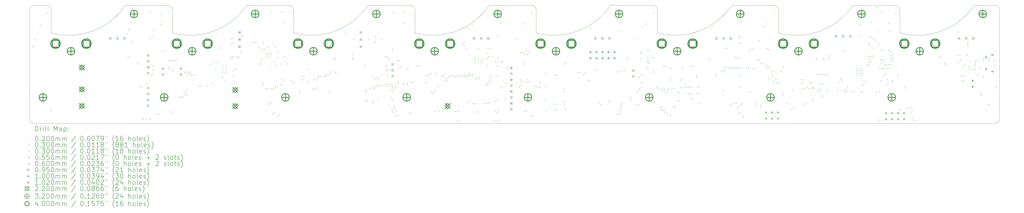
<source format=gbr>
%TF.GenerationSoftware,KiCad,Pcbnew,8.0.1-8.0.1-1~ubuntu22.04.1*%
%TF.CreationDate,2024-04-25T17:07:04+02:00*%
%TF.ProjectId,Partial_Drawer_Controller_v1,50617274-6961-46c5-9f44-72617765725f,rev?*%
%TF.SameCoordinates,Original*%
%TF.FileFunction,Drillmap*%
%TF.FilePolarity,Positive*%
%FSLAX45Y45*%
G04 Gerber Fmt 4.5, Leading zero omitted, Abs format (unit mm)*
G04 Created by KiCad (PCBNEW 8.0.1-8.0.1-1~ubuntu22.04.1) date 2024-04-25 17:07:04*
%MOMM*%
%LPD*%
G01*
G04 APERTURE LIST*
%ADD10C,0.100000*%
%ADD11C,0.200000*%
%ADD12C,0.102000*%
%ADD13C,0.220000*%
%ADD14C,0.320000*%
%ADD15C,0.400000*%
G04 APERTURE END LIST*
D10*
X31591000Y-2000000D02*
G75*
G02*
X28456000Y-3174000I-2383479J1591956D01*
G01*
X11155000Y-2000000D02*
G75*
G02*
X8020000Y-3174000I-2383479J1591956D01*
G01*
X23347000Y-2200000D02*
X23347000Y-3174000D01*
X2000000Y-2200000D02*
G75*
G02*
X2200000Y-2000000I200000J0D01*
G01*
X2711000Y-2000000D02*
G75*
G02*
X2911000Y-2200000I0J-200000D01*
G01*
X42872000Y-2200000D02*
X42872000Y-6800000D01*
X13129000Y-2200000D02*
X13129000Y-3174000D01*
X12929000Y-2000000D02*
G75*
G02*
X13129000Y-2200000I0J-200000D01*
G01*
X2000000Y-2200000D02*
X2000000Y-6800000D01*
X21373000Y-2000000D02*
X23147000Y-2000000D01*
X41809000Y-2000000D02*
X42672000Y-2000000D01*
X2200000Y-7000000D02*
G75*
G02*
X2000000Y-6800000I0J200000D01*
G01*
X18038000Y-2000000D02*
G75*
G02*
X18238000Y-2200000I0J-200000D01*
G01*
X2200000Y-7000000D02*
X42672000Y-7000000D01*
X21373000Y-2000000D02*
G75*
G02*
X18238000Y-3173999I-2383479J1591957D01*
G01*
X33365000Y-2000000D02*
G75*
G02*
X33565000Y-2200000I0J-200000D01*
G01*
X6046000Y-2000000D02*
X7820000Y-2000000D01*
X11155000Y-2000000D02*
X12929000Y-2000000D01*
X31591000Y-2000000D02*
X33365000Y-2000000D01*
X2711000Y-2000000D02*
X2200000Y-2000000D01*
X16264000Y-2000000D02*
G75*
G02*
X13129000Y-3174000I-2383479J1591956D01*
G01*
X38674000Y-2200000D02*
X38674000Y-3174000D01*
X7820000Y-2000000D02*
G75*
G02*
X8020000Y-2200000I0J-200000D01*
G01*
X42672000Y-2000000D02*
G75*
G02*
X42872000Y-2200000I0J-200000D01*
G01*
X8020000Y-2200000D02*
X8020000Y-3174000D01*
X28456000Y-2200000D02*
X28456000Y-3174000D01*
X2911000Y-2200000D02*
X2911000Y-3174000D01*
X26482000Y-2000000D02*
G75*
G02*
X23347000Y-3174000I-2383479J1591956D01*
G01*
X16264000Y-2000000D02*
X18038000Y-2000000D01*
X41809000Y-2000000D02*
G75*
G02*
X38674000Y-3173999I-2383480J1591960D01*
G01*
X28256000Y-2000000D02*
G75*
G02*
X28456000Y-2200000I0J-200000D01*
G01*
X18238000Y-2200000D02*
X18238000Y-3174000D01*
X42872000Y-6800000D02*
G75*
G02*
X42672000Y-7000000I-200000J0D01*
G01*
X36700000Y-2000000D02*
X38474000Y-2000000D01*
X6046000Y-2000000D02*
G75*
G02*
X2911000Y-3174000I-2383479J1591956D01*
G01*
X33565000Y-2200000D02*
X33565000Y-3174000D01*
X23147000Y-2000000D02*
G75*
G02*
X23347000Y-2200000I0J-200000D01*
G01*
X36700000Y-2000000D02*
G75*
G02*
X33565000Y-3173999I-2383480J1591960D01*
G01*
X26482000Y-2000000D02*
X28256000Y-2000000D01*
X38474000Y-2000000D02*
G75*
G02*
X38674000Y-2200000I0J-200000D01*
G01*
D11*
D10*
X11978800Y-3990200D02*
X11998800Y-4010200D01*
X11998800Y-3990200D02*
X11978800Y-4010200D01*
X11978800Y-4060200D02*
X11998800Y-4080200D01*
X11998800Y-4060200D02*
X11978800Y-4080200D01*
X11978800Y-4130200D02*
X11998800Y-4150200D01*
X11998800Y-4130200D02*
X11978800Y-4150200D01*
X11978800Y-4200200D02*
X11998800Y-4220200D01*
X11998800Y-4200200D02*
X11978800Y-4220200D01*
X12048800Y-3990200D02*
X12068800Y-4010200D01*
X12068800Y-3990200D02*
X12048800Y-4010200D01*
X12048800Y-4060200D02*
X12068800Y-4080200D01*
X12068800Y-4060200D02*
X12048800Y-4080200D01*
X12048800Y-4130200D02*
X12068800Y-4150200D01*
X12068800Y-4130200D02*
X12048800Y-4150200D01*
X12048800Y-4200200D02*
X12068800Y-4220200D01*
X12068800Y-4200200D02*
X12048800Y-4220200D01*
X12118800Y-3990200D02*
X12138800Y-4010200D01*
X12138800Y-3990200D02*
X12118800Y-4010200D01*
X12118800Y-4060200D02*
X12138800Y-4080200D01*
X12138800Y-4060200D02*
X12118800Y-4080200D01*
X12118800Y-4130200D02*
X12138800Y-4150200D01*
X12138800Y-4130200D02*
X12118800Y-4150200D01*
X12118800Y-4200200D02*
X12138800Y-4220200D01*
X12138800Y-4200200D02*
X12118800Y-4220200D01*
X12188800Y-3990200D02*
X12208800Y-4010200D01*
X12208800Y-3990200D02*
X12188800Y-4010200D01*
X12188800Y-4060200D02*
X12208800Y-4080200D01*
X12208800Y-4060200D02*
X12188800Y-4080200D01*
X12188800Y-4130200D02*
X12208800Y-4150200D01*
X12208800Y-4130200D02*
X12188800Y-4150200D01*
X12188800Y-4200200D02*
X12208800Y-4220200D01*
X12208800Y-4200200D02*
X12188800Y-4220200D01*
X2145000Y-3760000D02*
G75*
G02*
X2115000Y-3760000I-15000J0D01*
G01*
X2115000Y-3760000D02*
G75*
G02*
X2145000Y-3760000I15000J0D01*
G01*
X2216554Y-3724223D02*
G75*
G02*
X2186554Y-3724223I-15000J0D01*
G01*
X2186554Y-3724223D02*
G75*
G02*
X2216554Y-3724223I15000J0D01*
G01*
X2245000Y-3460000D02*
G75*
G02*
X2215000Y-3460000I-15000J0D01*
G01*
X2215000Y-3460000D02*
G75*
G02*
X2245000Y-3460000I15000J0D01*
G01*
X2465000Y-2840000D02*
G75*
G02*
X2435000Y-2840000I-15000J0D01*
G01*
X2435000Y-2840000D02*
G75*
G02*
X2465000Y-2840000I15000J0D01*
G01*
X2765000Y-2330000D02*
G75*
G02*
X2735000Y-2330000I-15000J0D01*
G01*
X2735000Y-2330000D02*
G75*
G02*
X2765000Y-2330000I15000J0D01*
G01*
X2909702Y-6414105D02*
G75*
G02*
X2879702Y-6414105I-15000J0D01*
G01*
X2879702Y-6414105D02*
G75*
G02*
X2909702Y-6414105I15000J0D01*
G01*
X2935000Y-6490000D02*
G75*
G02*
X2905000Y-6490000I-15000J0D01*
G01*
X2905000Y-6490000D02*
G75*
G02*
X2935000Y-6490000I15000J0D01*
G01*
X6135000Y-3200000D02*
G75*
G02*
X6105000Y-3200000I-15000J0D01*
G01*
X6105000Y-3200000D02*
G75*
G02*
X6135000Y-3200000I15000J0D01*
G01*
X6168431Y-4177500D02*
G75*
G02*
X6138431Y-4177500I-15000J0D01*
G01*
X6138431Y-4177500D02*
G75*
G02*
X6168431Y-4177500I15000J0D01*
G01*
X6205000Y-3020000D02*
G75*
G02*
X6175000Y-3020000I-15000J0D01*
G01*
X6175000Y-3020000D02*
G75*
G02*
X6205000Y-3020000I15000J0D01*
G01*
X6225000Y-4240000D02*
G75*
G02*
X6195000Y-4240000I-15000J0D01*
G01*
X6195000Y-4240000D02*
G75*
G02*
X6225000Y-4240000I15000J0D01*
G01*
X6298431Y-3586569D02*
G75*
G02*
X6268431Y-3586569I-15000J0D01*
G01*
X6268431Y-3586569D02*
G75*
G02*
X6298431Y-3586569I15000J0D01*
G01*
X6315000Y-2740000D02*
G75*
G02*
X6285000Y-2740000I-15000J0D01*
G01*
X6285000Y-2740000D02*
G75*
G02*
X6315000Y-2740000I15000J0D01*
G01*
X6355000Y-3530000D02*
G75*
G02*
X6325000Y-3530000I-15000J0D01*
G01*
X6325000Y-3530000D02*
G75*
G02*
X6355000Y-3530000I15000J0D01*
G01*
X6568431Y-4433431D02*
G75*
G02*
X6538431Y-4433431I-15000J0D01*
G01*
X6538431Y-4433431D02*
G75*
G02*
X6568431Y-4433431I15000J0D01*
G01*
X6625000Y-4490000D02*
G75*
G02*
X6595000Y-4490000I-15000J0D01*
G01*
X6595000Y-4490000D02*
G75*
G02*
X6625000Y-4490000I15000J0D01*
G01*
X6665024Y-5417530D02*
G75*
G02*
X6635024Y-5417530I-15000J0D01*
G01*
X6635024Y-5417530D02*
G75*
G02*
X6665024Y-5417530I15000J0D01*
G01*
X6715000Y-5480000D02*
G75*
G02*
X6685000Y-5480000I-15000J0D01*
G01*
X6685000Y-5480000D02*
G75*
G02*
X6715000Y-5480000I15000J0D01*
G01*
X6729946Y-6802466D02*
G75*
G02*
X6699946Y-6802466I-15000J0D01*
G01*
X6699946Y-6802466D02*
G75*
G02*
X6729946Y-6802466I15000J0D01*
G01*
X6808750Y-6816250D02*
G75*
G02*
X6778750Y-6816250I-15000J0D01*
G01*
X6778750Y-6816250D02*
G75*
G02*
X6808750Y-6816250I15000J0D01*
G01*
X6908979Y-6816021D02*
G75*
G02*
X6878979Y-6816021I-15000J0D01*
G01*
X6878979Y-6816021D02*
G75*
G02*
X6908979Y-6816021I15000J0D01*
G01*
X6925000Y-5306000D02*
G75*
G02*
X6895000Y-5306000I-15000J0D01*
G01*
X6895000Y-5306000D02*
G75*
G02*
X6925000Y-5306000I15000J0D01*
G01*
X6985000Y-5365000D02*
G75*
G02*
X6955000Y-5365000I-15000J0D01*
G01*
X6955000Y-5365000D02*
G75*
G02*
X6985000Y-5365000I15000J0D01*
G01*
X7061548Y-6780314D02*
G75*
G02*
X7031548Y-6780314I-15000J0D01*
G01*
X7031548Y-6780314D02*
G75*
G02*
X7061548Y-6780314I15000J0D01*
G01*
X7085000Y-3440000D02*
G75*
G02*
X7055000Y-3440000I-15000J0D01*
G01*
X7055000Y-3440000D02*
G75*
G02*
X7085000Y-3440000I15000J0D01*
G01*
X7095000Y-3330000D02*
G75*
G02*
X7065000Y-3330000I-15000J0D01*
G01*
X7065000Y-3330000D02*
G75*
G02*
X7095000Y-3330000I15000J0D01*
G01*
X7106300Y-2272100D02*
G75*
G02*
X7076300Y-2272100I-15000J0D01*
G01*
X7076300Y-2272100D02*
G75*
G02*
X7106300Y-2272100I15000J0D01*
G01*
X7118117Y-6836883D02*
G75*
G02*
X7088117Y-6836883I-15000J0D01*
G01*
X7088117Y-6836883D02*
G75*
G02*
X7118117Y-6836883I15000J0D01*
G01*
X7168431Y-4976569D02*
G75*
G02*
X7138431Y-4976569I-15000J0D01*
G01*
X7138431Y-4976569D02*
G75*
G02*
X7168431Y-4976569I15000J0D01*
G01*
X7173349Y-4518908D02*
G75*
G02*
X7143349Y-4518908I-15000J0D01*
G01*
X7143349Y-4518908D02*
G75*
G02*
X7173349Y-4518908I15000J0D01*
G01*
X7225000Y-3330000D02*
G75*
G02*
X7195000Y-3330000I-15000J0D01*
G01*
X7195000Y-3330000D02*
G75*
G02*
X7225000Y-3330000I15000J0D01*
G01*
X7225000Y-4580000D02*
G75*
G02*
X7195000Y-4580000I-15000J0D01*
G01*
X7195000Y-4580000D02*
G75*
G02*
X7225000Y-4580000I15000J0D01*
G01*
X7225000Y-4750000D02*
G75*
G02*
X7195000Y-4750000I-15000J0D01*
G01*
X7195000Y-4750000D02*
G75*
G02*
X7225000Y-4750000I15000J0D01*
G01*
X7225000Y-4920000D02*
G75*
G02*
X7195000Y-4920000I-15000J0D01*
G01*
X7195000Y-4920000D02*
G75*
G02*
X7225000Y-4920000I15000J0D01*
G01*
X7245000Y-3030000D02*
G75*
G02*
X7215000Y-3030000I-15000J0D01*
G01*
X7215000Y-3030000D02*
G75*
G02*
X7245000Y-3030000I15000J0D01*
G01*
X7395000Y-6610000D02*
G75*
G02*
X7365000Y-6610000I-15000J0D01*
G01*
X7365000Y-6610000D02*
G75*
G02*
X7395000Y-6610000I15000J0D01*
G01*
X7495000Y-6600000D02*
G75*
G02*
X7465000Y-6600000I-15000J0D01*
G01*
X7465000Y-6600000D02*
G75*
G02*
X7495000Y-6600000I15000J0D01*
G01*
X7526300Y-2362100D02*
G75*
G02*
X7496300Y-2362100I-15000J0D01*
G01*
X7496300Y-2362100D02*
G75*
G02*
X7526300Y-2362100I15000J0D01*
G01*
X7565000Y-2810000D02*
G75*
G02*
X7535000Y-2810000I-15000J0D01*
G01*
X7535000Y-2810000D02*
G75*
G02*
X7565000Y-2810000I15000J0D01*
G01*
X7596047Y-3942901D02*
G75*
G02*
X7566047Y-3942901I-15000J0D01*
G01*
X7566047Y-3942901D02*
G75*
G02*
X7596047Y-3942901I15000J0D01*
G01*
X7597650Y-2687500D02*
G75*
G02*
X7567650Y-2687500I-15000J0D01*
G01*
X7567650Y-2687500D02*
G75*
G02*
X7597650Y-2687500I15000J0D01*
G01*
X7675000Y-3930000D02*
G75*
G02*
X7645000Y-3930000I-15000J0D01*
G01*
X7645000Y-3930000D02*
G75*
G02*
X7675000Y-3930000I15000J0D01*
G01*
X7865000Y-2320000D02*
G75*
G02*
X7835000Y-2320000I-15000J0D01*
G01*
X7835000Y-2320000D02*
G75*
G02*
X7865000Y-2320000I15000J0D01*
G01*
X7885000Y-4720000D02*
G75*
G02*
X7855000Y-4720000I-15000J0D01*
G01*
X7855000Y-4720000D02*
G75*
G02*
X7885000Y-4720000I15000J0D01*
G01*
X7899455Y-4641316D02*
G75*
G02*
X7869455Y-4641316I-15000J0D01*
G01*
X7869455Y-4641316D02*
G75*
G02*
X7899455Y-4641316I15000J0D01*
G01*
X7903611Y-4352500D02*
G75*
G02*
X7873611Y-4352500I-15000J0D01*
G01*
X7873611Y-4352500D02*
G75*
G02*
X7903611Y-4352500I15000J0D01*
G01*
X7956000Y-6507500D02*
G75*
G02*
X7926000Y-6507500I-15000J0D01*
G01*
X7926000Y-6507500D02*
G75*
G02*
X7956000Y-6507500I15000J0D01*
G01*
X7995000Y-4352500D02*
G75*
G02*
X7965000Y-4352500I-15000J0D01*
G01*
X7965000Y-4352500D02*
G75*
G02*
X7995000Y-4352500I15000J0D01*
G01*
X8015000Y-6570000D02*
G75*
G02*
X7985000Y-6570000I-15000J0D01*
G01*
X7985000Y-6570000D02*
G75*
G02*
X8015000Y-6570000I15000J0D01*
G01*
X8025000Y-4720000D02*
G75*
G02*
X7995000Y-4720000I-15000J0D01*
G01*
X7995000Y-4720000D02*
G75*
G02*
X8025000Y-4720000I15000J0D01*
G01*
X8075000Y-4330000D02*
G75*
G02*
X8045000Y-4330000I-15000J0D01*
G01*
X8045000Y-4330000D02*
G75*
G02*
X8075000Y-4330000I15000J0D01*
G01*
X8075000Y-4790000D02*
G75*
G02*
X8045000Y-4790000I-15000J0D01*
G01*
X8045000Y-4790000D02*
G75*
G02*
X8075000Y-4790000I15000J0D01*
G01*
X8162439Y-4333689D02*
G75*
G02*
X8132439Y-4333689I-15000J0D01*
G01*
X8132439Y-4333689D02*
G75*
G02*
X8162439Y-4333689I15000J0D01*
G01*
X8235000Y-4300000D02*
G75*
G02*
X8205000Y-4300000I-15000J0D01*
G01*
X8205000Y-4300000D02*
G75*
G02*
X8235000Y-4300000I15000J0D01*
G01*
X8315000Y-5890000D02*
G75*
G02*
X8285000Y-5890000I-15000J0D01*
G01*
X8285000Y-5890000D02*
G75*
G02*
X8315000Y-5890000I15000J0D01*
G01*
X8396790Y-5880000D02*
G75*
G02*
X8366790Y-5880000I-15000J0D01*
G01*
X8366790Y-5880000D02*
G75*
G02*
X8396790Y-5880000I15000J0D01*
G01*
X8475179Y-5900028D02*
G75*
G02*
X8445179Y-5900028I-15000J0D01*
G01*
X8445179Y-5900028D02*
G75*
G02*
X8475179Y-5900028I15000J0D01*
G01*
X8526779Y-5838893D02*
G75*
G02*
X8496779Y-5838893I-15000J0D01*
G01*
X8496779Y-5838893D02*
G75*
G02*
X8526779Y-5838893I15000J0D01*
G01*
X8535000Y-5670000D02*
G75*
G02*
X8505000Y-5670000I-15000J0D01*
G01*
X8505000Y-5670000D02*
G75*
G02*
X8535000Y-5670000I15000J0D01*
G01*
X8555000Y-4840000D02*
G75*
G02*
X8525000Y-4840000I-15000J0D01*
G01*
X8525000Y-4840000D02*
G75*
G02*
X8555000Y-4840000I15000J0D01*
G01*
X8595000Y-5600000D02*
G75*
G02*
X8565000Y-5600000I-15000J0D01*
G01*
X8565000Y-5600000D02*
G75*
G02*
X8595000Y-5600000I15000J0D01*
G01*
X8605000Y-5726561D02*
G75*
G02*
X8575000Y-5726561I-15000J0D01*
G01*
X8575000Y-5726561D02*
G75*
G02*
X8605000Y-5726561I15000J0D01*
G01*
X8605000Y-5810000D02*
G75*
G02*
X8575000Y-5810000I-15000J0D01*
G01*
X8575000Y-5810000D02*
G75*
G02*
X8605000Y-5810000I15000J0D01*
G01*
X8625000Y-4890000D02*
G75*
G02*
X8595000Y-4890000I-15000J0D01*
G01*
X8595000Y-4890000D02*
G75*
G02*
X8625000Y-4890000I15000J0D01*
G01*
X8645000Y-4810000D02*
G75*
G02*
X8615000Y-4810000I-15000J0D01*
G01*
X8615000Y-4810000D02*
G75*
G02*
X8645000Y-4810000I15000J0D01*
G01*
X8675000Y-5560000D02*
G75*
G02*
X8645000Y-5560000I-15000J0D01*
G01*
X8645000Y-5560000D02*
G75*
G02*
X8675000Y-5560000I15000J0D01*
G01*
X8705000Y-4870000D02*
G75*
G02*
X8675000Y-4870000I-15000J0D01*
G01*
X8675000Y-4870000D02*
G75*
G02*
X8705000Y-4870000I15000J0D01*
G01*
X8775000Y-4940000D02*
G75*
G02*
X8745000Y-4940000I-15000J0D01*
G01*
X8745000Y-4940000D02*
G75*
G02*
X8775000Y-4940000I15000J0D01*
G01*
X8785356Y-4841256D02*
G75*
G02*
X8755356Y-4841256I-15000J0D01*
G01*
X8755356Y-4841256D02*
G75*
G02*
X8785356Y-4841256I15000J0D01*
G01*
X8853780Y-4957500D02*
G75*
G02*
X8823780Y-4957500I-15000J0D01*
G01*
X8823780Y-4957500D02*
G75*
G02*
X8853780Y-4957500I15000J0D01*
G01*
X8933780Y-4957500D02*
G75*
G02*
X8903780Y-4957500I-15000J0D01*
G01*
X8903780Y-4957500D02*
G75*
G02*
X8933780Y-4957500I15000J0D01*
G01*
X9020181Y-4959487D02*
G75*
G02*
X8990181Y-4959487I-15000J0D01*
G01*
X8990181Y-4959487D02*
G75*
G02*
X9020181Y-4959487I15000J0D01*
G01*
X9129000Y-5431000D02*
G75*
G02*
X9099000Y-5431000I-15000J0D01*
G01*
X9099000Y-5431000D02*
G75*
G02*
X9129000Y-5431000I15000J0D01*
G01*
X9213000Y-5431000D02*
G75*
G02*
X9183000Y-5431000I-15000J0D01*
G01*
X9183000Y-5431000D02*
G75*
G02*
X9213000Y-5431000I15000J0D01*
G01*
X9485000Y-5430000D02*
G75*
G02*
X9455000Y-5430000I-15000J0D01*
G01*
X9455000Y-5430000D02*
G75*
G02*
X9485000Y-5430000I15000J0D01*
G01*
X9625000Y-4530000D02*
G75*
G02*
X9595000Y-4530000I-15000J0D01*
G01*
X9595000Y-4530000D02*
G75*
G02*
X9625000Y-4530000I15000J0D01*
G01*
X9725000Y-5290000D02*
G75*
G02*
X9695000Y-5290000I-15000J0D01*
G01*
X9695000Y-5290000D02*
G75*
G02*
X9725000Y-5290000I15000J0D01*
G01*
X9746500Y-4420000D02*
G75*
G02*
X9716500Y-4420000I-15000J0D01*
G01*
X9716500Y-4420000D02*
G75*
G02*
X9746500Y-4420000I15000J0D01*
G01*
X9865000Y-4700000D02*
G75*
G02*
X9835000Y-4700000I-15000J0D01*
G01*
X9835000Y-4700000D02*
G75*
G02*
X9865000Y-4700000I15000J0D01*
G01*
X9955000Y-4390000D02*
G75*
G02*
X9925000Y-4390000I-15000J0D01*
G01*
X9925000Y-4390000D02*
G75*
G02*
X9955000Y-4390000I15000J0D01*
G01*
X10055000Y-3810000D02*
G75*
G02*
X10025000Y-3810000I-15000J0D01*
G01*
X10025000Y-3810000D02*
G75*
G02*
X10055000Y-3810000I15000J0D01*
G01*
X10155000Y-5020000D02*
G75*
G02*
X10125000Y-5020000I-15000J0D01*
G01*
X10125000Y-5020000D02*
G75*
G02*
X10155000Y-5020000I15000J0D01*
G01*
X10155000Y-5100000D02*
G75*
G02*
X10125000Y-5100000I-15000J0D01*
G01*
X10125000Y-5100000D02*
G75*
G02*
X10155000Y-5100000I15000J0D01*
G01*
X10205000Y-3190000D02*
G75*
G02*
X10175000Y-3190000I-15000J0D01*
G01*
X10175000Y-3190000D02*
G75*
G02*
X10205000Y-3190000I15000J0D01*
G01*
X10255000Y-5210000D02*
G75*
G02*
X10225000Y-5210000I-15000J0D01*
G01*
X10225000Y-5210000D02*
G75*
G02*
X10255000Y-5210000I15000J0D01*
G01*
X10494993Y-4206352D02*
G75*
G02*
X10464993Y-4206352I-15000J0D01*
G01*
X10464993Y-4206352D02*
G75*
G02*
X10494993Y-4206352I15000J0D01*
G01*
X10535000Y-3440000D02*
G75*
G02*
X10505000Y-3440000I-15000J0D01*
G01*
X10505000Y-3440000D02*
G75*
G02*
X10535000Y-3440000I15000J0D01*
G01*
X10535000Y-3670000D02*
G75*
G02*
X10505000Y-3670000I-15000J0D01*
G01*
X10505000Y-3670000D02*
G75*
G02*
X10535000Y-3670000I15000J0D01*
G01*
X10547296Y-4270000D02*
G75*
G02*
X10517296Y-4270000I-15000J0D01*
G01*
X10517296Y-4270000D02*
G75*
G02*
X10547296Y-4270000I15000J0D01*
G01*
X10571242Y-4182144D02*
G75*
G02*
X10541242Y-4182144I-15000J0D01*
G01*
X10541242Y-4182144D02*
G75*
G02*
X10571242Y-4182144I15000J0D01*
G01*
X10594000Y-3600000D02*
G75*
G02*
X10564000Y-3600000I-15000J0D01*
G01*
X10564000Y-3600000D02*
G75*
G02*
X10594000Y-3600000I15000J0D01*
G01*
X10595000Y-4970000D02*
G75*
G02*
X10565000Y-4970000I-15000J0D01*
G01*
X10565000Y-4970000D02*
G75*
G02*
X10595000Y-4970000I15000J0D01*
G01*
X10599272Y-3392364D02*
G75*
G02*
X10569272Y-3392364I-15000J0D01*
G01*
X10569272Y-3392364D02*
G75*
G02*
X10599272Y-3392364I15000J0D01*
G01*
X10602500Y-4762500D02*
G75*
G02*
X10572500Y-4762500I-15000J0D01*
G01*
X10572500Y-4762500D02*
G75*
G02*
X10602500Y-4762500I15000J0D01*
G01*
X10615000Y-5210000D02*
G75*
G02*
X10585000Y-5210000I-15000J0D01*
G01*
X10585000Y-5210000D02*
G75*
G02*
X10615000Y-5210000I15000J0D01*
G01*
X10655000Y-4180000D02*
G75*
G02*
X10625000Y-4180000I-15000J0D01*
G01*
X10625000Y-4180000D02*
G75*
G02*
X10655000Y-4180000I15000J0D01*
G01*
X10713844Y-4694500D02*
G75*
G02*
X10683844Y-4694500I-15000J0D01*
G01*
X10683844Y-4694500D02*
G75*
G02*
X10713844Y-4694500I15000J0D01*
G01*
X10730484Y-4219520D02*
G75*
G02*
X10700484Y-4219520I-15000J0D01*
G01*
X10700484Y-4219520D02*
G75*
G02*
X10730484Y-4219520I15000J0D01*
G01*
X10787000Y-4162898D02*
G75*
G02*
X10757000Y-4162898I-15000J0D01*
G01*
X10757000Y-4162898D02*
G75*
G02*
X10787000Y-4162898I15000J0D01*
G01*
X10845000Y-4220000D02*
G75*
G02*
X10815000Y-4220000I-15000J0D01*
G01*
X10815000Y-4220000D02*
G75*
G02*
X10845000Y-4220000I15000J0D01*
G01*
X10905000Y-3932500D02*
G75*
G02*
X10875000Y-3932500I-15000J0D01*
G01*
X10875000Y-3932500D02*
G75*
G02*
X10905000Y-3932500I15000J0D01*
G01*
X10936045Y-4006231D02*
G75*
G02*
X10906045Y-4006231I-15000J0D01*
G01*
X10906045Y-4006231D02*
G75*
G02*
X10936045Y-4006231I15000J0D01*
G01*
X10940328Y-3312243D02*
G75*
G02*
X10910328Y-3312243I-15000J0D01*
G01*
X10910328Y-3312243D02*
G75*
G02*
X10940328Y-3312243I15000J0D01*
G01*
X11020000Y-3305000D02*
G75*
G02*
X10990000Y-3305000I-15000J0D01*
G01*
X10990000Y-3305000D02*
G75*
G02*
X11020000Y-3305000I15000J0D01*
G01*
X11415000Y-3570000D02*
G75*
G02*
X11385000Y-3570000I-15000J0D01*
G01*
X11385000Y-3570000D02*
G75*
G02*
X11415000Y-3570000I15000J0D01*
G01*
X11505000Y-3570000D02*
G75*
G02*
X11475000Y-3570000I-15000J0D01*
G01*
X11475000Y-3570000D02*
G75*
G02*
X11505000Y-3570000I15000J0D01*
G01*
X11585000Y-3570000D02*
G75*
G02*
X11555000Y-3570000I-15000J0D01*
G01*
X11555000Y-3570000D02*
G75*
G02*
X11585000Y-3570000I15000J0D01*
G01*
X11675000Y-3780000D02*
G75*
G02*
X11645000Y-3780000I-15000J0D01*
G01*
X11645000Y-3780000D02*
G75*
G02*
X11675000Y-3780000I15000J0D01*
G01*
X11675000Y-4500000D02*
G75*
G02*
X11645000Y-4500000I-15000J0D01*
G01*
X11645000Y-4500000D02*
G75*
G02*
X11675000Y-4500000I15000J0D01*
G01*
X11735000Y-4440000D02*
G75*
G02*
X11705000Y-4440000I-15000J0D01*
G01*
X11705000Y-4440000D02*
G75*
G02*
X11735000Y-4440000I15000J0D01*
G01*
X11805000Y-4270000D02*
G75*
G02*
X11775000Y-4270000I-15000J0D01*
G01*
X11775000Y-4270000D02*
G75*
G02*
X11805000Y-4270000I15000J0D01*
G01*
X11805000Y-4350000D02*
G75*
G02*
X11775000Y-4350000I-15000J0D01*
G01*
X11775000Y-4350000D02*
G75*
G02*
X11805000Y-4350000I15000J0D01*
G01*
X11812789Y-3942700D02*
G75*
G02*
X11782789Y-3942700I-15000J0D01*
G01*
X11782789Y-3942700D02*
G75*
G02*
X11812789Y-3942700I15000J0D01*
G01*
X11825024Y-5372470D02*
G75*
G02*
X11795024Y-5372470I-15000J0D01*
G01*
X11795024Y-5372470D02*
G75*
G02*
X11825024Y-5372470I15000J0D01*
G01*
X11835000Y-3560000D02*
G75*
G02*
X11805000Y-3560000I-15000J0D01*
G01*
X11805000Y-3560000D02*
G75*
G02*
X11835000Y-3560000I15000J0D01*
G01*
X11835155Y-3865890D02*
G75*
G02*
X11805155Y-3865890I-15000J0D01*
G01*
X11805155Y-3865890D02*
G75*
G02*
X11835155Y-3865890I15000J0D01*
G01*
X11875000Y-3630000D02*
G75*
G02*
X11845000Y-3630000I-15000J0D01*
G01*
X11845000Y-3630000D02*
G75*
G02*
X11875000Y-3630000I15000J0D01*
G01*
X11875000Y-5310000D02*
G75*
G02*
X11845000Y-5310000I-15000J0D01*
G01*
X11845000Y-5310000D02*
G75*
G02*
X11875000Y-5310000I15000J0D01*
G01*
X11915000Y-3870000D02*
G75*
G02*
X11885000Y-3870000I-15000J0D01*
G01*
X11885000Y-3870000D02*
G75*
G02*
X11915000Y-3870000I15000J0D01*
G01*
X11965063Y-5524817D02*
G75*
G02*
X11935063Y-5524817I-15000J0D01*
G01*
X11935063Y-5524817D02*
G75*
G02*
X11965063Y-5524817I15000J0D01*
G01*
X12045000Y-5528000D02*
G75*
G02*
X12015000Y-5528000I-15000J0D01*
G01*
X12015000Y-5528000D02*
G75*
G02*
X12045000Y-5528000I15000J0D01*
G01*
X12048186Y-3776247D02*
G75*
G02*
X12018186Y-3776247I-15000J0D01*
G01*
X12018186Y-3776247D02*
G75*
G02*
X12048186Y-3776247I15000J0D01*
G01*
X12054993Y-6166870D02*
G75*
G02*
X12024993Y-6166870I-15000J0D01*
G01*
X12024993Y-6166870D02*
G75*
G02*
X12054993Y-6166870I15000J0D01*
G01*
X12111561Y-6223439D02*
G75*
G02*
X12081561Y-6223439I-15000J0D01*
G01*
X12081561Y-6223439D02*
G75*
G02*
X12111561Y-6223439I15000J0D01*
G01*
X12138431Y-6083431D02*
G75*
G02*
X12108431Y-6083431I-15000J0D01*
G01*
X12108431Y-6083431D02*
G75*
G02*
X12138431Y-6083431I15000J0D01*
G01*
X12160400Y-4621687D02*
G75*
G02*
X12130400Y-4621687I-15000J0D01*
G01*
X12130400Y-4621687D02*
G75*
G02*
X12160400Y-4621687I15000J0D01*
G01*
X12191637Y-5531076D02*
G75*
G02*
X12161637Y-5531076I-15000J0D01*
G01*
X12161637Y-5531076D02*
G75*
G02*
X12191637Y-5531076I15000J0D01*
G01*
X12195000Y-6140000D02*
G75*
G02*
X12165000Y-6140000I-15000J0D01*
G01*
X12165000Y-6140000D02*
G75*
G02*
X12195000Y-6140000I15000J0D01*
G01*
X12218750Y-2303500D02*
G75*
G02*
X12188750Y-2303500I-15000J0D01*
G01*
X12188750Y-2303500D02*
G75*
G02*
X12218750Y-2303500I15000J0D01*
G01*
X12245000Y-3580000D02*
G75*
G02*
X12215000Y-3580000I-15000J0D01*
G01*
X12215000Y-3580000D02*
G75*
G02*
X12245000Y-3580000I15000J0D01*
G01*
X12265000Y-6610000D02*
G75*
G02*
X12235000Y-6610000I-15000J0D01*
G01*
X12235000Y-6610000D02*
G75*
G02*
X12265000Y-6610000I15000J0D01*
G01*
X12275000Y-5531000D02*
G75*
G02*
X12245000Y-5531000I-15000J0D01*
G01*
X12245000Y-5531000D02*
G75*
G02*
X12275000Y-5531000I15000J0D01*
G01*
X12325000Y-4380500D02*
G75*
G02*
X12295000Y-4380500I-15000J0D01*
G01*
X12295000Y-4380500D02*
G75*
G02*
X12325000Y-4380500I15000J0D01*
G01*
X12335000Y-6560000D02*
G75*
G02*
X12305000Y-6560000I-15000J0D01*
G01*
X12305000Y-6560000D02*
G75*
G02*
X12335000Y-6560000I15000J0D01*
G01*
X12355000Y-3780000D02*
G75*
G02*
X12325000Y-3780000I-15000J0D01*
G01*
X12325000Y-3780000D02*
G75*
G02*
X12355000Y-3780000I15000J0D01*
G01*
X12375000Y-5460000D02*
G75*
G02*
X12345000Y-5460000I-15000J0D01*
G01*
X12345000Y-5460000D02*
G75*
G02*
X12375000Y-5460000I15000J0D01*
G01*
X12395000Y-3710000D02*
G75*
G02*
X12365000Y-3710000I-15000J0D01*
G01*
X12365000Y-3710000D02*
G75*
G02*
X12395000Y-3710000I15000J0D01*
G01*
X12405000Y-4540000D02*
G75*
G02*
X12375000Y-4540000I-15000J0D01*
G01*
X12375000Y-4540000D02*
G75*
G02*
X12405000Y-4540000I15000J0D01*
G01*
X12465000Y-5470000D02*
G75*
G02*
X12435000Y-5470000I-15000J0D01*
G01*
X12435000Y-5470000D02*
G75*
G02*
X12465000Y-5470000I15000J0D01*
G01*
X12470624Y-4026564D02*
G75*
G02*
X12440624Y-4026564I-15000J0D01*
G01*
X12440624Y-4026564D02*
G75*
G02*
X12470624Y-4026564I15000J0D01*
G01*
X12475000Y-4210000D02*
G75*
G02*
X12445000Y-4210000I-15000J0D01*
G01*
X12445000Y-4210000D02*
G75*
G02*
X12475000Y-4210000I15000J0D01*
G01*
X12475000Y-6690000D02*
G75*
G02*
X12445000Y-6690000I-15000J0D01*
G01*
X12445000Y-6690000D02*
G75*
G02*
X12475000Y-6690000I15000J0D01*
G01*
X12515000Y-3960000D02*
G75*
G02*
X12485000Y-3960000I-15000J0D01*
G01*
X12485000Y-3960000D02*
G75*
G02*
X12515000Y-3960000I15000J0D01*
G01*
X12535000Y-6630000D02*
G75*
G02*
X12505000Y-6630000I-15000J0D01*
G01*
X12505000Y-6630000D02*
G75*
G02*
X12535000Y-6630000I15000J0D01*
G01*
X12586088Y-5376848D02*
G75*
G02*
X12556088Y-5376848I-15000J0D01*
G01*
X12556088Y-5376848D02*
G75*
G02*
X12586088Y-5376848I15000J0D01*
G01*
X12635000Y-4485450D02*
G75*
G02*
X12605000Y-4485450I-15000J0D01*
G01*
X12605000Y-4485450D02*
G75*
G02*
X12635000Y-4485450I15000J0D01*
G01*
X12648750Y-2283500D02*
G75*
G02*
X12618750Y-2283500I-15000J0D01*
G01*
X12618750Y-2283500D02*
G75*
G02*
X12648750Y-2283500I15000J0D01*
G01*
X12665000Y-5390000D02*
G75*
G02*
X12635000Y-5390000I-15000J0D01*
G01*
X12635000Y-5390000D02*
G75*
G02*
X12665000Y-5390000I15000J0D01*
G01*
X12675000Y-5150000D02*
G75*
G02*
X12645000Y-5150000I-15000J0D01*
G01*
X12645000Y-5150000D02*
G75*
G02*
X12675000Y-5150000I15000J0D01*
G01*
X12725000Y-5230000D02*
G75*
G02*
X12695000Y-5230000I-15000J0D01*
G01*
X12695000Y-5230000D02*
G75*
G02*
X12725000Y-5230000I15000J0D01*
G01*
X12727000Y-4224000D02*
G75*
G02*
X12697000Y-4224000I-15000J0D01*
G01*
X12697000Y-4224000D02*
G75*
G02*
X12727000Y-4224000I15000J0D01*
G01*
X12735000Y-2730000D02*
G75*
G02*
X12705000Y-2730000I-15000J0D01*
G01*
X12705000Y-2730000D02*
G75*
G02*
X12735000Y-2730000I15000J0D01*
G01*
X12775000Y-4160000D02*
G75*
G02*
X12745000Y-4160000I-15000J0D01*
G01*
X12745000Y-4160000D02*
G75*
G02*
X12775000Y-4160000I15000J0D01*
G01*
X12795000Y-4390000D02*
G75*
G02*
X12765000Y-4390000I-15000J0D01*
G01*
X12765000Y-4390000D02*
G75*
G02*
X12795000Y-4390000I15000J0D01*
G01*
X12877550Y-4485450D02*
G75*
G02*
X12847550Y-4485450I-15000J0D01*
G01*
X12847550Y-4485450D02*
G75*
G02*
X12877550Y-4485450I15000J0D01*
G01*
X12975000Y-2320000D02*
G75*
G02*
X12945000Y-2320000I-15000J0D01*
G01*
X12945000Y-2320000D02*
G75*
G02*
X12975000Y-2320000I15000J0D01*
G01*
X13035000Y-5190000D02*
G75*
G02*
X13005000Y-5190000I-15000J0D01*
G01*
X13005000Y-5190000D02*
G75*
G02*
X13035000Y-5190000I15000J0D01*
G01*
X13132871Y-5223121D02*
G75*
G02*
X13102871Y-5223121I-15000J0D01*
G01*
X13102871Y-5223121D02*
G75*
G02*
X13132871Y-5223121I15000J0D01*
G01*
X13155000Y-5300000D02*
G75*
G02*
X13125000Y-5300000I-15000J0D01*
G01*
X13125000Y-5300000D02*
G75*
G02*
X13155000Y-5300000I15000J0D01*
G01*
X13385000Y-5646600D02*
G75*
G02*
X13355000Y-5646600I-15000J0D01*
G01*
X13355000Y-5646600D02*
G75*
G02*
X13385000Y-5646600I15000J0D01*
G01*
X13392500Y-5726227D02*
G75*
G02*
X13362500Y-5726227I-15000J0D01*
G01*
X13362500Y-5726227D02*
G75*
G02*
X13392500Y-5726227I15000J0D01*
G01*
X13489700Y-4992500D02*
G75*
G02*
X13459700Y-4992500I-15000J0D01*
G01*
X13459700Y-4992500D02*
G75*
G02*
X13489700Y-4992500I15000J0D01*
G01*
X13489700Y-5161000D02*
G75*
G02*
X13459700Y-5161000I-15000J0D01*
G01*
X13459700Y-5161000D02*
G75*
G02*
X13489700Y-5161000I15000J0D01*
G01*
X13575000Y-5161000D02*
G75*
G02*
X13545000Y-5161000I-15000J0D01*
G01*
X13545000Y-5161000D02*
G75*
G02*
X13575000Y-5161000I15000J0D01*
G01*
X13576345Y-5002090D02*
G75*
G02*
X13546345Y-5002090I-15000J0D01*
G01*
X13546345Y-5002090D02*
G75*
G02*
X13576345Y-5002090I15000J0D01*
G01*
X13715000Y-4730000D02*
G75*
G02*
X13685000Y-4730000I-15000J0D01*
G01*
X13685000Y-4730000D02*
G75*
G02*
X13715000Y-4730000I15000J0D01*
G01*
X13745000Y-5230000D02*
G75*
G02*
X13715000Y-5230000I-15000J0D01*
G01*
X13715000Y-5230000D02*
G75*
G02*
X13745000Y-5230000I15000J0D01*
G01*
X13745000Y-5310000D02*
G75*
G02*
X13715000Y-5310000I-15000J0D01*
G01*
X13715000Y-5310000D02*
G75*
G02*
X13745000Y-5310000I15000J0D01*
G01*
X13845000Y-4860000D02*
G75*
G02*
X13815000Y-4860000I-15000J0D01*
G01*
X13815000Y-4860000D02*
G75*
G02*
X13845000Y-4860000I15000J0D01*
G01*
X13935000Y-5560000D02*
G75*
G02*
X13905000Y-5560000I-15000J0D01*
G01*
X13905000Y-5560000D02*
G75*
G02*
X13935000Y-5560000I15000J0D01*
G01*
X14002277Y-5152723D02*
G75*
G02*
X13972277Y-5152723I-15000J0D01*
G01*
X13972277Y-5152723D02*
G75*
G02*
X14002277Y-5152723I15000J0D01*
G01*
X14015000Y-5551000D02*
G75*
G02*
X13985000Y-5551000I-15000J0D01*
G01*
X13985000Y-5551000D02*
G75*
G02*
X14015000Y-5551000I15000J0D01*
G01*
X14093912Y-5156848D02*
G75*
G02*
X14063912Y-5156848I-15000J0D01*
G01*
X14063912Y-5156848D02*
G75*
G02*
X14093912Y-5156848I15000J0D01*
G01*
X14109223Y-5511554D02*
G75*
G02*
X14079223Y-5511554I-15000J0D01*
G01*
X14079223Y-5511554D02*
G75*
G02*
X14109223Y-5511554I15000J0D01*
G01*
X14145000Y-5440000D02*
G75*
G02*
X14115000Y-5440000I-15000J0D01*
G01*
X14115000Y-5440000D02*
G75*
G02*
X14145000Y-5440000I15000J0D01*
G01*
X14147374Y-5073405D02*
G75*
G02*
X14117374Y-5073405I-15000J0D01*
G01*
X14117374Y-5073405D02*
G75*
G02*
X14147374Y-5073405I15000J0D01*
G01*
X14195500Y-5009500D02*
G75*
G02*
X14165500Y-5009500I-15000J0D01*
G01*
X14165500Y-5009500D02*
G75*
G02*
X14195500Y-5009500I15000J0D01*
G01*
X14277219Y-5007781D02*
G75*
G02*
X14247219Y-5007781I-15000J0D01*
G01*
X14247219Y-5007781D02*
G75*
G02*
X14277219Y-5007781I15000J0D01*
G01*
X14396881Y-5016809D02*
G75*
G02*
X14366881Y-5016809I-15000J0D01*
G01*
X14366881Y-5016809D02*
G75*
G02*
X14396881Y-5016809I15000J0D01*
G01*
X14476719Y-5011719D02*
G75*
G02*
X14446719Y-5011719I-15000J0D01*
G01*
X14446719Y-5011719D02*
G75*
G02*
X14476719Y-5011719I15000J0D01*
G01*
X14506066Y-4937296D02*
G75*
G02*
X14476066Y-4937296I-15000J0D01*
G01*
X14476066Y-4937296D02*
G75*
G02*
X14506066Y-4937296I15000J0D01*
G01*
X14585000Y-4960000D02*
G75*
G02*
X14555000Y-4960000I-15000J0D01*
G01*
X14555000Y-4960000D02*
G75*
G02*
X14585000Y-4960000I15000J0D01*
G01*
X14645000Y-5600000D02*
G75*
G02*
X14615000Y-5600000I-15000J0D01*
G01*
X14615000Y-5600000D02*
G75*
G02*
X14645000Y-5600000I15000J0D01*
G01*
X14647470Y-4910024D02*
G75*
G02*
X14617470Y-4910024I-15000J0D01*
G01*
X14617470Y-4910024D02*
G75*
G02*
X14647470Y-4910024I15000J0D01*
G01*
X14674711Y-5674278D02*
G75*
G02*
X14644711Y-5674278I-15000J0D01*
G01*
X14644711Y-5674278D02*
G75*
G02*
X14674711Y-5674278I15000J0D01*
G01*
X14681277Y-4837518D02*
G75*
G02*
X14651277Y-4837518I-15000J0D01*
G01*
X14651277Y-4837518D02*
G75*
G02*
X14681277Y-4837518I15000J0D01*
G01*
X14828078Y-4821978D02*
G75*
G02*
X14798078Y-4821978I-15000J0D01*
G01*
X14798078Y-4821978D02*
G75*
G02*
X14828078Y-4821978I15000J0D01*
G01*
X14865000Y-4300000D02*
G75*
G02*
X14835000Y-4300000I-15000J0D01*
G01*
X14835000Y-4300000D02*
G75*
G02*
X14865000Y-4300000I15000J0D01*
G01*
X14915000Y-4237500D02*
G75*
G02*
X14885000Y-4237500I-15000J0D01*
G01*
X14885000Y-4237500D02*
G75*
G02*
X14915000Y-4237500I15000J0D01*
G01*
X14925000Y-4840000D02*
G75*
G02*
X14895000Y-4840000I-15000J0D01*
G01*
X14895000Y-4840000D02*
G75*
G02*
X14925000Y-4840000I15000J0D01*
G01*
X15355000Y-3210000D02*
G75*
G02*
X15325000Y-3210000I-15000J0D01*
G01*
X15325000Y-3210000D02*
G75*
G02*
X15355000Y-3210000I15000J0D01*
G01*
X15610381Y-4227878D02*
G75*
G02*
X15580381Y-4227878I-15000J0D01*
G01*
X15580381Y-4227878D02*
G75*
G02*
X15610381Y-4227878I15000J0D01*
G01*
X15625000Y-4080000D02*
G75*
G02*
X15595000Y-4080000I-15000J0D01*
G01*
X15595000Y-4080000D02*
G75*
G02*
X15625000Y-4080000I15000J0D01*
G01*
X15645000Y-4300000D02*
G75*
G02*
X15615000Y-4300000I-15000J0D01*
G01*
X15615000Y-4300000D02*
G75*
G02*
X15645000Y-4300000I15000J0D01*
G01*
X15655000Y-3450000D02*
G75*
G02*
X15625000Y-3450000I-15000J0D01*
G01*
X15625000Y-3450000D02*
G75*
G02*
X15655000Y-3450000I15000J0D01*
G01*
X15721217Y-3405107D02*
G75*
G02*
X15691217Y-3405107I-15000J0D01*
G01*
X15691217Y-3405107D02*
G75*
G02*
X15721217Y-3405107I15000J0D01*
G01*
X16125000Y-4530000D02*
G75*
G02*
X16095000Y-4530000I-15000J0D01*
G01*
X16095000Y-4530000D02*
G75*
G02*
X16125000Y-4530000I15000J0D01*
G01*
X16146978Y-4606922D02*
G75*
G02*
X16116978Y-4606922I-15000J0D01*
G01*
X16116978Y-4606922D02*
G75*
G02*
X16146978Y-4606922I15000J0D01*
G01*
X16186088Y-6043152D02*
G75*
G02*
X16156088Y-6043152I-15000J0D01*
G01*
X16156088Y-6043152D02*
G75*
G02*
X16186088Y-6043152I15000J0D01*
G01*
X16195000Y-5588000D02*
G75*
G02*
X16165000Y-5588000I-15000J0D01*
G01*
X16165000Y-5588000D02*
G75*
G02*
X16195000Y-5588000I15000J0D01*
G01*
X16195000Y-5668000D02*
G75*
G02*
X16165000Y-5668000I-15000J0D01*
G01*
X16165000Y-5668000D02*
G75*
G02*
X16195000Y-5668000I15000J0D01*
G01*
X16265000Y-6030000D02*
G75*
G02*
X16235000Y-6030000I-15000J0D01*
G01*
X16235000Y-6030000D02*
G75*
G02*
X16265000Y-6030000I15000J0D01*
G01*
X16295000Y-3450000D02*
G75*
G02*
X16265000Y-3450000I-15000J0D01*
G01*
X16265000Y-3450000D02*
G75*
G02*
X16295000Y-3450000I15000J0D01*
G01*
X16391000Y-5532070D02*
G75*
G02*
X16361000Y-5532070I-15000J0D01*
G01*
X16361000Y-5532070D02*
G75*
G02*
X16391000Y-5532070I15000J0D01*
G01*
X16485000Y-6140000D02*
G75*
G02*
X16455000Y-6140000I-15000J0D01*
G01*
X16455000Y-6140000D02*
G75*
G02*
X16485000Y-6140000I15000J0D01*
G01*
X16505239Y-6062602D02*
G75*
G02*
X16475239Y-6062602I-15000J0D01*
G01*
X16475239Y-6062602D02*
G75*
G02*
X16505239Y-6062602I15000J0D01*
G01*
X16512530Y-5500024D02*
G75*
G02*
X16482530Y-5500024I-15000J0D01*
G01*
X16482530Y-5500024D02*
G75*
G02*
X16512530Y-5500024I15000J0D01*
G01*
X16512786Y-5058919D02*
G75*
G02*
X16482786Y-5058919I-15000J0D01*
G01*
X16482786Y-5058919D02*
G75*
G02*
X16512786Y-5058919I15000J0D01*
G01*
X16543831Y-5426402D02*
G75*
G02*
X16513831Y-5426402I-15000J0D01*
G01*
X16513831Y-5426402D02*
G75*
G02*
X16543831Y-5426402I15000J0D01*
G01*
X16571786Y-5131000D02*
G75*
G02*
X16541786Y-5131000I-15000J0D01*
G01*
X16541786Y-5131000D02*
G75*
G02*
X16571786Y-5131000I15000J0D01*
G01*
X16575000Y-3330000D02*
G75*
G02*
X16545000Y-3330000I-15000J0D01*
G01*
X16545000Y-3330000D02*
G75*
G02*
X16575000Y-3330000I15000J0D01*
G01*
X16575000Y-3570000D02*
G75*
G02*
X16545000Y-3570000I-15000J0D01*
G01*
X16545000Y-3570000D02*
G75*
G02*
X16575000Y-3570000I15000J0D01*
G01*
X16575000Y-5550000D02*
G75*
G02*
X16545000Y-5550000I-15000J0D01*
G01*
X16545000Y-5550000D02*
G75*
G02*
X16575000Y-5550000I15000J0D01*
G01*
X16625000Y-5060000D02*
G75*
G02*
X16595000Y-5060000I-15000J0D01*
G01*
X16595000Y-5060000D02*
G75*
G02*
X16625000Y-5060000I15000J0D01*
G01*
X16625000Y-5431000D02*
G75*
G02*
X16595000Y-5431000I-15000J0D01*
G01*
X16595000Y-5431000D02*
G75*
G02*
X16625000Y-5431000I15000J0D01*
G01*
X16681569Y-5916569D02*
G75*
G02*
X16651569Y-5916569I-15000J0D01*
G01*
X16651569Y-5916569D02*
G75*
G02*
X16681569Y-5916569I15000J0D01*
G01*
X16691848Y-5351088D02*
G75*
G02*
X16661848Y-5351088I-15000J0D01*
G01*
X16661848Y-5351088D02*
G75*
G02*
X16691848Y-5351088I15000J0D01*
G01*
X16695000Y-5140000D02*
G75*
G02*
X16665000Y-5140000I-15000J0D01*
G01*
X16665000Y-5140000D02*
G75*
G02*
X16695000Y-5140000I15000J0D01*
G01*
X16705000Y-5430000D02*
G75*
G02*
X16675000Y-5430000I-15000J0D01*
G01*
X16675000Y-5430000D02*
G75*
G02*
X16705000Y-5430000I15000J0D01*
G01*
X16724002Y-5984388D02*
G75*
G02*
X16694002Y-5984388I-15000J0D01*
G01*
X16694002Y-5984388D02*
G75*
G02*
X16724002Y-5984388I15000J0D01*
G01*
X16731661Y-5059000D02*
G75*
G02*
X16701661Y-5059000I-15000J0D01*
G01*
X16701661Y-5059000D02*
G75*
G02*
X16731661Y-5059000I15000J0D01*
G01*
X16818549Y-5376756D02*
G75*
G02*
X16788549Y-5376756I-15000J0D01*
G01*
X16788549Y-5376756D02*
G75*
G02*
X16818549Y-5376756I15000J0D01*
G01*
X16855000Y-3450000D02*
G75*
G02*
X16825000Y-3450000I-15000J0D01*
G01*
X16825000Y-3450000D02*
G75*
G02*
X16855000Y-3450000I15000J0D01*
G01*
X16865000Y-4950000D02*
G75*
G02*
X16835000Y-4950000I-15000J0D01*
G01*
X16835000Y-4950000D02*
G75*
G02*
X16865000Y-4950000I15000J0D01*
G01*
X16898362Y-5371279D02*
G75*
G02*
X16868362Y-5371279I-15000J0D01*
G01*
X16868362Y-5371279D02*
G75*
G02*
X16898362Y-5371279I15000J0D01*
G01*
X16999105Y-4185298D02*
G75*
G02*
X16969105Y-4185298I-15000J0D01*
G01*
X16969105Y-4185298D02*
G75*
G02*
X16999105Y-4185298I15000J0D01*
G01*
X17010757Y-5360876D02*
G75*
G02*
X16980757Y-5360876I-15000J0D01*
G01*
X16980757Y-5360876D02*
G75*
G02*
X17010757Y-5360876I15000J0D01*
G01*
X17013968Y-4611722D02*
G75*
G02*
X16983968Y-4611722I-15000J0D01*
G01*
X16983968Y-4611722D02*
G75*
G02*
X17013968Y-4611722I15000J0D01*
G01*
X17045000Y-4901000D02*
G75*
G02*
X17015000Y-4901000I-15000J0D01*
G01*
X17015000Y-4901000D02*
G75*
G02*
X17045000Y-4901000I15000J0D01*
G01*
X17057698Y-4760603D02*
G75*
G02*
X17027698Y-4760603I-15000J0D01*
G01*
X17027698Y-4760603D02*
G75*
G02*
X17057698Y-4760603I15000J0D01*
G01*
X17075000Y-4560000D02*
G75*
G02*
X17045000Y-4560000I-15000J0D01*
G01*
X17045000Y-4560000D02*
G75*
G02*
X17075000Y-4560000I15000J0D01*
G01*
X17075000Y-5431000D02*
G75*
G02*
X17045000Y-5431000I-15000J0D01*
G01*
X17045000Y-5431000D02*
G75*
G02*
X17075000Y-5431000I15000J0D01*
G01*
X17079051Y-4182500D02*
G75*
G02*
X17049051Y-4182500I-15000J0D01*
G01*
X17049051Y-4182500D02*
G75*
G02*
X17079051Y-4182500I15000J0D01*
G01*
X17089105Y-5344702D02*
G75*
G02*
X17059105Y-5344702I-15000J0D01*
G01*
X17059105Y-5344702D02*
G75*
G02*
X17089105Y-5344702I15000J0D01*
G01*
X17106000Y-4965000D02*
G75*
G02*
X17076000Y-4965000I-15000J0D01*
G01*
X17076000Y-4965000D02*
G75*
G02*
X17106000Y-4965000I15000J0D01*
G01*
X17135000Y-4740000D02*
G75*
G02*
X17105000Y-4740000I-15000J0D01*
G01*
X17105000Y-4740000D02*
G75*
G02*
X17135000Y-4740000I15000J0D01*
G01*
X17145000Y-4230000D02*
G75*
G02*
X17115000Y-4230000I-15000J0D01*
G01*
X17115000Y-4230000D02*
G75*
G02*
X17145000Y-4230000I15000J0D01*
G01*
X17165000Y-5370000D02*
G75*
G02*
X17135000Y-5370000I-15000J0D01*
G01*
X17135000Y-5370000D02*
G75*
G02*
X17165000Y-5370000I15000J0D01*
G01*
X17175000Y-6240000D02*
G75*
G02*
X17145000Y-6240000I-15000J0D01*
G01*
X17145000Y-6240000D02*
G75*
G02*
X17175000Y-6240000I15000J0D01*
G01*
X17185000Y-4300000D02*
G75*
G02*
X17155000Y-4300000I-15000J0D01*
G01*
X17155000Y-4300000D02*
G75*
G02*
X17185000Y-4300000I15000J0D01*
G01*
X17240000Y-5335000D02*
G75*
G02*
X17210000Y-5335000I-15000J0D01*
G01*
X17210000Y-5335000D02*
G75*
G02*
X17240000Y-5335000I15000J0D01*
G01*
X17241468Y-5431000D02*
G75*
G02*
X17211468Y-5431000I-15000J0D01*
G01*
X17211468Y-5431000D02*
G75*
G02*
X17241468Y-5431000I15000J0D01*
G01*
X17243542Y-5591000D02*
G75*
G02*
X17213542Y-5591000I-15000J0D01*
G01*
X17213542Y-5591000D02*
G75*
G02*
X17243542Y-5591000I15000J0D01*
G01*
X17265000Y-5919750D02*
G75*
G02*
X17235000Y-5919750I-15000J0D01*
G01*
X17235000Y-5919750D02*
G75*
G02*
X17265000Y-5919750I15000J0D01*
G01*
X17285000Y-6360000D02*
G75*
G02*
X17255000Y-6360000I-15000J0D01*
G01*
X17255000Y-6360000D02*
G75*
G02*
X17285000Y-6360000I15000J0D01*
G01*
X17305000Y-3900000D02*
G75*
G02*
X17275000Y-3900000I-15000J0D01*
G01*
X17275000Y-3900000D02*
G75*
G02*
X17305000Y-3900000I15000J0D01*
G01*
X17305000Y-5990000D02*
G75*
G02*
X17275000Y-5990000I-15000J0D01*
G01*
X17275000Y-5990000D02*
G75*
G02*
X17305000Y-5990000I15000J0D01*
G01*
X17308431Y-6483431D02*
G75*
G02*
X17278431Y-6483431I-15000J0D01*
G01*
X17278431Y-6483431D02*
G75*
G02*
X17308431Y-6483431I15000J0D01*
G01*
X17315000Y-2331000D02*
G75*
G02*
X17285000Y-2331000I-15000J0D01*
G01*
X17285000Y-2331000D02*
G75*
G02*
X17315000Y-2331000I15000J0D01*
G01*
X17315000Y-5490000D02*
G75*
G02*
X17285000Y-5490000I-15000J0D01*
G01*
X17285000Y-5490000D02*
G75*
G02*
X17315000Y-5490000I15000J0D01*
G01*
X17315000Y-5650000D02*
G75*
G02*
X17285000Y-5650000I-15000J0D01*
G01*
X17285000Y-5650000D02*
G75*
G02*
X17315000Y-5650000I15000J0D01*
G01*
X17325000Y-5570000D02*
G75*
G02*
X17295000Y-5570000I-15000J0D01*
G01*
X17295000Y-5570000D02*
G75*
G02*
X17325000Y-5570000I15000J0D01*
G01*
X17326000Y-5410805D02*
G75*
G02*
X17296000Y-5410805I-15000J0D01*
G01*
X17296000Y-5410805D02*
G75*
G02*
X17326000Y-5410805I15000J0D01*
G01*
X17326978Y-3823078D02*
G75*
G02*
X17296978Y-3823078I-15000J0D01*
G01*
X17296978Y-3823078D02*
G75*
G02*
X17326978Y-3823078I15000J0D01*
G01*
X17349700Y-6414599D02*
G75*
G02*
X17319700Y-6414599I-15000J0D01*
G01*
X17319700Y-6414599D02*
G75*
G02*
X17349700Y-6414599I15000J0D01*
G01*
X17365000Y-6540000D02*
G75*
G02*
X17335000Y-6540000I-15000J0D01*
G01*
X17335000Y-6540000D02*
G75*
G02*
X17365000Y-6540000I15000J0D01*
G01*
X17395000Y-6260000D02*
G75*
G02*
X17365000Y-6260000I-15000J0D01*
G01*
X17365000Y-6260000D02*
G75*
G02*
X17395000Y-6260000I15000J0D01*
G01*
X17406022Y-6339237D02*
G75*
G02*
X17376022Y-6339237I-15000J0D01*
G01*
X17376022Y-6339237D02*
G75*
G02*
X17406022Y-6339237I15000J0D01*
G01*
X17425000Y-6469000D02*
G75*
G02*
X17395000Y-6469000I-15000J0D01*
G01*
X17395000Y-6469000D02*
G75*
G02*
X17425000Y-6469000I15000J0D01*
G01*
X17426047Y-6682901D02*
G75*
G02*
X17396047Y-6682901I-15000J0D01*
G01*
X17396047Y-6682901D02*
G75*
G02*
X17426047Y-6682901I15000J0D01*
G01*
X17443954Y-5569933D02*
G75*
G02*
X17413954Y-5569933I-15000J0D01*
G01*
X17413954Y-5569933D02*
G75*
G02*
X17443954Y-5569933I15000J0D01*
G01*
X17445000Y-5410031D02*
G75*
G02*
X17415000Y-5410031I-15000J0D01*
G01*
X17415000Y-5410031D02*
G75*
G02*
X17445000Y-5410031I15000J0D01*
G01*
X17447228Y-5490000D02*
G75*
G02*
X17417228Y-5490000I-15000J0D01*
G01*
X17417228Y-5490000D02*
G75*
G02*
X17447228Y-5490000I15000J0D01*
G01*
X17505000Y-6670000D02*
G75*
G02*
X17475000Y-6670000I-15000J0D01*
G01*
X17475000Y-6670000D02*
G75*
G02*
X17505000Y-6670000I15000J0D01*
G01*
X17515000Y-4360000D02*
G75*
G02*
X17485000Y-4360000I-15000J0D01*
G01*
X17485000Y-4360000D02*
G75*
G02*
X17515000Y-4360000I15000J0D01*
G01*
X17523840Y-5338600D02*
G75*
G02*
X17493840Y-5338600I-15000J0D01*
G01*
X17493840Y-5338600D02*
G75*
G02*
X17523840Y-5338600I15000J0D01*
G01*
X17565000Y-5270000D02*
G75*
G02*
X17535000Y-5270000I-15000J0D01*
G01*
X17535000Y-5270000D02*
G75*
G02*
X17565000Y-5270000I15000J0D01*
G01*
X17585000Y-4640000D02*
G75*
G02*
X17555000Y-4640000I-15000J0D01*
G01*
X17555000Y-4640000D02*
G75*
G02*
X17585000Y-4640000I15000J0D01*
G01*
X17600914Y-4357525D02*
G75*
G02*
X17570914Y-4357525I-15000J0D01*
G01*
X17570914Y-4357525D02*
G75*
G02*
X17600914Y-4357525I15000J0D01*
G01*
X17665000Y-4640000D02*
G75*
G02*
X17635000Y-4640000I-15000J0D01*
G01*
X17635000Y-4640000D02*
G75*
G02*
X17665000Y-4640000I15000J0D01*
G01*
X17775334Y-5322242D02*
G75*
G02*
X17745334Y-5322242I-15000J0D01*
G01*
X17745334Y-5322242D02*
G75*
G02*
X17775334Y-5322242I15000J0D01*
G01*
X17785000Y-2770000D02*
G75*
G02*
X17755000Y-2770000I-15000J0D01*
G01*
X17755000Y-2770000D02*
G75*
G02*
X17785000Y-2770000I15000J0D01*
G01*
X17795000Y-2301000D02*
G75*
G02*
X17765000Y-2301000I-15000J0D01*
G01*
X17765000Y-2301000D02*
G75*
G02*
X17795000Y-2301000I15000J0D01*
G01*
X17855334Y-5322382D02*
G75*
G02*
X17825334Y-5322382I-15000J0D01*
G01*
X17825334Y-5322382D02*
G75*
G02*
X17855334Y-5322382I15000J0D01*
G01*
X17943100Y-5301408D02*
G75*
G02*
X17913100Y-5301408I-15000J0D01*
G01*
X17913100Y-5301408D02*
G75*
G02*
X17943100Y-5301408I15000J0D01*
G01*
X17946343Y-5381342D02*
G75*
G02*
X17916343Y-5381342I-15000J0D01*
G01*
X17916343Y-5381342D02*
G75*
G02*
X17946343Y-5381342I15000J0D01*
G01*
X17955000Y-4740000D02*
G75*
G02*
X17925000Y-4740000I-15000J0D01*
G01*
X17925000Y-4740000D02*
G75*
G02*
X17955000Y-4740000I15000J0D01*
G01*
X17960000Y-4655000D02*
G75*
G02*
X17930000Y-4655000I-15000J0D01*
G01*
X17930000Y-4655000D02*
G75*
G02*
X17960000Y-4655000I15000J0D01*
G01*
X18025000Y-6590000D02*
G75*
G02*
X17995000Y-6590000I-15000J0D01*
G01*
X17995000Y-6590000D02*
G75*
G02*
X18025000Y-6590000I15000J0D01*
G01*
X18085000Y-2310000D02*
G75*
G02*
X18055000Y-2310000I-15000J0D01*
G01*
X18055000Y-2310000D02*
G75*
G02*
X18085000Y-2310000I15000J0D01*
G01*
X18085000Y-5260000D02*
G75*
G02*
X18055000Y-5260000I-15000J0D01*
G01*
X18055000Y-5260000D02*
G75*
G02*
X18085000Y-5260000I15000J0D01*
G01*
X18085000Y-6527500D02*
G75*
G02*
X18055000Y-6527500I-15000J0D01*
G01*
X18055000Y-6527500D02*
G75*
G02*
X18085000Y-6527500I15000J0D01*
G01*
X18160895Y-5285298D02*
G75*
G02*
X18130895Y-5285298I-15000J0D01*
G01*
X18130895Y-5285298D02*
G75*
G02*
X18160895Y-5285298I15000J0D01*
G01*
X18345000Y-4560000D02*
G75*
G02*
X18315000Y-4560000I-15000J0D01*
G01*
X18315000Y-4560000D02*
G75*
G02*
X18345000Y-4560000I15000J0D01*
G01*
X18425000Y-4550000D02*
G75*
G02*
X18395000Y-4550000I-15000J0D01*
G01*
X18395000Y-4550000D02*
G75*
G02*
X18425000Y-4550000I15000J0D01*
G01*
X18715000Y-4980000D02*
G75*
G02*
X18685000Y-4980000I-15000J0D01*
G01*
X18685000Y-4980000D02*
G75*
G02*
X18715000Y-4980000I15000J0D01*
G01*
X18717000Y-5246000D02*
G75*
G02*
X18687000Y-5246000I-15000J0D01*
G01*
X18687000Y-5246000D02*
G75*
G02*
X18717000Y-5246000I15000J0D01*
G01*
X18765000Y-5310000D02*
G75*
G02*
X18735000Y-5310000I-15000J0D01*
G01*
X18735000Y-5310000D02*
G75*
G02*
X18765000Y-5310000I15000J0D01*
G01*
X18788727Y-4948946D02*
G75*
G02*
X18758727Y-4948946I-15000J0D01*
G01*
X18758727Y-4948946D02*
G75*
G02*
X18788727Y-4948946I15000J0D01*
G01*
X18885000Y-4950000D02*
G75*
G02*
X18855000Y-4950000I-15000J0D01*
G01*
X18855000Y-4950000D02*
G75*
G02*
X18885000Y-4950000I15000J0D01*
G01*
X18946000Y-4890000D02*
G75*
G02*
X18916000Y-4890000I-15000J0D01*
G01*
X18916000Y-4890000D02*
G75*
G02*
X18946000Y-4890000I15000J0D01*
G01*
X18956853Y-5668903D02*
G75*
G02*
X18926853Y-5668903I-15000J0D01*
G01*
X18926853Y-5668903D02*
G75*
G02*
X18956853Y-5668903I15000J0D01*
G01*
X19007661Y-5730697D02*
G75*
G02*
X18977661Y-5730697I-15000J0D01*
G01*
X18977661Y-5730697D02*
G75*
G02*
X19007661Y-5730697I15000J0D01*
G01*
X19075000Y-5680000D02*
G75*
G02*
X19045000Y-5680000I-15000J0D01*
G01*
X19045000Y-5680000D02*
G75*
G02*
X19075000Y-5680000I15000J0D01*
G01*
X19085000Y-6490000D02*
G75*
G02*
X19055000Y-6490000I-15000J0D01*
G01*
X19055000Y-6490000D02*
G75*
G02*
X19085000Y-6490000I15000J0D01*
G01*
X19115000Y-5610000D02*
G75*
G02*
X19085000Y-5610000I-15000J0D01*
G01*
X19085000Y-5610000D02*
G75*
G02*
X19115000Y-5610000I15000J0D01*
G01*
X19130624Y-4949000D02*
G75*
G02*
X19100624Y-4949000I-15000J0D01*
G01*
X19100624Y-4949000D02*
G75*
G02*
X19130624Y-4949000I15000J0D01*
G01*
X19170000Y-6510000D02*
G75*
G02*
X19140000Y-6510000I-15000J0D01*
G01*
X19140000Y-6510000D02*
G75*
G02*
X19170000Y-6510000I15000J0D01*
G01*
X19175000Y-4880000D02*
G75*
G02*
X19145000Y-4880000I-15000J0D01*
G01*
X19145000Y-4880000D02*
G75*
G02*
X19175000Y-4880000I15000J0D01*
G01*
X19215000Y-5450000D02*
G75*
G02*
X19185000Y-5450000I-15000J0D01*
G01*
X19185000Y-5450000D02*
G75*
G02*
X19215000Y-5450000I15000J0D01*
G01*
X19229914Y-6433915D02*
G75*
G02*
X19199914Y-6433915I-15000J0D01*
G01*
X19199914Y-6433915D02*
G75*
G02*
X19229914Y-6433915I15000J0D01*
G01*
X19230689Y-5371553D02*
G75*
G02*
X19200689Y-5371553I-15000J0D01*
G01*
X19200689Y-5371553D02*
G75*
G02*
X19230689Y-5371553I15000J0D01*
G01*
X19275000Y-6500000D02*
G75*
G02*
X19245000Y-6500000I-15000J0D01*
G01*
X19245000Y-6500000D02*
G75*
G02*
X19275000Y-6500000I15000J0D01*
G01*
X19385000Y-5020000D02*
G75*
G02*
X19355000Y-5020000I-15000J0D01*
G01*
X19355000Y-5020000D02*
G75*
G02*
X19385000Y-5020000I15000J0D01*
G01*
X19445000Y-4960000D02*
G75*
G02*
X19415000Y-4960000I-15000J0D01*
G01*
X19415000Y-4960000D02*
G75*
G02*
X19445000Y-4960000I15000J0D01*
G01*
X19507500Y-5177500D02*
G75*
G02*
X19477500Y-5177500I-15000J0D01*
G01*
X19477500Y-5177500D02*
G75*
G02*
X19507500Y-5177500I15000J0D01*
G01*
X19566500Y-5090000D02*
G75*
G02*
X19536500Y-5090000I-15000J0D01*
G01*
X19536500Y-5090000D02*
G75*
G02*
X19566500Y-5090000I15000J0D01*
G01*
X19566500Y-5232600D02*
G75*
G02*
X19536500Y-5232600I-15000J0D01*
G01*
X19536500Y-5232600D02*
G75*
G02*
X19566500Y-5232600I15000J0D01*
G01*
X19630000Y-5170000D02*
G75*
G02*
X19600000Y-5170000I-15000J0D01*
G01*
X19600000Y-5170000D02*
G75*
G02*
X19630000Y-5170000I15000J0D01*
G01*
X19694000Y-5070000D02*
G75*
G02*
X19664000Y-5070000I-15000J0D01*
G01*
X19664000Y-5070000D02*
G75*
G02*
X19694000Y-5070000I15000J0D01*
G01*
X19751187Y-5014056D02*
G75*
G02*
X19721187Y-5014056I-15000J0D01*
G01*
X19721187Y-5014056D02*
G75*
G02*
X19751187Y-5014056I15000J0D01*
G01*
X19812397Y-4962545D02*
G75*
G02*
X19782397Y-4962545I-15000J0D01*
G01*
X19782397Y-4962545D02*
G75*
G02*
X19812397Y-4962545I15000J0D01*
G01*
X19881740Y-5002439D02*
G75*
G02*
X19851740Y-5002439I-15000J0D01*
G01*
X19851740Y-5002439D02*
G75*
G02*
X19881740Y-5002439I15000J0D01*
G01*
X19952333Y-5040077D02*
G75*
G02*
X19922333Y-5040077I-15000J0D01*
G01*
X19922333Y-5040077D02*
G75*
G02*
X19952333Y-5040077I15000J0D01*
G01*
X19963446Y-6495777D02*
G75*
G02*
X19933446Y-6495777I-15000J0D01*
G01*
X19933446Y-6495777D02*
G75*
G02*
X19963446Y-6495777I15000J0D01*
G01*
X20010459Y-4985109D02*
G75*
G02*
X19980459Y-4985109I-15000J0D01*
G01*
X19980459Y-4985109D02*
G75*
G02*
X20010459Y-4985109I15000J0D01*
G01*
X20035000Y-6460000D02*
G75*
G02*
X20005000Y-6460000I-15000J0D01*
G01*
X20005000Y-6460000D02*
G75*
G02*
X20035000Y-6460000I15000J0D01*
G01*
X20035000Y-6905800D02*
G75*
G02*
X20005000Y-6905800I-15000J0D01*
G01*
X20005000Y-6905800D02*
G75*
G02*
X20035000Y-6905800I15000J0D01*
G01*
X20070333Y-5038664D02*
G75*
G02*
X20040333Y-5038664I-15000J0D01*
G01*
X20040333Y-5038664D02*
G75*
G02*
X20070333Y-5038664I15000J0D01*
G01*
X20106554Y-6495777D02*
G75*
G02*
X20076554Y-6495777I-15000J0D01*
G01*
X20076554Y-6495777D02*
G75*
G02*
X20106554Y-6495777I15000J0D01*
G01*
X20125000Y-6905800D02*
G75*
G02*
X20095000Y-6905800I-15000J0D01*
G01*
X20095000Y-6905800D02*
G75*
G02*
X20125000Y-6905800I15000J0D01*
G01*
X20137500Y-4980000D02*
G75*
G02*
X20107500Y-4980000I-15000J0D01*
G01*
X20107500Y-4980000D02*
G75*
G02*
X20137500Y-4980000I15000J0D01*
G01*
X20203750Y-5024831D02*
G75*
G02*
X20173750Y-5024831I-15000J0D01*
G01*
X20173750Y-5024831D02*
G75*
G02*
X20203750Y-5024831I15000J0D01*
G01*
X20252762Y-4961602D02*
G75*
G02*
X20222762Y-4961602I-15000J0D01*
G01*
X20222762Y-4961602D02*
G75*
G02*
X20252762Y-4961602I15000J0D01*
G01*
X20275000Y-3630000D02*
G75*
G02*
X20245000Y-3630000I-15000J0D01*
G01*
X20245000Y-3630000D02*
G75*
G02*
X20275000Y-3630000I15000J0D01*
G01*
X20319376Y-3710000D02*
G75*
G02*
X20289376Y-3710000I-15000J0D01*
G01*
X20289376Y-3710000D02*
G75*
G02*
X20319376Y-3710000I15000J0D01*
G01*
X20336500Y-5028784D02*
G75*
G02*
X20306500Y-5028784I-15000J0D01*
G01*
X20306500Y-5028784D02*
G75*
G02*
X20336500Y-5028784I15000J0D01*
G01*
X20355000Y-3560000D02*
G75*
G02*
X20325000Y-3560000I-15000J0D01*
G01*
X20325000Y-3560000D02*
G75*
G02*
X20355000Y-3560000I15000J0D01*
G01*
X20377885Y-4960320D02*
G75*
G02*
X20347885Y-4960320I-15000J0D01*
G01*
X20347885Y-4960320D02*
G75*
G02*
X20377885Y-4960320I15000J0D01*
G01*
X20401185Y-3889999D02*
G75*
G02*
X20371185Y-3889999I-15000J0D01*
G01*
X20371185Y-3889999D02*
G75*
G02*
X20401185Y-3889999I15000J0D01*
G01*
X20461500Y-5026704D02*
G75*
G02*
X20431500Y-5026704I-15000J0D01*
G01*
X20431500Y-5026704D02*
G75*
G02*
X20461500Y-5026704I15000J0D01*
G01*
X20465392Y-3842276D02*
G75*
G02*
X20435392Y-3842276I-15000J0D01*
G01*
X20435392Y-3842276D02*
G75*
G02*
X20465392Y-3842276I15000J0D01*
G01*
X20497500Y-6085000D02*
G75*
G02*
X20467500Y-6085000I-15000J0D01*
G01*
X20467500Y-6085000D02*
G75*
G02*
X20497500Y-6085000I15000J0D01*
G01*
X20505000Y-2980000D02*
G75*
G02*
X20475000Y-2980000I-15000J0D01*
G01*
X20475000Y-2980000D02*
G75*
G02*
X20505000Y-2980000I15000J0D01*
G01*
X20517500Y-4965000D02*
G75*
G02*
X20487500Y-4965000I-15000J0D01*
G01*
X20487500Y-4965000D02*
G75*
G02*
X20517500Y-4965000I15000J0D01*
G01*
X20549000Y-4891322D02*
G75*
G02*
X20519000Y-4891322I-15000J0D01*
G01*
X20519000Y-4891322D02*
G75*
G02*
X20549000Y-4891322I15000J0D01*
G01*
X20576625Y-6052939D02*
G75*
G02*
X20546625Y-6052939I-15000J0D01*
G01*
X20546625Y-6052939D02*
G75*
G02*
X20576625Y-6052939I15000J0D01*
G01*
X20602307Y-4950975D02*
G75*
G02*
X20572307Y-4950975I-15000J0D01*
G01*
X20572307Y-4950975D02*
G75*
G02*
X20602307Y-4950975I15000J0D01*
G01*
X20665000Y-2840000D02*
G75*
G02*
X20635000Y-2840000I-15000J0D01*
G01*
X20635000Y-2840000D02*
G75*
G02*
X20665000Y-2840000I15000J0D01*
G01*
X20666500Y-5007894D02*
G75*
G02*
X20636500Y-5007894I-15000J0D01*
G01*
X20636500Y-5007894D02*
G75*
G02*
X20666500Y-5007894I15000J0D01*
G01*
X20696020Y-4933540D02*
G75*
G02*
X20666020Y-4933540I-15000J0D01*
G01*
X20666020Y-4933540D02*
G75*
G02*
X20696020Y-4933540I15000J0D01*
G01*
X20705000Y-6159000D02*
G75*
G02*
X20675000Y-6159000I-15000J0D01*
G01*
X20675000Y-6159000D02*
G75*
G02*
X20705000Y-6159000I15000J0D01*
G01*
X20775000Y-4240000D02*
G75*
G02*
X20745000Y-4240000I-15000J0D01*
G01*
X20745000Y-4240000D02*
G75*
G02*
X20775000Y-4240000I15000J0D01*
G01*
X20775000Y-4340000D02*
G75*
G02*
X20745000Y-4340000I-15000J0D01*
G01*
X20745000Y-4340000D02*
G75*
G02*
X20775000Y-4340000I15000J0D01*
G01*
X20775000Y-4440000D02*
G75*
G02*
X20745000Y-4440000I-15000J0D01*
G01*
X20745000Y-4440000D02*
G75*
G02*
X20775000Y-4440000I15000J0D01*
G01*
X20783972Y-6171786D02*
G75*
G02*
X20753972Y-6171786I-15000J0D01*
G01*
X20753972Y-6171786D02*
G75*
G02*
X20783972Y-6171786I15000J0D01*
G01*
X20784500Y-5100000D02*
G75*
G02*
X20754500Y-5100000I-15000J0D01*
G01*
X20754500Y-5100000D02*
G75*
G02*
X20784500Y-5100000I15000J0D01*
G01*
X20862500Y-5125000D02*
G75*
G02*
X20832500Y-5125000I-15000J0D01*
G01*
X20832500Y-5125000D02*
G75*
G02*
X20862500Y-5125000I15000J0D01*
G01*
X20863000Y-6515000D02*
G75*
G02*
X20833000Y-6515000I-15000J0D01*
G01*
X20833000Y-6515000D02*
G75*
G02*
X20863000Y-6515000I15000J0D01*
G01*
X20895000Y-3829000D02*
G75*
G02*
X20865000Y-3829000I-15000J0D01*
G01*
X20865000Y-3829000D02*
G75*
G02*
X20895000Y-3829000I15000J0D01*
G01*
X20915864Y-5065399D02*
G75*
G02*
X20885864Y-5065399I-15000J0D01*
G01*
X20885864Y-5065399D02*
G75*
G02*
X20915864Y-5065399I15000J0D01*
G01*
X20935000Y-4240000D02*
G75*
G02*
X20905000Y-4240000I-15000J0D01*
G01*
X20905000Y-4240000D02*
G75*
G02*
X20935000Y-4240000I15000J0D01*
G01*
X20935000Y-4340000D02*
G75*
G02*
X20905000Y-4340000I-15000J0D01*
G01*
X20905000Y-4340000D02*
G75*
G02*
X20935000Y-4340000I15000J0D01*
G01*
X20935000Y-4440000D02*
G75*
G02*
X20905000Y-4440000I-15000J0D01*
G01*
X20905000Y-4440000D02*
G75*
G02*
X20935000Y-4440000I15000J0D01*
G01*
X20942988Y-6513621D02*
G75*
G02*
X20912988Y-6513621I-15000J0D01*
G01*
X20912988Y-6513621D02*
G75*
G02*
X20942988Y-6513621I15000J0D01*
G01*
X20980500Y-5112500D02*
G75*
G02*
X20950500Y-5112500I-15000J0D01*
G01*
X20950500Y-5112500D02*
G75*
G02*
X20980500Y-5112500I15000J0D01*
G01*
X21075000Y-4240000D02*
G75*
G02*
X21045000Y-4240000I-15000J0D01*
G01*
X21045000Y-4240000D02*
G75*
G02*
X21075000Y-4240000I15000J0D01*
G01*
X21075000Y-4440000D02*
G75*
G02*
X21045000Y-4440000I-15000J0D01*
G01*
X21045000Y-4440000D02*
G75*
G02*
X21075000Y-4440000I15000J0D01*
G01*
X21075000Y-4340000D02*
G75*
G02*
X21045000Y-4340000I-15000J0D01*
G01*
X21045000Y-4340000D02*
G75*
G02*
X21075000Y-4340000I15000J0D01*
G01*
X21185000Y-6157500D02*
G75*
G02*
X21155000Y-6157500I-15000J0D01*
G01*
X21155000Y-6157500D02*
G75*
G02*
X21185000Y-6157500I15000J0D01*
G01*
X21242500Y-5382500D02*
G75*
G02*
X21212500Y-5382500I-15000J0D01*
G01*
X21212500Y-5382500D02*
G75*
G02*
X21242500Y-5382500I15000J0D01*
G01*
X21255000Y-4040000D02*
G75*
G02*
X21225000Y-4040000I-15000J0D01*
G01*
X21225000Y-4040000D02*
G75*
G02*
X21255000Y-4040000I15000J0D01*
G01*
X21271840Y-5303304D02*
G75*
G02*
X21241840Y-5303304I-15000J0D01*
G01*
X21241840Y-5303304D02*
G75*
G02*
X21271840Y-5303304I15000J0D01*
G01*
X21285000Y-6160000D02*
G75*
G02*
X21255000Y-6160000I-15000J0D01*
G01*
X21255000Y-6160000D02*
G75*
G02*
X21285000Y-6160000I15000J0D01*
G01*
X21313281Y-4551719D02*
G75*
G02*
X21283281Y-4551719I-15000J0D01*
G01*
X21283281Y-4551719D02*
G75*
G02*
X21313281Y-4551719I15000J0D01*
G01*
X21314161Y-4261000D02*
G75*
G02*
X21284161Y-4261000I-15000J0D01*
G01*
X21284161Y-4261000D02*
G75*
G02*
X21314161Y-4261000I15000J0D01*
G01*
X21322265Y-5376364D02*
G75*
G02*
X21292265Y-5376364I-15000J0D01*
G01*
X21292265Y-5376364D02*
G75*
G02*
X21322265Y-5376364I15000J0D01*
G01*
X21335000Y-3831000D02*
G75*
G02*
X21305000Y-3831000I-15000J0D01*
G01*
X21305000Y-3831000D02*
G75*
G02*
X21335000Y-3831000I15000J0D01*
G01*
X21349370Y-5283579D02*
G75*
G02*
X21319370Y-5283579I-15000J0D01*
G01*
X21319370Y-5283579D02*
G75*
G02*
X21349370Y-5283579I15000J0D01*
G01*
X21351909Y-4172000D02*
G75*
G02*
X21321909Y-4172000I-15000J0D01*
G01*
X21321909Y-4172000D02*
G75*
G02*
X21351909Y-4172000I15000J0D01*
G01*
X21358532Y-6128486D02*
G75*
G02*
X21328532Y-6128486I-15000J0D01*
G01*
X21328532Y-6128486D02*
G75*
G02*
X21358532Y-6128486I15000J0D01*
G01*
X21405011Y-5095373D02*
G75*
G02*
X21375011Y-5095373I-15000J0D01*
G01*
X21375011Y-5095373D02*
G75*
G02*
X21405011Y-5095373I15000J0D01*
G01*
X21411169Y-5175136D02*
G75*
G02*
X21381169Y-5175136I-15000J0D01*
G01*
X21381169Y-5175136D02*
G75*
G02*
X21411169Y-5175136I15000J0D01*
G01*
X21415000Y-3829000D02*
G75*
G02*
X21385000Y-3829000I-15000J0D01*
G01*
X21385000Y-3829000D02*
G75*
G02*
X21415000Y-3829000I15000J0D01*
G01*
X21425000Y-5257500D02*
G75*
G02*
X21395000Y-5257500I-15000J0D01*
G01*
X21395000Y-5257500D02*
G75*
G02*
X21425000Y-5257500I15000J0D01*
G01*
X21432056Y-4959000D02*
G75*
G02*
X21402056Y-4959000I-15000J0D01*
G01*
X21402056Y-4959000D02*
G75*
G02*
X21432056Y-4959000I15000J0D01*
G01*
X21457500Y-5035000D02*
G75*
G02*
X21427500Y-5035000I-15000J0D01*
G01*
X21427500Y-5035000D02*
G75*
G02*
X21457500Y-5035000I15000J0D01*
G01*
X21465000Y-6121000D02*
G75*
G02*
X21435000Y-6121000I-15000J0D01*
G01*
X21435000Y-6121000D02*
G75*
G02*
X21465000Y-6121000I15000J0D01*
G01*
X21535000Y-4180000D02*
G75*
G02*
X21505000Y-4180000I-15000J0D01*
G01*
X21505000Y-4180000D02*
G75*
G02*
X21535000Y-4180000I15000J0D01*
G01*
X21555000Y-6894000D02*
G75*
G02*
X21525000Y-6894000I-15000J0D01*
G01*
X21525000Y-6894000D02*
G75*
G02*
X21555000Y-6894000I15000J0D01*
G01*
X21635000Y-6480000D02*
G75*
G02*
X21605000Y-6480000I-15000J0D01*
G01*
X21605000Y-6480000D02*
G75*
G02*
X21635000Y-6480000I15000J0D01*
G01*
X21635000Y-6894000D02*
G75*
G02*
X21605000Y-6894000I-15000J0D01*
G01*
X21605000Y-6894000D02*
G75*
G02*
X21635000Y-6894000I15000J0D01*
G01*
X21655000Y-4397000D02*
G75*
G02*
X21625000Y-4397000I-15000J0D01*
G01*
X21625000Y-4397000D02*
G75*
G02*
X21655000Y-4397000I15000J0D01*
G01*
X21655000Y-6060000D02*
G75*
G02*
X21625000Y-6060000I-15000J0D01*
G01*
X21625000Y-6060000D02*
G75*
G02*
X21655000Y-6060000I15000J0D01*
G01*
X21685000Y-5000000D02*
G75*
G02*
X21655000Y-5000000I-15000J0D01*
G01*
X21655000Y-5000000D02*
G75*
G02*
X21685000Y-5000000I15000J0D01*
G01*
X21710000Y-6527500D02*
G75*
G02*
X21680000Y-6527500I-15000J0D01*
G01*
X21680000Y-6527500D02*
G75*
G02*
X21710000Y-6527500I15000J0D01*
G01*
X21710781Y-6409219D02*
G75*
G02*
X21680781Y-6409219I-15000J0D01*
G01*
X21680781Y-6409219D02*
G75*
G02*
X21710781Y-6409219I15000J0D01*
G01*
X21719688Y-6895249D02*
G75*
G02*
X21689688Y-6895249I-15000J0D01*
G01*
X21689688Y-6895249D02*
G75*
G02*
X21719688Y-6895249I15000J0D01*
G01*
X21725000Y-3320000D02*
G75*
G02*
X21695000Y-3320000I-15000J0D01*
G01*
X21695000Y-3320000D02*
G75*
G02*
X21725000Y-3320000I15000J0D01*
G01*
X21725000Y-4560000D02*
G75*
G02*
X21695000Y-4560000I-15000J0D01*
G01*
X21695000Y-4560000D02*
G75*
G02*
X21725000Y-4560000I15000J0D01*
G01*
X21734927Y-4400425D02*
G75*
G02*
X21704927Y-4400425I-15000J0D01*
G01*
X21704927Y-4400425D02*
G75*
G02*
X21734927Y-4400425I15000J0D01*
G01*
X21735000Y-4260000D02*
G75*
G02*
X21705000Y-4260000I-15000J0D01*
G01*
X21705000Y-4260000D02*
G75*
G02*
X21735000Y-4260000I15000J0D01*
G01*
X21735000Y-6030000D02*
G75*
G02*
X21705000Y-6030000I-15000J0D01*
G01*
X21705000Y-6030000D02*
G75*
G02*
X21735000Y-6030000I15000J0D01*
G01*
X21765000Y-5000000D02*
G75*
G02*
X21735000Y-5000000I-15000J0D01*
G01*
X21735000Y-5000000D02*
G75*
G02*
X21765000Y-5000000I15000J0D01*
G01*
X21775000Y-6469000D02*
G75*
G02*
X21745000Y-6469000I-15000J0D01*
G01*
X21745000Y-6469000D02*
G75*
G02*
X21775000Y-6469000I15000J0D01*
G01*
X21794000Y-4201000D02*
G75*
G02*
X21764000Y-4201000I-15000J0D01*
G01*
X21764000Y-4201000D02*
G75*
G02*
X21794000Y-4201000I15000J0D01*
G01*
X21807000Y-6894000D02*
G75*
G02*
X21777000Y-6894000I-15000J0D01*
G01*
X21777000Y-6894000D02*
G75*
G02*
X21807000Y-6894000I15000J0D01*
G01*
X21855000Y-4400000D02*
G75*
G02*
X21825000Y-4400000I-15000J0D01*
G01*
X21825000Y-4400000D02*
G75*
G02*
X21855000Y-4400000I15000J0D01*
G01*
X21875000Y-2760000D02*
G75*
G02*
X21845000Y-2760000I-15000J0D01*
G01*
X21845000Y-2760000D02*
G75*
G02*
X21875000Y-2760000I15000J0D01*
G01*
X21883431Y-5448431D02*
G75*
G02*
X21853431Y-5448431I-15000J0D01*
G01*
X21853431Y-5448431D02*
G75*
G02*
X21883431Y-5448431I15000J0D01*
G01*
X21925000Y-4340000D02*
G75*
G02*
X21895000Y-4340000I-15000J0D01*
G01*
X21895000Y-4340000D02*
G75*
G02*
X21925000Y-4340000I15000J0D01*
G01*
X21935000Y-4420000D02*
G75*
G02*
X21905000Y-4420000I-15000J0D01*
G01*
X21905000Y-4420000D02*
G75*
G02*
X21935000Y-4420000I15000J0D01*
G01*
X21940000Y-5505000D02*
G75*
G02*
X21910000Y-5505000I-15000J0D01*
G01*
X21910000Y-5505000D02*
G75*
G02*
X21940000Y-5505000I15000J0D01*
G01*
X22067500Y-5977500D02*
G75*
G02*
X22037500Y-5977500I-15000J0D01*
G01*
X22037500Y-5977500D02*
G75*
G02*
X22067500Y-5977500I15000J0D01*
G01*
X22076400Y-5341160D02*
G75*
G02*
X22046400Y-5341160I-15000J0D01*
G01*
X22046400Y-5341160D02*
G75*
G02*
X22076400Y-5341160I15000J0D01*
G01*
X22084000Y-5898547D02*
G75*
G02*
X22054000Y-5898547I-15000J0D01*
G01*
X22054000Y-5898547D02*
G75*
G02*
X22084000Y-5898547I15000J0D01*
G01*
X22115000Y-2730000D02*
G75*
G02*
X22085000Y-2730000I-15000J0D01*
G01*
X22085000Y-2730000D02*
G75*
G02*
X22115000Y-2730000I15000J0D01*
G01*
X22145000Y-4650000D02*
G75*
G02*
X22115000Y-4650000I-15000J0D01*
G01*
X22115000Y-4650000D02*
G75*
G02*
X22145000Y-4650000I15000J0D01*
G01*
X22145000Y-4730000D02*
G75*
G02*
X22115000Y-4730000I-15000J0D01*
G01*
X22115000Y-4730000D02*
G75*
G02*
X22145000Y-4730000I15000J0D01*
G01*
X22145000Y-5300000D02*
G75*
G02*
X22115000Y-5300000I-15000J0D01*
G01*
X22115000Y-5300000D02*
G75*
G02*
X22145000Y-5300000I15000J0D01*
G01*
X22515000Y-5350000D02*
G75*
G02*
X22485000Y-5350000I-15000J0D01*
G01*
X22485000Y-5350000D02*
G75*
G02*
X22515000Y-5350000I15000J0D01*
G01*
X22555000Y-3420000D02*
G75*
G02*
X22525000Y-3420000I-15000J0D01*
G01*
X22525000Y-3420000D02*
G75*
G02*
X22555000Y-3420000I15000J0D01*
G01*
X22565000Y-5280000D02*
G75*
G02*
X22535000Y-5280000I-15000J0D01*
G01*
X22535000Y-5280000D02*
G75*
G02*
X22565000Y-5280000I15000J0D01*
G01*
X22655000Y-5460000D02*
G75*
G02*
X22625000Y-5460000I-15000J0D01*
G01*
X22625000Y-5460000D02*
G75*
G02*
X22655000Y-5460000I15000J0D01*
G01*
X22710311Y-3994688D02*
G75*
G02*
X22680311Y-3994688I-15000J0D01*
G01*
X22680311Y-3994688D02*
G75*
G02*
X22710311Y-3994688I15000J0D01*
G01*
X22724000Y-5401000D02*
G75*
G02*
X22694000Y-5401000I-15000J0D01*
G01*
X22694000Y-5401000D02*
G75*
G02*
X22724000Y-5401000I15000J0D01*
G01*
X22730533Y-5244432D02*
G75*
G02*
X22700533Y-5244432I-15000J0D01*
G01*
X22700533Y-5244432D02*
G75*
G02*
X22730533Y-5244432I15000J0D01*
G01*
X22732270Y-5162730D02*
G75*
G02*
X22702270Y-5162730I-15000J0D01*
G01*
X22702270Y-5162730D02*
G75*
G02*
X22732270Y-5162730I15000J0D01*
G01*
X22745000Y-2920000D02*
G75*
G02*
X22715000Y-2920000I-15000J0D01*
G01*
X22715000Y-2920000D02*
G75*
G02*
X22745000Y-2920000I15000J0D01*
G01*
X22792031Y-3992969D02*
G75*
G02*
X22762031Y-3992969I-15000J0D01*
G01*
X22762031Y-3992969D02*
G75*
G02*
X22792031Y-3992969I15000J0D01*
G01*
X22845000Y-4490000D02*
G75*
G02*
X22815000Y-4490000I-15000J0D01*
G01*
X22815000Y-4490000D02*
G75*
G02*
X22845000Y-4490000I15000J0D01*
G01*
X22865000Y-6490000D02*
G75*
G02*
X22835000Y-6490000I-15000J0D01*
G01*
X22835000Y-6490000D02*
G75*
G02*
X22865000Y-6490000I15000J0D01*
G01*
X22876134Y-4416307D02*
G75*
G02*
X22846134Y-4416307I-15000J0D01*
G01*
X22846134Y-4416307D02*
G75*
G02*
X22876134Y-4416307I15000J0D01*
G01*
X22883281Y-4071719D02*
G75*
G02*
X22853281Y-4071719I-15000J0D01*
G01*
X22853281Y-4071719D02*
G75*
G02*
X22883281Y-4071719I15000J0D01*
G01*
X22895000Y-2790000D02*
G75*
G02*
X22865000Y-2790000I-15000J0D01*
G01*
X22865000Y-2790000D02*
G75*
G02*
X22895000Y-2790000I15000J0D01*
G01*
X22905000Y-3847500D02*
G75*
G02*
X22875000Y-3847500I-15000J0D01*
G01*
X22875000Y-3847500D02*
G75*
G02*
X22905000Y-3847500I15000J0D01*
G01*
X22905000Y-5221000D02*
G75*
G02*
X22875000Y-5221000I-15000J0D01*
G01*
X22875000Y-5221000D02*
G75*
G02*
X22905000Y-5221000I15000J0D01*
G01*
X22952220Y-6479000D02*
G75*
G02*
X22922220Y-6479000I-15000J0D01*
G01*
X22922220Y-6479000D02*
G75*
G02*
X22952220Y-6479000I15000J0D01*
G01*
X22960000Y-5153500D02*
G75*
G02*
X22930000Y-5153500I-15000J0D01*
G01*
X22930000Y-5153500D02*
G75*
G02*
X22960000Y-5153500I15000J0D01*
G01*
X22964000Y-3904069D02*
G75*
G02*
X22934000Y-3904069I-15000J0D01*
G01*
X22934000Y-3904069D02*
G75*
G02*
X22964000Y-3904069I15000J0D01*
G01*
X22985000Y-4080000D02*
G75*
G02*
X22955000Y-4080000I-15000J0D01*
G01*
X22955000Y-4080000D02*
G75*
G02*
X22985000Y-4080000I15000J0D01*
G01*
X23010000Y-5270000D02*
G75*
G02*
X22980000Y-5270000I-15000J0D01*
G01*
X22980000Y-5270000D02*
G75*
G02*
X23010000Y-5270000I15000J0D01*
G01*
X23048436Y-3941000D02*
G75*
G02*
X23018436Y-3941000I-15000J0D01*
G01*
X23018436Y-3941000D02*
G75*
G02*
X23048436Y-3941000I15000J0D01*
G01*
X23095000Y-5250000D02*
G75*
G02*
X23065000Y-5250000I-15000J0D01*
G01*
X23065000Y-5250000D02*
G75*
G02*
X23095000Y-5250000I15000J0D01*
G01*
X23115000Y-4000000D02*
G75*
G02*
X23085000Y-4000000I-15000J0D01*
G01*
X23085000Y-4000000D02*
G75*
G02*
X23115000Y-4000000I15000J0D01*
G01*
X23168078Y-6668022D02*
G75*
G02*
X23138078Y-6668022I-15000J0D01*
G01*
X23138078Y-6668022D02*
G75*
G02*
X23168078Y-6668022I15000J0D01*
G01*
X23195000Y-2310000D02*
G75*
G02*
X23165000Y-2310000I-15000J0D01*
G01*
X23165000Y-2310000D02*
G75*
G02*
X23195000Y-2310000I15000J0D01*
G01*
X23245000Y-6690000D02*
G75*
G02*
X23215000Y-6690000I-15000J0D01*
G01*
X23215000Y-6690000D02*
G75*
G02*
X23245000Y-6690000I15000J0D01*
G01*
X23291148Y-5445598D02*
G75*
G02*
X23261148Y-5445598I-15000J0D01*
G01*
X23261148Y-5445598D02*
G75*
G02*
X23291148Y-5445598I15000J0D01*
G01*
X23366551Y-5419000D02*
G75*
G02*
X23336551Y-5419000I-15000J0D01*
G01*
X23336551Y-5419000D02*
G75*
G02*
X23366551Y-5419000I15000J0D01*
G01*
X23445000Y-5490000D02*
G75*
G02*
X23415000Y-5490000I-15000J0D01*
G01*
X23415000Y-5490000D02*
G75*
G02*
X23445000Y-5490000I15000J0D01*
G01*
X23505000Y-5250000D02*
G75*
G02*
X23475000Y-5250000I-15000J0D01*
G01*
X23475000Y-5250000D02*
G75*
G02*
X23505000Y-5250000I15000J0D01*
G01*
X23525000Y-5480000D02*
G75*
G02*
X23495000Y-5480000I-15000J0D01*
G01*
X23495000Y-5480000D02*
G75*
G02*
X23525000Y-5480000I15000J0D01*
G01*
X23540777Y-5321554D02*
G75*
G02*
X23510777Y-5321554I-15000J0D01*
G01*
X23510777Y-5321554D02*
G75*
G02*
X23540777Y-5321554I15000J0D01*
G01*
X23745000Y-5960000D02*
G75*
G02*
X23715000Y-5960000I-15000J0D01*
G01*
X23715000Y-5960000D02*
G75*
G02*
X23745000Y-5960000I15000J0D01*
G01*
X23755000Y-5400000D02*
G75*
G02*
X23725000Y-5400000I-15000J0D01*
G01*
X23725000Y-5400000D02*
G75*
G02*
X23755000Y-5400000I15000J0D01*
G01*
X23765432Y-4916500D02*
G75*
G02*
X23735432Y-4916500I-15000J0D01*
G01*
X23735432Y-4916500D02*
G75*
G02*
X23765432Y-4916500I15000J0D01*
G01*
X23795000Y-6460000D02*
G75*
G02*
X23765000Y-6460000I-15000J0D01*
G01*
X23765000Y-6460000D02*
G75*
G02*
X23795000Y-6460000I15000J0D01*
G01*
X24125000Y-6190000D02*
G75*
G02*
X24095000Y-6190000I-15000J0D01*
G01*
X24095000Y-6190000D02*
G75*
G02*
X24125000Y-6190000I15000J0D01*
G01*
X24140689Y-6111553D02*
G75*
G02*
X24110689Y-6111553I-15000J0D01*
G01*
X24110689Y-6111553D02*
G75*
G02*
X24140689Y-6111553I15000J0D01*
G01*
X24155000Y-6430000D02*
G75*
G02*
X24125000Y-6430000I-15000J0D01*
G01*
X24125000Y-6430000D02*
G75*
G02*
X24155000Y-6430000I15000J0D01*
G01*
X24195000Y-4960000D02*
G75*
G02*
X24165000Y-4960000I-15000J0D01*
G01*
X24165000Y-4960000D02*
G75*
G02*
X24195000Y-4960000I15000J0D01*
G01*
X24233912Y-6443152D02*
G75*
G02*
X24203912Y-6443152I-15000J0D01*
G01*
X24203912Y-6443152D02*
G75*
G02*
X24233912Y-6443152I15000J0D01*
G01*
X24255000Y-5100000D02*
G75*
G02*
X24225000Y-5100000I-15000J0D01*
G01*
X24225000Y-5100000D02*
G75*
G02*
X24255000Y-5100000I15000J0D01*
G01*
X24545000Y-5540000D02*
G75*
G02*
X24515000Y-5540000I-15000J0D01*
G01*
X24515000Y-5540000D02*
G75*
G02*
X24545000Y-5540000I15000J0D01*
G01*
X24545000Y-5660000D02*
G75*
G02*
X24515000Y-5660000I-15000J0D01*
G01*
X24515000Y-5660000D02*
G75*
G02*
X24545000Y-5660000I15000J0D01*
G01*
X24545000Y-6090000D02*
G75*
G02*
X24515000Y-6090000I-15000J0D01*
G01*
X24515000Y-6090000D02*
G75*
G02*
X24545000Y-6090000I15000J0D01*
G01*
X24545000Y-6220000D02*
G75*
G02*
X24515000Y-6220000I-15000J0D01*
G01*
X24515000Y-6220000D02*
G75*
G02*
X24545000Y-6220000I15000J0D01*
G01*
X24565000Y-4490000D02*
G75*
G02*
X24535000Y-4490000I-15000J0D01*
G01*
X24535000Y-4490000D02*
G75*
G02*
X24565000Y-4490000I15000J0D01*
G01*
X24575000Y-6380000D02*
G75*
G02*
X24545000Y-6380000I-15000J0D01*
G01*
X24545000Y-6380000D02*
G75*
G02*
X24575000Y-6380000I15000J0D01*
G01*
X24616160Y-6448600D02*
G75*
G02*
X24586160Y-6448600I-15000J0D01*
G01*
X24586160Y-6448600D02*
G75*
G02*
X24616160Y-6448600I15000J0D01*
G01*
X24616722Y-4428968D02*
G75*
G02*
X24586722Y-4428968I-15000J0D01*
G01*
X24586722Y-4428968D02*
G75*
G02*
X24616722Y-4428968I15000J0D01*
G01*
X25155000Y-4842500D02*
G75*
G02*
X25125000Y-4842500I-15000J0D01*
G01*
X25125000Y-4842500D02*
G75*
G02*
X25155000Y-4842500I15000J0D01*
G01*
X25240852Y-4842413D02*
G75*
G02*
X25210852Y-4842413I-15000J0D01*
G01*
X25210852Y-4842413D02*
G75*
G02*
X25240852Y-4842413I15000J0D01*
G01*
X25365000Y-4940000D02*
G75*
G02*
X25335000Y-4940000I-15000J0D01*
G01*
X25335000Y-4940000D02*
G75*
G02*
X25365000Y-4940000I15000J0D01*
G01*
X25424000Y-4872500D02*
G75*
G02*
X25394000Y-4872500I-15000J0D01*
G01*
X25394000Y-4872500D02*
G75*
G02*
X25424000Y-4872500I15000J0D01*
G01*
X25545000Y-5200000D02*
G75*
G02*
X25515000Y-5200000I-15000J0D01*
G01*
X25515000Y-5200000D02*
G75*
G02*
X25545000Y-5200000I15000J0D01*
G01*
X25625000Y-5200000D02*
G75*
G02*
X25595000Y-5200000I-15000J0D01*
G01*
X25595000Y-5200000D02*
G75*
G02*
X25625000Y-5200000I15000J0D01*
G01*
X25645000Y-2970000D02*
G75*
G02*
X25615000Y-2970000I-15000J0D01*
G01*
X25615000Y-2970000D02*
G75*
G02*
X25645000Y-2970000I15000J0D01*
G01*
X25855000Y-4740000D02*
G75*
G02*
X25825000Y-4740000I-15000J0D01*
G01*
X25825000Y-4740000D02*
G75*
G02*
X25855000Y-4740000I15000J0D01*
G01*
X25933684Y-4754455D02*
G75*
G02*
X25903684Y-4754455I-15000J0D01*
G01*
X25903684Y-4754455D02*
G75*
G02*
X25933684Y-4754455I15000J0D01*
G01*
X26037000Y-6146000D02*
G75*
G02*
X26007000Y-6146000I-15000J0D01*
G01*
X26007000Y-6146000D02*
G75*
G02*
X26037000Y-6146000I15000J0D01*
G01*
X26085000Y-6210000D02*
G75*
G02*
X26055000Y-6210000I-15000J0D01*
G01*
X26055000Y-6210000D02*
G75*
G02*
X26085000Y-6210000I15000J0D01*
G01*
X26435000Y-6100000D02*
G75*
G02*
X26405000Y-6100000I-15000J0D01*
G01*
X26405000Y-6100000D02*
G75*
G02*
X26435000Y-6100000I15000J0D01*
G01*
X26476160Y-6031400D02*
G75*
G02*
X26446160Y-6031400I-15000J0D01*
G01*
X26446160Y-6031400D02*
G75*
G02*
X26476160Y-6031400I15000J0D01*
G01*
X26775000Y-4830000D02*
G75*
G02*
X26745000Y-4830000I-15000J0D01*
G01*
X26745000Y-4830000D02*
G75*
G02*
X26775000Y-4830000I15000J0D01*
G01*
X26775000Y-6600000D02*
G75*
G02*
X26745000Y-6600000I-15000J0D01*
G01*
X26745000Y-6600000D02*
G75*
G02*
X26775000Y-6600000I15000J0D01*
G01*
X26855000Y-4797500D02*
G75*
G02*
X26825000Y-4797500I-15000J0D01*
G01*
X26825000Y-4797500D02*
G75*
G02*
X26855000Y-4797500I15000J0D01*
G01*
X26855000Y-6610000D02*
G75*
G02*
X26825000Y-6610000I-15000J0D01*
G01*
X26825000Y-6610000D02*
G75*
G02*
X26855000Y-6610000I15000J0D01*
G01*
X26866662Y-3098338D02*
G75*
G02*
X26836662Y-3098338I-15000J0D01*
G01*
X26836662Y-3098338D02*
G75*
G02*
X26866662Y-3098338I15000J0D01*
G01*
X26883540Y-6461669D02*
G75*
G02*
X26853540Y-6461669I-15000J0D01*
G01*
X26853540Y-6461669D02*
G75*
G02*
X26883540Y-6461669I15000J0D01*
G01*
X26899376Y-6543436D02*
G75*
G02*
X26869376Y-6543436I-15000J0D01*
G01*
X26869376Y-6543436D02*
G75*
G02*
X26899376Y-6543436I15000J0D01*
G01*
X26913542Y-6321215D02*
G75*
G02*
X26883542Y-6321215I-15000J0D01*
G01*
X26883542Y-6321215D02*
G75*
G02*
X26913542Y-6321215I15000J0D01*
G01*
X26915000Y-2700000D02*
G75*
G02*
X26885000Y-2700000I-15000J0D01*
G01*
X26885000Y-2700000D02*
G75*
G02*
X26915000Y-2700000I15000J0D01*
G01*
X26936215Y-6401458D02*
G75*
G02*
X26906215Y-6401458I-15000J0D01*
G01*
X26906215Y-6401458D02*
G75*
G02*
X26936215Y-6401458I15000J0D01*
G01*
X26943486Y-6193532D02*
G75*
G02*
X26913486Y-6193532I-15000J0D01*
G01*
X26913486Y-6193532D02*
G75*
G02*
X26943486Y-6193532I15000J0D01*
G01*
X26975000Y-6120000D02*
G75*
G02*
X26945000Y-6120000I-15000J0D01*
G01*
X26945000Y-6120000D02*
G75*
G02*
X26975000Y-6120000I15000J0D01*
G01*
X26975000Y-6270000D02*
G75*
G02*
X26945000Y-6270000I-15000J0D01*
G01*
X26945000Y-6270000D02*
G75*
G02*
X26975000Y-6270000I15000J0D01*
G01*
X27002270Y-4767270D02*
G75*
G02*
X26972270Y-4767270I-15000J0D01*
G01*
X26972270Y-4767270D02*
G75*
G02*
X27002270Y-4767270I15000J0D01*
G01*
X27085000Y-4767500D02*
G75*
G02*
X27055000Y-4767500I-15000J0D01*
G01*
X27055000Y-4767500D02*
G75*
G02*
X27085000Y-4767500I15000J0D01*
G01*
X27183486Y-4273532D02*
G75*
G02*
X27153486Y-4273532I-15000J0D01*
G01*
X27153486Y-4273532D02*
G75*
G02*
X27183486Y-4273532I15000J0D01*
G01*
X27230398Y-4208730D02*
G75*
G02*
X27200398Y-4208730I-15000J0D01*
G01*
X27200398Y-4208730D02*
G75*
G02*
X27230398Y-4208730I15000J0D01*
G01*
X27345000Y-5900000D02*
G75*
G02*
X27315000Y-5900000I-15000J0D01*
G01*
X27315000Y-5900000D02*
G75*
G02*
X27345000Y-5900000I15000J0D01*
G01*
X27365000Y-5990000D02*
G75*
G02*
X27335000Y-5990000I-15000J0D01*
G01*
X27335000Y-5990000D02*
G75*
G02*
X27365000Y-5990000I15000J0D01*
G01*
X27595806Y-6210000D02*
G75*
G02*
X27565806Y-6210000I-15000J0D01*
G01*
X27565806Y-6210000D02*
G75*
G02*
X27595806Y-6210000I15000J0D01*
G01*
X27625000Y-5680000D02*
G75*
G02*
X27595000Y-5680000I-15000J0D01*
G01*
X27595000Y-5680000D02*
G75*
G02*
X27625000Y-5680000I15000J0D01*
G01*
X27645000Y-5060000D02*
G75*
G02*
X27615000Y-5060000I-15000J0D01*
G01*
X27615000Y-5060000D02*
G75*
G02*
X27645000Y-5060000I15000J0D01*
G01*
X27655000Y-3410000D02*
G75*
G02*
X27625000Y-3410000I-15000J0D01*
G01*
X27625000Y-3410000D02*
G75*
G02*
X27655000Y-3410000I15000J0D01*
G01*
X27685000Y-5610000D02*
G75*
G02*
X27655000Y-5610000I-15000J0D01*
G01*
X27655000Y-5610000D02*
G75*
G02*
X27685000Y-5610000I15000J0D01*
G01*
X27685000Y-6210000D02*
G75*
G02*
X27655000Y-6210000I-15000J0D01*
G01*
X27655000Y-6210000D02*
G75*
G02*
X27685000Y-6210000I15000J0D01*
G01*
X27721922Y-5038022D02*
G75*
G02*
X27691922Y-5038022I-15000J0D01*
G01*
X27691922Y-5038022D02*
G75*
G02*
X27721922Y-5038022I15000J0D01*
G01*
X27735000Y-5530000D02*
G75*
G02*
X27705000Y-5530000I-15000J0D01*
G01*
X27705000Y-5530000D02*
G75*
G02*
X27735000Y-5530000I15000J0D01*
G01*
X27755000Y-4050000D02*
G75*
G02*
X27725000Y-4050000I-15000J0D01*
G01*
X27725000Y-4050000D02*
G75*
G02*
X27755000Y-4050000I15000J0D01*
G01*
X27755000Y-4240000D02*
G75*
G02*
X27725000Y-4240000I-15000J0D01*
G01*
X27725000Y-4240000D02*
G75*
G02*
X27755000Y-4240000I15000J0D01*
G01*
X27765000Y-4960000D02*
G75*
G02*
X27735000Y-4960000I-15000J0D01*
G01*
X27735000Y-4960000D02*
G75*
G02*
X27765000Y-4960000I15000J0D01*
G01*
X27775000Y-5271000D02*
G75*
G02*
X27745000Y-5271000I-15000J0D01*
G01*
X27745000Y-5271000D02*
G75*
G02*
X27775000Y-5271000I15000J0D01*
G01*
X27786514Y-3976468D02*
G75*
G02*
X27756514Y-3976468I-15000J0D01*
G01*
X27756514Y-3976468D02*
G75*
G02*
X27786514Y-3976468I15000J0D01*
G01*
X27795000Y-4310000D02*
G75*
G02*
X27765000Y-4310000I-15000J0D01*
G01*
X27765000Y-4310000D02*
G75*
G02*
X27795000Y-4310000I15000J0D01*
G01*
X27815000Y-5479000D02*
G75*
G02*
X27785000Y-5479000I-15000J0D01*
G01*
X27785000Y-5479000D02*
G75*
G02*
X27815000Y-5479000I15000J0D01*
G01*
X27840000Y-4925000D02*
G75*
G02*
X27810000Y-4925000I-15000J0D01*
G01*
X27810000Y-4925000D02*
G75*
G02*
X27840000Y-4925000I15000J0D01*
G01*
X27845000Y-2920000D02*
G75*
G02*
X27815000Y-2920000I-15000J0D01*
G01*
X27815000Y-2920000D02*
G75*
G02*
X27845000Y-2920000I15000J0D01*
G01*
X27855000Y-5271000D02*
G75*
G02*
X27825000Y-5271000I-15000J0D01*
G01*
X27825000Y-5271000D02*
G75*
G02*
X27855000Y-5271000I15000J0D01*
G01*
X28005000Y-2800000D02*
G75*
G02*
X27975000Y-2800000I-15000J0D01*
G01*
X27975000Y-2800000D02*
G75*
G02*
X28005000Y-2800000I15000J0D01*
G01*
X28005000Y-4610000D02*
G75*
G02*
X27975000Y-4610000I-15000J0D01*
G01*
X27975000Y-4610000D02*
G75*
G02*
X28005000Y-4610000I15000J0D01*
G01*
X28035000Y-3870000D02*
G75*
G02*
X28005000Y-3870000I-15000J0D01*
G01*
X28005000Y-3870000D02*
G75*
G02*
X28035000Y-3870000I15000J0D01*
G01*
X28045000Y-4240000D02*
G75*
G02*
X28015000Y-4240000I-15000J0D01*
G01*
X28015000Y-4240000D02*
G75*
G02*
X28045000Y-4240000I15000J0D01*
G01*
X28055000Y-4370000D02*
G75*
G02*
X28025000Y-4370000I-15000J0D01*
G01*
X28025000Y-4370000D02*
G75*
G02*
X28055000Y-4370000I15000J0D01*
G01*
X28067943Y-4659378D02*
G75*
G02*
X28037943Y-4659378I-15000J0D01*
G01*
X28037943Y-4659378D02*
G75*
G02*
X28067943Y-4659378I15000J0D01*
G01*
X28101564Y-3914376D02*
G75*
G02*
X28071564Y-3914376I-15000J0D01*
G01*
X28071564Y-3914376D02*
G75*
G02*
X28101564Y-3914376I15000J0D01*
G01*
X28115000Y-4452500D02*
G75*
G02*
X28085000Y-4452500I-15000J0D01*
G01*
X28085000Y-4452500D02*
G75*
G02*
X28115000Y-4452500I15000J0D01*
G01*
X28125000Y-4210000D02*
G75*
G02*
X28095000Y-4210000I-15000J0D01*
G01*
X28095000Y-4210000D02*
G75*
G02*
X28125000Y-4210000I15000J0D01*
G01*
X28128532Y-4338486D02*
G75*
G02*
X28098532Y-4338486I-15000J0D01*
G01*
X28098532Y-4338486D02*
G75*
G02*
X28128532Y-4338486I15000J0D01*
G01*
X28235000Y-4230000D02*
G75*
G02*
X28205000Y-4230000I-15000J0D01*
G01*
X28205000Y-4230000D02*
G75*
G02*
X28235000Y-4230000I15000J0D01*
G01*
X28305000Y-2320000D02*
G75*
G02*
X28275000Y-2320000I-15000J0D01*
G01*
X28275000Y-2320000D02*
G75*
G02*
X28305000Y-2320000I15000J0D01*
G01*
X28311631Y-4252971D02*
G75*
G02*
X28281631Y-4252971I-15000J0D01*
G01*
X28281631Y-4252971D02*
G75*
G02*
X28311631Y-4252971I15000J0D01*
G01*
X28313281Y-4831720D02*
G75*
G02*
X28283281Y-4831720I-15000J0D01*
G01*
X28283281Y-4831720D02*
G75*
G02*
X28313281Y-4831720I15000J0D01*
G01*
X28315000Y-4750000D02*
G75*
G02*
X28285000Y-4750000I-15000J0D01*
G01*
X28285000Y-4750000D02*
G75*
G02*
X28315000Y-4750000I15000J0D01*
G01*
X28445432Y-5488903D02*
G75*
G02*
X28415432Y-5488903I-15000J0D01*
G01*
X28415432Y-5488903D02*
G75*
G02*
X28445432Y-5488903I15000J0D01*
G01*
X28515000Y-5540000D02*
G75*
G02*
X28485000Y-5540000I-15000J0D01*
G01*
X28485000Y-5540000D02*
G75*
G02*
X28515000Y-5540000I15000J0D01*
G01*
X28585000Y-6292500D02*
G75*
G02*
X28555000Y-6292500I-15000J0D01*
G01*
X28555000Y-6292500D02*
G75*
G02*
X28585000Y-6292500I15000J0D01*
G01*
X28593000Y-5560000D02*
G75*
G02*
X28563000Y-5560000I-15000J0D01*
G01*
X28563000Y-5560000D02*
G75*
G02*
X28593000Y-5560000I15000J0D01*
G01*
X28623446Y-6414223D02*
G75*
G02*
X28593446Y-6414223I-15000J0D01*
G01*
X28593446Y-6414223D02*
G75*
G02*
X28623446Y-6414223I15000J0D01*
G01*
X28650199Y-6338858D02*
G75*
G02*
X28620199Y-6338858I-15000J0D01*
G01*
X28620199Y-6338858D02*
G75*
G02*
X28650199Y-6338858I15000J0D01*
G01*
X28652000Y-5623281D02*
G75*
G02*
X28622000Y-5623281I-15000J0D01*
G01*
X28622000Y-5623281D02*
G75*
G02*
X28652000Y-5623281I15000J0D01*
G01*
X28694124Y-5555269D02*
G75*
G02*
X28664124Y-5555269I-15000J0D01*
G01*
X28664124Y-5555269D02*
G75*
G02*
X28694124Y-5555269I15000J0D01*
G01*
X28715000Y-6450000D02*
G75*
G02*
X28685000Y-6450000I-15000J0D01*
G01*
X28685000Y-6450000D02*
G75*
G02*
X28715000Y-6450000I15000J0D01*
G01*
X28732183Y-4591817D02*
G75*
G02*
X28702183Y-4591817I-15000J0D01*
G01*
X28702183Y-4591817D02*
G75*
G02*
X28732183Y-4591817I15000J0D01*
G01*
X28774000Y-5560000D02*
G75*
G02*
X28744000Y-5560000I-15000J0D01*
G01*
X28744000Y-5560000D02*
G75*
G02*
X28774000Y-5560000I15000J0D01*
G01*
X28781561Y-6551000D02*
G75*
G02*
X28751561Y-6551000I-15000J0D01*
G01*
X28751561Y-6551000D02*
G75*
G02*
X28781561Y-6551000I15000J0D01*
G01*
X28796439Y-6472395D02*
G75*
G02*
X28766439Y-6472395I-15000J0D01*
G01*
X28766439Y-6472395D02*
G75*
G02*
X28796439Y-6472395I15000J0D01*
G01*
X28811925Y-4585395D02*
G75*
G02*
X28781925Y-4585395I-15000J0D01*
G01*
X28781925Y-4585395D02*
G75*
G02*
X28811925Y-4585395I15000J0D01*
G01*
X28816741Y-5680171D02*
G75*
G02*
X28786741Y-5680171I-15000J0D01*
G01*
X28786741Y-5680171D02*
G75*
G02*
X28816741Y-5680171I15000J0D01*
G01*
X28875000Y-6550000D02*
G75*
G02*
X28845000Y-6550000I-15000J0D01*
G01*
X28845000Y-6550000D02*
G75*
G02*
X28875000Y-6550000I15000J0D01*
G01*
X28875000Y-6630000D02*
G75*
G02*
X28845000Y-6630000I-15000J0D01*
G01*
X28845000Y-6630000D02*
G75*
G02*
X28875000Y-6630000I15000J0D01*
G01*
X28896719Y-5678281D02*
G75*
G02*
X28866719Y-5678281I-15000J0D01*
G01*
X28866719Y-5678281D02*
G75*
G02*
X28896719Y-5678281I15000J0D01*
G01*
X28905000Y-5590000D02*
G75*
G02*
X28875000Y-5590000I-15000J0D01*
G01*
X28875000Y-5590000D02*
G75*
G02*
X28905000Y-5590000I15000J0D01*
G01*
X28965000Y-4662500D02*
G75*
G02*
X28935000Y-4662500I-15000J0D01*
G01*
X28935000Y-4662500D02*
G75*
G02*
X28965000Y-4662500I15000J0D01*
G01*
X28965000Y-5530000D02*
G75*
G02*
X28935000Y-5530000I-15000J0D01*
G01*
X28935000Y-5530000D02*
G75*
G02*
X28965000Y-5530000I15000J0D01*
G01*
X28975000Y-6620000D02*
G75*
G02*
X28945000Y-6620000I-15000J0D01*
G01*
X28945000Y-6620000D02*
G75*
G02*
X28975000Y-6620000I15000J0D01*
G01*
X29031569Y-6676569D02*
G75*
G02*
X29001569Y-6676569I-15000J0D01*
G01*
X29001569Y-6676569D02*
G75*
G02*
X29031569Y-6676569I15000J0D01*
G01*
X29035000Y-5099000D02*
G75*
G02*
X29005000Y-5099000I-15000J0D01*
G01*
X29005000Y-5099000D02*
G75*
G02*
X29035000Y-5099000I15000J0D01*
G01*
X29035000Y-5179000D02*
G75*
G02*
X29005000Y-5179000I-15000J0D01*
G01*
X29005000Y-5179000D02*
G75*
G02*
X29035000Y-5179000I15000J0D01*
G01*
X29055000Y-4660000D02*
G75*
G02*
X29025000Y-4660000I-15000J0D01*
G01*
X29025000Y-4660000D02*
G75*
G02*
X29055000Y-4660000I15000J0D01*
G01*
X29060000Y-5585000D02*
G75*
G02*
X29030000Y-5585000I-15000J0D01*
G01*
X29030000Y-5585000D02*
G75*
G02*
X29060000Y-5585000I15000J0D01*
G01*
X29095000Y-5510000D02*
G75*
G02*
X29065000Y-5510000I-15000J0D01*
G01*
X29065000Y-5510000D02*
G75*
G02*
X29095000Y-5510000I15000J0D01*
G01*
X29156088Y-6296848D02*
G75*
G02*
X29126088Y-6296848I-15000J0D01*
G01*
X29126088Y-6296848D02*
G75*
G02*
X29156088Y-6296848I15000J0D01*
G01*
X29195000Y-5530000D02*
G75*
G02*
X29165000Y-5530000I-15000J0D01*
G01*
X29165000Y-5530000D02*
G75*
G02*
X29195000Y-5530000I15000J0D01*
G01*
X29235000Y-6310000D02*
G75*
G02*
X29205000Y-6310000I-15000J0D01*
G01*
X29205000Y-6310000D02*
G75*
G02*
X29235000Y-6310000I15000J0D01*
G01*
X29315000Y-6051000D02*
G75*
G02*
X29285000Y-6051000I-15000J0D01*
G01*
X29285000Y-6051000D02*
G75*
G02*
X29315000Y-6051000I15000J0D01*
G01*
X29335000Y-5670000D02*
G75*
G02*
X29305000Y-5670000I-15000J0D01*
G01*
X29305000Y-5670000D02*
G75*
G02*
X29335000Y-5670000I15000J0D01*
G01*
X29394000Y-5730000D02*
G75*
G02*
X29364000Y-5730000I-15000J0D01*
G01*
X29364000Y-5730000D02*
G75*
G02*
X29394000Y-5730000I15000J0D01*
G01*
X29394992Y-6049857D02*
G75*
G02*
X29364992Y-6049857I-15000J0D01*
G01*
X29364992Y-6049857D02*
G75*
G02*
X29394992Y-6049857I15000J0D01*
G01*
X29435007Y-5491273D02*
G75*
G02*
X29405007Y-5491273I-15000J0D01*
G01*
X29405007Y-5491273D02*
G75*
G02*
X29435007Y-5491273I15000J0D01*
G01*
X29450624Y-5186564D02*
G75*
G02*
X29420624Y-5186564I-15000J0D01*
G01*
X29420624Y-5186564D02*
G75*
G02*
X29450624Y-5186564I15000J0D01*
G01*
X29495000Y-5120000D02*
G75*
G02*
X29465000Y-5120000I-15000J0D01*
G01*
X29465000Y-5120000D02*
G75*
G02*
X29495000Y-5120000I15000J0D01*
G01*
X29515000Y-5490000D02*
G75*
G02*
X29485000Y-5490000I-15000J0D01*
G01*
X29485000Y-5490000D02*
G75*
G02*
X29515000Y-5490000I15000J0D01*
G01*
X29525000Y-4662500D02*
G75*
G02*
X29495000Y-4662500I-15000J0D01*
G01*
X29495000Y-4662500D02*
G75*
G02*
X29525000Y-4662500I15000J0D01*
G01*
X29559064Y-4590114D02*
G75*
G02*
X29529064Y-4590114I-15000J0D01*
G01*
X29529064Y-4590114D02*
G75*
G02*
X29559064Y-4590114I15000J0D01*
G01*
X29645000Y-5410000D02*
G75*
G02*
X29615000Y-5410000I-15000J0D01*
G01*
X29615000Y-5410000D02*
G75*
G02*
X29645000Y-5410000I15000J0D01*
G01*
X29645000Y-5490000D02*
G75*
G02*
X29615000Y-5490000I-15000J0D01*
G01*
X29615000Y-5490000D02*
G75*
G02*
X29645000Y-5490000I15000J0D01*
G01*
X29695000Y-5740000D02*
G75*
G02*
X29665000Y-5740000I-15000J0D01*
G01*
X29665000Y-5740000D02*
G75*
G02*
X29695000Y-5740000I15000J0D01*
G01*
X29724237Y-5478973D02*
G75*
G02*
X29694237Y-5478973I-15000J0D01*
G01*
X29694237Y-5478973D02*
G75*
G02*
X29724237Y-5478973I15000J0D01*
G01*
X29775000Y-5740000D02*
G75*
G02*
X29745000Y-5740000I-15000J0D01*
G01*
X29745000Y-5740000D02*
G75*
G02*
X29775000Y-5740000I15000J0D01*
G01*
X29810781Y-5459000D02*
G75*
G02*
X29780781Y-5459000I-15000J0D01*
G01*
X29780781Y-5459000D02*
G75*
G02*
X29810781Y-5459000I15000J0D01*
G01*
X29855000Y-4590000D02*
G75*
G02*
X29825000Y-4590000I-15000J0D01*
G01*
X29825000Y-4590000D02*
G75*
G02*
X29855000Y-4590000I15000J0D01*
G01*
X29855000Y-5780000D02*
G75*
G02*
X29825000Y-5780000I-15000J0D01*
G01*
X29825000Y-5780000D02*
G75*
G02*
X29855000Y-5780000I15000J0D01*
G01*
X29875000Y-5910000D02*
G75*
G02*
X29845000Y-5910000I-15000J0D01*
G01*
X29845000Y-5910000D02*
G75*
G02*
X29875000Y-5910000I15000J0D01*
G01*
X29915781Y-5479219D02*
G75*
G02*
X29885781Y-5479219I-15000J0D01*
G01*
X29885781Y-5479219D02*
G75*
G02*
X29915781Y-5479219I15000J0D01*
G01*
X29923287Y-5728051D02*
G75*
G02*
X29893287Y-5728051I-15000J0D01*
G01*
X29893287Y-5728051D02*
G75*
G02*
X29923287Y-5728051I15000J0D01*
G01*
X29926336Y-5971337D02*
G75*
G02*
X29896336Y-5971337I-15000J0D01*
G01*
X29896336Y-5971337D02*
G75*
G02*
X29926336Y-5971337I15000J0D01*
G01*
X29938439Y-4590000D02*
G75*
G02*
X29908439Y-4590000I-15000J0D01*
G01*
X29908439Y-4590000D02*
G75*
G02*
X29938439Y-4590000I15000J0D01*
G01*
X30115000Y-4990000D02*
G75*
G02*
X30085000Y-4990000I-15000J0D01*
G01*
X30085000Y-4990000D02*
G75*
G02*
X30115000Y-4990000I15000J0D01*
G01*
X30130689Y-5068447D02*
G75*
G02*
X30100689Y-5068447I-15000J0D01*
G01*
X30100689Y-5068447D02*
G75*
G02*
X30130689Y-5068447I15000J0D01*
G01*
X30155000Y-5460000D02*
G75*
G02*
X30125000Y-5460000I-15000J0D01*
G01*
X30125000Y-5460000D02*
G75*
G02*
X30155000Y-5460000I15000J0D01*
G01*
X30165000Y-5740000D02*
G75*
G02*
X30135000Y-5740000I-15000J0D01*
G01*
X30135000Y-5740000D02*
G75*
G02*
X30165000Y-5740000I15000J0D01*
G01*
X30235000Y-5460000D02*
G75*
G02*
X30205000Y-5460000I-15000J0D01*
G01*
X30205000Y-5460000D02*
G75*
G02*
X30235000Y-5460000I15000J0D01*
G01*
X30235000Y-6150000D02*
G75*
G02*
X30205000Y-6150000I-15000J0D01*
G01*
X30205000Y-6150000D02*
G75*
G02*
X30235000Y-6150000I15000J0D01*
G01*
X30245000Y-5740000D02*
G75*
G02*
X30215000Y-5740000I-15000J0D01*
G01*
X30215000Y-5740000D02*
G75*
G02*
X30245000Y-5740000I15000J0D01*
G01*
X30628431Y-4251000D02*
G75*
G02*
X30598431Y-4251000I-15000J0D01*
G01*
X30598431Y-4251000D02*
G75*
G02*
X30628431Y-4251000I15000J0D01*
G01*
X30685000Y-4310000D02*
G75*
G02*
X30655000Y-4310000I-15000J0D01*
G01*
X30655000Y-4310000D02*
G75*
G02*
X30685000Y-4310000I15000J0D01*
G01*
X30745000Y-2970000D02*
G75*
G02*
X30715000Y-2970000I-15000J0D01*
G01*
X30715000Y-2970000D02*
G75*
G02*
X30745000Y-2970000I15000J0D01*
G01*
X30945000Y-4920000D02*
G75*
G02*
X30915000Y-4920000I-15000J0D01*
G01*
X30915000Y-4920000D02*
G75*
G02*
X30945000Y-4920000I15000J0D01*
G01*
X30945000Y-5000000D02*
G75*
G02*
X30915000Y-5000000I-15000J0D01*
G01*
X30915000Y-5000000D02*
G75*
G02*
X30945000Y-5000000I15000J0D01*
G01*
X31134502Y-4797163D02*
G75*
G02*
X31104502Y-4797163I-15000J0D01*
G01*
X31104502Y-4797163D02*
G75*
G02*
X31134502Y-4797163I15000J0D01*
G01*
X31225000Y-4820000D02*
G75*
G02*
X31195000Y-4820000I-15000J0D01*
G01*
X31195000Y-4820000D02*
G75*
G02*
X31225000Y-4820000I15000J0D01*
G01*
X31255000Y-5620000D02*
G75*
G02*
X31225000Y-5620000I-15000J0D01*
G01*
X31225000Y-5620000D02*
G75*
G02*
X31255000Y-5620000I15000J0D01*
G01*
X31257844Y-4747053D02*
G75*
G02*
X31227844Y-4747053I-15000J0D01*
G01*
X31227844Y-4747053D02*
G75*
G02*
X31257844Y-4747053I15000J0D01*
G01*
X31305000Y-3820000D02*
G75*
G02*
X31275000Y-3820000I-15000J0D01*
G01*
X31275000Y-3820000D02*
G75*
G02*
X31305000Y-3820000I15000J0D01*
G01*
X31305000Y-4615000D02*
G75*
G02*
X31275000Y-4615000I-15000J0D01*
G01*
X31275000Y-4615000D02*
G75*
G02*
X31305000Y-4615000I15000J0D01*
G01*
X31337932Y-4751000D02*
G75*
G02*
X31307932Y-4751000I-15000J0D01*
G01*
X31307932Y-4751000D02*
G75*
G02*
X31337932Y-4751000I15000J0D01*
G01*
X31383139Y-4652502D02*
G75*
G02*
X31353139Y-4652502I-15000J0D01*
G01*
X31353139Y-4652502D02*
G75*
G02*
X31383139Y-4652502I15000J0D01*
G01*
X31385000Y-3820000D02*
G75*
G02*
X31355000Y-3820000I-15000J0D01*
G01*
X31355000Y-3820000D02*
G75*
G02*
X31385000Y-3820000I15000J0D01*
G01*
X31495000Y-4630000D02*
G75*
G02*
X31465000Y-4630000I-15000J0D01*
G01*
X31465000Y-4630000D02*
G75*
G02*
X31495000Y-4630000I15000J0D01*
G01*
X31535000Y-6220000D02*
G75*
G02*
X31505000Y-6220000I-15000J0D01*
G01*
X31505000Y-6220000D02*
G75*
G02*
X31535000Y-6220000I15000J0D01*
G01*
X31565000Y-4686000D02*
G75*
G02*
X31535000Y-4686000I-15000J0D01*
G01*
X31535000Y-4686000D02*
G75*
G02*
X31565000Y-4686000I15000J0D01*
G01*
X31616719Y-6221719D02*
G75*
G02*
X31586719Y-6221719I-15000J0D01*
G01*
X31586719Y-6221719D02*
G75*
G02*
X31616719Y-6221719I15000J0D01*
G01*
X31625000Y-4630000D02*
G75*
G02*
X31595000Y-4630000I-15000J0D01*
G01*
X31595000Y-4630000D02*
G75*
G02*
X31625000Y-4630000I15000J0D01*
G01*
X31706088Y-4656848D02*
G75*
G02*
X31676088Y-4656848I-15000J0D01*
G01*
X31676088Y-4656848D02*
G75*
G02*
X31706088Y-4656848I15000J0D01*
G01*
X31709105Y-4194702D02*
G75*
G02*
X31679105Y-4194702I-15000J0D01*
G01*
X31679105Y-4194702D02*
G75*
G02*
X31709105Y-4194702I15000J0D01*
G01*
X31715528Y-6159176D02*
G75*
G02*
X31685528Y-6159176I-15000J0D01*
G01*
X31685528Y-6159176D02*
G75*
G02*
X31715528Y-6159176I15000J0D01*
G01*
X31785000Y-4220000D02*
G75*
G02*
X31755000Y-4220000I-15000J0D01*
G01*
X31755000Y-4220000D02*
G75*
G02*
X31785000Y-4220000I15000J0D01*
G01*
X31785000Y-4670000D02*
G75*
G02*
X31755000Y-4670000I-15000J0D01*
G01*
X31755000Y-4670000D02*
G75*
G02*
X31785000Y-4670000I15000J0D01*
G01*
X31795000Y-6150000D02*
G75*
G02*
X31765000Y-6150000I-15000J0D01*
G01*
X31765000Y-6150000D02*
G75*
G02*
X31795000Y-6150000I15000J0D01*
G01*
X31845000Y-6370000D02*
G75*
G02*
X31815000Y-6370000I-15000J0D01*
G01*
X31815000Y-6370000D02*
G75*
G02*
X31845000Y-6370000I15000J0D01*
G01*
X31872914Y-4251000D02*
G75*
G02*
X31842914Y-4251000I-15000J0D01*
G01*
X31842914Y-4251000D02*
G75*
G02*
X31872914Y-4251000I15000J0D01*
G01*
X31875000Y-4640000D02*
G75*
G02*
X31845000Y-4640000I-15000J0D01*
G01*
X31845000Y-4640000D02*
G75*
G02*
X31875000Y-4640000I15000J0D01*
G01*
X31888994Y-6596126D02*
G75*
G02*
X31858994Y-6596126I-15000J0D01*
G01*
X31858994Y-6596126D02*
G75*
G02*
X31888994Y-6596126I15000J0D01*
G01*
X31900000Y-6294105D02*
G75*
G02*
X31870000Y-6294105I-15000J0D01*
G01*
X31870000Y-6294105D02*
G75*
G02*
X31900000Y-6294105I15000J0D01*
G01*
X31915000Y-3380000D02*
G75*
G02*
X31885000Y-3380000I-15000J0D01*
G01*
X31885000Y-3380000D02*
G75*
G02*
X31915000Y-3380000I15000J0D01*
G01*
X31915000Y-3610000D02*
G75*
G02*
X31885000Y-3610000I-15000J0D01*
G01*
X31885000Y-3610000D02*
G75*
G02*
X31915000Y-3610000I15000J0D01*
G01*
X31945000Y-5490000D02*
G75*
G02*
X31915000Y-5490000I-15000J0D01*
G01*
X31915000Y-5490000D02*
G75*
G02*
X31945000Y-5490000I15000J0D01*
G01*
X31945000Y-6539000D02*
G75*
G02*
X31915000Y-6539000I-15000J0D01*
G01*
X31915000Y-6539000D02*
G75*
G02*
X31945000Y-6539000I15000J0D01*
G01*
X31955000Y-4250000D02*
G75*
G02*
X31925000Y-4250000I-15000J0D01*
G01*
X31925000Y-4250000D02*
G75*
G02*
X31955000Y-4250000I15000J0D01*
G01*
X31955000Y-4660000D02*
G75*
G02*
X31925000Y-4660000I-15000J0D01*
G01*
X31925000Y-4660000D02*
G75*
G02*
X31955000Y-4660000I15000J0D01*
G01*
X31955000Y-4900000D02*
G75*
G02*
X31925000Y-4900000I-15000J0D01*
G01*
X31925000Y-4900000D02*
G75*
G02*
X31955000Y-4900000I15000J0D01*
G01*
X31955000Y-4980000D02*
G75*
G02*
X31925000Y-4980000I-15000J0D01*
G01*
X31925000Y-4980000D02*
G75*
G02*
X31955000Y-4980000I15000J0D01*
G01*
X31959376Y-3313436D02*
G75*
G02*
X31929376Y-3313436I-15000J0D01*
G01*
X31929376Y-3313436D02*
G75*
G02*
X31959376Y-3313436I15000J0D01*
G01*
X31985000Y-6210000D02*
G75*
G02*
X31955000Y-6210000I-15000J0D01*
G01*
X31955000Y-6210000D02*
G75*
G02*
X31985000Y-6210000I15000J0D01*
G01*
X31995000Y-3610000D02*
G75*
G02*
X31965000Y-3610000I-15000J0D01*
G01*
X31965000Y-3610000D02*
G75*
G02*
X31995000Y-3610000I15000J0D01*
G01*
X32025000Y-2710000D02*
G75*
G02*
X31995000Y-2710000I-15000J0D01*
G01*
X31995000Y-2710000D02*
G75*
G02*
X32025000Y-2710000I15000J0D01*
G01*
X32034196Y-4648686D02*
G75*
G02*
X32004196Y-4648686I-15000J0D01*
G01*
X32004196Y-4648686D02*
G75*
G02*
X32034196Y-4648686I15000J0D01*
G01*
X32055000Y-6170000D02*
G75*
G02*
X32025000Y-6170000I-15000J0D01*
G01*
X32025000Y-6170000D02*
G75*
G02*
X32055000Y-6170000I15000J0D01*
G01*
X32071415Y-6656415D02*
G75*
G02*
X32041415Y-6656415I-15000J0D01*
G01*
X32041415Y-6656415D02*
G75*
G02*
X32071415Y-6656415I15000J0D01*
G01*
X32092895Y-6733478D02*
G75*
G02*
X32062895Y-6733478I-15000J0D01*
G01*
X32062895Y-6733478D02*
G75*
G02*
X32092895Y-6733478I15000J0D01*
G01*
X32225000Y-4660000D02*
G75*
G02*
X32195000Y-4660000I-15000J0D01*
G01*
X32195000Y-4660000D02*
G75*
G02*
X32225000Y-4660000I15000J0D01*
G01*
X32305000Y-4660000D02*
G75*
G02*
X32275000Y-4660000I-15000J0D01*
G01*
X32275000Y-4660000D02*
G75*
G02*
X32305000Y-4660000I15000J0D01*
G01*
X32335000Y-3950000D02*
G75*
G02*
X32305000Y-3950000I-15000J0D01*
G01*
X32305000Y-3950000D02*
G75*
G02*
X32335000Y-3950000I15000J0D01*
G01*
X32375000Y-5680000D02*
G75*
G02*
X32345000Y-5680000I-15000J0D01*
G01*
X32345000Y-5680000D02*
G75*
G02*
X32375000Y-5680000I15000J0D01*
G01*
X32384976Y-3887530D02*
G75*
G02*
X32354976Y-3887530I-15000J0D01*
G01*
X32354976Y-3887530D02*
G75*
G02*
X32384976Y-3887530I15000J0D01*
G01*
X32405000Y-4670000D02*
G75*
G02*
X32375000Y-4670000I-15000J0D01*
G01*
X32375000Y-4670000D02*
G75*
G02*
X32405000Y-4670000I15000J0D01*
G01*
X32465000Y-3820000D02*
G75*
G02*
X32435000Y-3820000I-15000J0D01*
G01*
X32435000Y-3820000D02*
G75*
G02*
X32465000Y-3820000I15000J0D01*
G01*
X32495748Y-4669081D02*
G75*
G02*
X32465748Y-4669081I-15000J0D01*
G01*
X32465748Y-4669081D02*
G75*
G02*
X32495748Y-4669081I15000J0D01*
G01*
X32516722Y-3881032D02*
G75*
G02*
X32486722Y-3881032I-15000J0D01*
G01*
X32486722Y-3881032D02*
G75*
G02*
X32516722Y-3881032I15000J0D01*
G01*
X32575000Y-4680000D02*
G75*
G02*
X32545000Y-4680000I-15000J0D01*
G01*
X32545000Y-4680000D02*
G75*
G02*
X32575000Y-4680000I15000J0D01*
G01*
X32605000Y-6137500D02*
G75*
G02*
X32575000Y-6137500I-15000J0D01*
G01*
X32575000Y-6137500D02*
G75*
G02*
X32605000Y-6137500I15000J0D01*
G01*
X32606158Y-6217492D02*
G75*
G02*
X32576158Y-6217492I-15000J0D01*
G01*
X32576158Y-6217492D02*
G75*
G02*
X32606158Y-6217492I15000J0D01*
G01*
X32695804Y-4308686D02*
G75*
G02*
X32665804Y-4308686I-15000J0D01*
G01*
X32665804Y-4308686D02*
G75*
G02*
X32695804Y-4308686I15000J0D01*
G01*
X32775000Y-3490000D02*
G75*
G02*
X32745000Y-3490000I-15000J0D01*
G01*
X32745000Y-3490000D02*
G75*
G02*
X32775000Y-3490000I15000J0D01*
G01*
X32775000Y-4320000D02*
G75*
G02*
X32745000Y-4320000I-15000J0D01*
G01*
X32745000Y-4320000D02*
G75*
G02*
X32775000Y-4320000I15000J0D01*
G01*
X32825000Y-4470000D02*
G75*
G02*
X32795000Y-4470000I-15000J0D01*
G01*
X32795000Y-4470000D02*
G75*
G02*
X32825000Y-4470000I15000J0D01*
G01*
X32825000Y-6230000D02*
G75*
G02*
X32795000Y-6230000I-15000J0D01*
G01*
X32795000Y-6230000D02*
G75*
G02*
X32825000Y-6230000I15000J0D01*
G01*
X32825000Y-6310000D02*
G75*
G02*
X32795000Y-6310000I-15000J0D01*
G01*
X32795000Y-6310000D02*
G75*
G02*
X32825000Y-6310000I15000J0D01*
G01*
X32903953Y-4457099D02*
G75*
G02*
X32873953Y-4457099I-15000J0D01*
G01*
X32873953Y-4457099D02*
G75*
G02*
X32903953Y-4457099I15000J0D01*
G01*
X32965000Y-2910000D02*
G75*
G02*
X32935000Y-2910000I-15000J0D01*
G01*
X32935000Y-2910000D02*
G75*
G02*
X32965000Y-2910000I15000J0D01*
G01*
X33054278Y-4544006D02*
G75*
G02*
X33024278Y-4544006I-15000J0D01*
G01*
X33024278Y-4544006D02*
G75*
G02*
X33054278Y-4544006I15000J0D01*
G01*
X33063846Y-4623432D02*
G75*
G02*
X33033846Y-4623432I-15000J0D01*
G01*
X33033846Y-4623432D02*
G75*
G02*
X33063846Y-4623432I15000J0D01*
G01*
X33095000Y-3840000D02*
G75*
G02*
X33065000Y-3840000I-15000J0D01*
G01*
X33065000Y-3840000D02*
G75*
G02*
X33095000Y-3840000I15000J0D01*
G01*
X33115000Y-2790000D02*
G75*
G02*
X33085000Y-2790000I-15000J0D01*
G01*
X33085000Y-2790000D02*
G75*
G02*
X33115000Y-2790000I15000J0D01*
G01*
X33135000Y-4660000D02*
G75*
G02*
X33105000Y-4660000I-15000J0D01*
G01*
X33105000Y-4660000D02*
G75*
G02*
X33135000Y-4660000I15000J0D01*
G01*
X33155000Y-5060000D02*
G75*
G02*
X33125000Y-5060000I-15000J0D01*
G01*
X33125000Y-5060000D02*
G75*
G02*
X33155000Y-5060000I15000J0D01*
G01*
X33161564Y-3884376D02*
G75*
G02*
X33131564Y-3884376I-15000J0D01*
G01*
X33131564Y-3884376D02*
G75*
G02*
X33161564Y-3884376I15000J0D01*
G01*
X33199893Y-5126217D02*
G75*
G02*
X33169893Y-5126217I-15000J0D01*
G01*
X33169893Y-5126217D02*
G75*
G02*
X33199893Y-5126217I15000J0D01*
G01*
X33205000Y-4601000D02*
G75*
G02*
X33175000Y-4601000I-15000J0D01*
G01*
X33175000Y-4601000D02*
G75*
G02*
X33205000Y-4601000I15000J0D01*
G01*
X33285000Y-4790000D02*
G75*
G02*
X33255000Y-4790000I-15000J0D01*
G01*
X33255000Y-4790000D02*
G75*
G02*
X33285000Y-4790000I15000J0D01*
G01*
X33305000Y-5000000D02*
G75*
G02*
X33275000Y-5000000I-15000J0D01*
G01*
X33275000Y-5000000D02*
G75*
G02*
X33305000Y-5000000I15000J0D01*
G01*
X33315000Y-4920000D02*
G75*
G02*
X33285000Y-4920000I-15000J0D01*
G01*
X33285000Y-4920000D02*
G75*
G02*
X33315000Y-4920000I15000J0D01*
G01*
X33348281Y-5216719D02*
G75*
G02*
X33318281Y-5216719I-15000J0D01*
G01*
X33318281Y-5216719D02*
G75*
G02*
X33348281Y-5216719I15000J0D01*
G01*
X33376719Y-4788281D02*
G75*
G02*
X33346719Y-4788281I-15000J0D01*
G01*
X33346719Y-4788281D02*
G75*
G02*
X33376719Y-4788281I15000J0D01*
G01*
X33385000Y-5290000D02*
G75*
G02*
X33355000Y-5290000I-15000J0D01*
G01*
X33355000Y-5290000D02*
G75*
G02*
X33385000Y-5290000I15000J0D01*
G01*
X33405000Y-2330000D02*
G75*
G02*
X33375000Y-2330000I-15000J0D01*
G01*
X33375000Y-2330000D02*
G75*
G02*
X33405000Y-2330000I15000J0D01*
G01*
X33435000Y-6720000D02*
G75*
G02*
X33405000Y-6720000I-15000J0D01*
G01*
X33405000Y-6720000D02*
G75*
G02*
X33435000Y-6720000I15000J0D01*
G01*
X33455000Y-5119000D02*
G75*
G02*
X33425000Y-5119000I-15000J0D01*
G01*
X33425000Y-5119000D02*
G75*
G02*
X33455000Y-5119000I15000J0D01*
G01*
X33497766Y-5291182D02*
G75*
G02*
X33467766Y-5291182I-15000J0D01*
G01*
X33467766Y-5291182D02*
G75*
G02*
X33497766Y-5291182I15000J0D01*
G01*
X33530509Y-5145428D02*
G75*
G02*
X33500509Y-5145428I-15000J0D01*
G01*
X33500509Y-5145428D02*
G75*
G02*
X33530509Y-5145428I15000J0D01*
G01*
X33584348Y-5281000D02*
G75*
G02*
X33554348Y-5281000I-15000J0D01*
G01*
X33554348Y-5281000D02*
G75*
G02*
X33584348Y-5281000I15000J0D01*
G01*
X33641719Y-4783281D02*
G75*
G02*
X33611719Y-4783281I-15000J0D01*
G01*
X33611719Y-4783281D02*
G75*
G02*
X33641719Y-4783281I15000J0D01*
G01*
X33723278Y-4822032D02*
G75*
G02*
X33693278Y-4822032I-15000J0D01*
G01*
X33693278Y-4822032D02*
G75*
G02*
X33723278Y-4822032I15000J0D01*
G01*
X33734438Y-4582045D02*
G75*
G02*
X33704438Y-4582045I-15000J0D01*
G01*
X33704438Y-4582045D02*
G75*
G02*
X33734438Y-4582045I15000J0D01*
G01*
X33739311Y-5751553D02*
G75*
G02*
X33709311Y-5751553I-15000J0D01*
G01*
X33709311Y-5751553D02*
G75*
G02*
X33739311Y-5751553I15000J0D01*
G01*
X33755000Y-5830000D02*
G75*
G02*
X33725000Y-5830000I-15000J0D01*
G01*
X33725000Y-5830000D02*
G75*
G02*
X33755000Y-5830000I15000J0D01*
G01*
X33775000Y-4651000D02*
G75*
G02*
X33745000Y-4651000I-15000J0D01*
G01*
X33745000Y-4651000D02*
G75*
G02*
X33775000Y-4651000I15000J0D01*
G01*
X33795000Y-5691682D02*
G75*
G02*
X33765000Y-5691682I-15000J0D01*
G01*
X33765000Y-5691682D02*
G75*
G02*
X33795000Y-5691682I15000J0D01*
G01*
X33935000Y-6170000D02*
G75*
G02*
X33905000Y-6170000I-15000J0D01*
G01*
X33905000Y-6170000D02*
G75*
G02*
X33935000Y-6170000I15000J0D01*
G01*
X34125000Y-6400000D02*
G75*
G02*
X34095000Y-6400000I-15000J0D01*
G01*
X34095000Y-6400000D02*
G75*
G02*
X34125000Y-6400000I15000J0D01*
G01*
X34195000Y-5570000D02*
G75*
G02*
X34165000Y-5570000I-15000J0D01*
G01*
X34165000Y-5570000D02*
G75*
G02*
X34195000Y-5570000I15000J0D01*
G01*
X34205000Y-6337500D02*
G75*
G02*
X34175000Y-6337500I-15000J0D01*
G01*
X34175000Y-6337500D02*
G75*
G02*
X34205000Y-6337500I15000J0D01*
G01*
X34515000Y-5310000D02*
G75*
G02*
X34485000Y-5310000I-15000J0D01*
G01*
X34485000Y-5310000D02*
G75*
G02*
X34515000Y-5310000I15000J0D01*
G01*
X34525000Y-5151000D02*
G75*
G02*
X34495000Y-5151000I-15000J0D01*
G01*
X34495000Y-5151000D02*
G75*
G02*
X34525000Y-5151000I15000J0D01*
G01*
X34575000Y-5570000D02*
G75*
G02*
X34545000Y-5570000I-15000J0D01*
G01*
X34545000Y-5570000D02*
G75*
G02*
X34575000Y-5570000I15000J0D01*
G01*
X34595000Y-5300000D02*
G75*
G02*
X34565000Y-5300000I-15000J0D01*
G01*
X34565000Y-5300000D02*
G75*
G02*
X34595000Y-5300000I15000J0D01*
G01*
X34605000Y-5150000D02*
G75*
G02*
X34575000Y-5150000I-15000J0D01*
G01*
X34575000Y-5150000D02*
G75*
G02*
X34605000Y-5150000I15000J0D01*
G01*
X34651922Y-5531000D02*
G75*
G02*
X34621922Y-5531000I-15000J0D01*
G01*
X34621922Y-5531000D02*
G75*
G02*
X34651922Y-5531000I15000J0D01*
G01*
X34673840Y-6228600D02*
G75*
G02*
X34643840Y-6228600I-15000J0D01*
G01*
X34643840Y-6228600D02*
G75*
G02*
X34673840Y-6228600I15000J0D01*
G01*
X34715000Y-6160000D02*
G75*
G02*
X34685000Y-6160000I-15000J0D01*
G01*
X34685000Y-6160000D02*
G75*
G02*
X34715000Y-6160000I15000J0D01*
G01*
X34795024Y-5467530D02*
G75*
G02*
X34765024Y-5467530I-15000J0D01*
G01*
X34765024Y-5467530D02*
G75*
G02*
X34795024Y-5467530I15000J0D01*
G01*
X34845000Y-5530000D02*
G75*
G02*
X34815000Y-5530000I-15000J0D01*
G01*
X34815000Y-5530000D02*
G75*
G02*
X34845000Y-5530000I15000J0D01*
G01*
X34871075Y-5268995D02*
G75*
G02*
X34841075Y-5268995I-15000J0D01*
G01*
X34841075Y-5268995D02*
G75*
G02*
X34871075Y-5268995I15000J0D01*
G01*
X34933840Y-5318600D02*
G75*
G02*
X34903840Y-5318600I-15000J0D01*
G01*
X34903840Y-5318600D02*
G75*
G02*
X34933840Y-5318600I15000J0D01*
G01*
X34965000Y-5530000D02*
G75*
G02*
X34935000Y-5530000I-15000J0D01*
G01*
X34935000Y-5530000D02*
G75*
G02*
X34965000Y-5530000I15000J0D01*
G01*
X34996474Y-5268829D02*
G75*
G02*
X34966474Y-5268829I-15000J0D01*
G01*
X34966474Y-5268829D02*
G75*
G02*
X34996474Y-5268829I15000J0D01*
G01*
X35016215Y-5468542D02*
G75*
G02*
X34986215Y-5468542I-15000J0D01*
G01*
X34986215Y-5468542D02*
G75*
G02*
X35016215Y-5468542I15000J0D01*
G01*
X35025000Y-6010000D02*
G75*
G02*
X34995000Y-6010000I-15000J0D01*
G01*
X34995000Y-6010000D02*
G75*
G02*
X35025000Y-6010000I15000J0D01*
G01*
X35066106Y-5531079D02*
G75*
G02*
X35036106Y-5531079I-15000J0D01*
G01*
X35036106Y-5531079D02*
G75*
G02*
X35066106Y-5531079I15000J0D01*
G01*
X35165000Y-4310000D02*
G75*
G02*
X35135000Y-4310000I-15000J0D01*
G01*
X35135000Y-4310000D02*
G75*
G02*
X35165000Y-4310000I15000J0D01*
G01*
X35165000Y-5611000D02*
G75*
G02*
X35135000Y-5611000I-15000J0D01*
G01*
X35135000Y-5611000D02*
G75*
G02*
X35165000Y-5611000I15000J0D01*
G01*
X35209376Y-4243436D02*
G75*
G02*
X35179376Y-4243436I-15000J0D01*
G01*
X35179376Y-4243436D02*
G75*
G02*
X35209376Y-4243436I15000J0D01*
G01*
X35215000Y-4920000D02*
G75*
G02*
X35185000Y-4920000I-15000J0D01*
G01*
X35185000Y-4920000D02*
G75*
G02*
X35215000Y-4920000I15000J0D01*
G01*
X35255000Y-5600000D02*
G75*
G02*
X35225000Y-5600000I-15000J0D01*
G01*
X35225000Y-5600000D02*
G75*
G02*
X35255000Y-5600000I15000J0D01*
G01*
X35265000Y-5330000D02*
G75*
G02*
X35235000Y-5330000I-15000J0D01*
G01*
X35235000Y-5330000D02*
G75*
G02*
X35265000Y-5330000I15000J0D01*
G01*
X35295000Y-4920000D02*
G75*
G02*
X35265000Y-4920000I-15000J0D01*
G01*
X35265000Y-4920000D02*
G75*
G02*
X35295000Y-4920000I15000J0D01*
G01*
X35298323Y-5528903D02*
G75*
G02*
X35268323Y-5528903I-15000J0D01*
G01*
X35268323Y-5528903D02*
G75*
G02*
X35298323Y-5528903I15000J0D01*
G01*
X35335000Y-5600000D02*
G75*
G02*
X35305000Y-5600000I-15000J0D01*
G01*
X35305000Y-5600000D02*
G75*
G02*
X35335000Y-5600000I15000J0D01*
G01*
X35360000Y-5335000D02*
G75*
G02*
X35330000Y-5335000I-15000J0D01*
G01*
X35330000Y-5335000D02*
G75*
G02*
X35360000Y-5335000I15000J0D01*
G01*
X35375000Y-4920000D02*
G75*
G02*
X35345000Y-4920000I-15000J0D01*
G01*
X35345000Y-4920000D02*
G75*
G02*
X35375000Y-4920000I15000J0D01*
G01*
X35376000Y-5900000D02*
G75*
G02*
X35346000Y-5900000I-15000J0D01*
G01*
X35346000Y-5900000D02*
G75*
G02*
X35376000Y-5900000I15000J0D01*
G01*
X35435000Y-5840000D02*
G75*
G02*
X35405000Y-5840000I-15000J0D01*
G01*
X35405000Y-5840000D02*
G75*
G02*
X35435000Y-5840000I15000J0D01*
G01*
X35445000Y-5320000D02*
G75*
G02*
X35415000Y-5320000I-15000J0D01*
G01*
X35415000Y-5320000D02*
G75*
G02*
X35445000Y-5320000I15000J0D01*
G01*
X35455000Y-4929281D02*
G75*
G02*
X35425000Y-4929281I-15000J0D01*
G01*
X35425000Y-4929281D02*
G75*
G02*
X35455000Y-4929281I15000J0D01*
G01*
X35455597Y-4242388D02*
G75*
G02*
X35425597Y-4242388I-15000J0D01*
G01*
X35425597Y-4242388D02*
G75*
G02*
X35455597Y-4242388I15000J0D01*
G01*
X35475000Y-4320000D02*
G75*
G02*
X35445000Y-4320000I-15000J0D01*
G01*
X35445000Y-4320000D02*
G75*
G02*
X35475000Y-4320000I15000J0D01*
G01*
X35535000Y-4920000D02*
G75*
G02*
X35505000Y-4920000I-15000J0D01*
G01*
X35505000Y-4920000D02*
G75*
G02*
X35535000Y-4920000I15000J0D01*
G01*
X35555000Y-4320000D02*
G75*
G02*
X35525000Y-4320000I-15000J0D01*
G01*
X35525000Y-4320000D02*
G75*
G02*
X35555000Y-4320000I15000J0D01*
G01*
X35594881Y-5650136D02*
G75*
G02*
X35564881Y-5650136I-15000J0D01*
G01*
X35564881Y-5650136D02*
G75*
G02*
X35594881Y-5650136I15000J0D01*
G01*
X35605000Y-4988281D02*
G75*
G02*
X35575000Y-4988281I-15000J0D01*
G01*
X35575000Y-4988281D02*
G75*
G02*
X35605000Y-4988281I15000J0D01*
G01*
X35647642Y-5590000D02*
G75*
G02*
X35617642Y-5590000I-15000J0D01*
G01*
X35617642Y-5590000D02*
G75*
G02*
X35647642Y-5590000I15000J0D01*
G01*
X35656722Y-4927249D02*
G75*
G02*
X35626722Y-4927249I-15000J0D01*
G01*
X35626722Y-4927249D02*
G75*
G02*
X35656722Y-4927249I15000J0D01*
G01*
X35705000Y-4220000D02*
G75*
G02*
X35675000Y-4220000I-15000J0D01*
G01*
X35675000Y-4220000D02*
G75*
G02*
X35705000Y-4220000I15000J0D01*
G01*
X35709083Y-4299896D02*
G75*
G02*
X35679083Y-4299896I-15000J0D01*
G01*
X35679083Y-4299896D02*
G75*
G02*
X35709083Y-4299896I15000J0D01*
G01*
X35730298Y-4144105D02*
G75*
G02*
X35700298Y-4144105I-15000J0D01*
G01*
X35700298Y-4144105D02*
G75*
G02*
X35730298Y-4144105I15000J0D01*
G01*
X36055000Y-5590000D02*
G75*
G02*
X36025000Y-5590000I-15000J0D01*
G01*
X36025000Y-5590000D02*
G75*
G02*
X36055000Y-5590000I15000J0D01*
G01*
X36155000Y-5269000D02*
G75*
G02*
X36125000Y-5269000I-15000J0D01*
G01*
X36125000Y-5269000D02*
G75*
G02*
X36155000Y-5269000I15000J0D01*
G01*
X36187040Y-5145086D02*
G75*
G02*
X36157040Y-5145086I-15000J0D01*
G01*
X36157040Y-5145086D02*
G75*
G02*
X36187040Y-5145086I15000J0D01*
G01*
X36233660Y-5210099D02*
G75*
G02*
X36203660Y-5210099I-15000J0D01*
G01*
X36203660Y-5210099D02*
G75*
G02*
X36233660Y-5210099I15000J0D01*
G01*
X36245000Y-5090000D02*
G75*
G02*
X36215000Y-5090000I-15000J0D01*
G01*
X36215000Y-5090000D02*
G75*
G02*
X36245000Y-5090000I15000J0D01*
G01*
X36265000Y-3930000D02*
G75*
G02*
X36235000Y-3930000I-15000J0D01*
G01*
X36235000Y-3930000D02*
G75*
G02*
X36265000Y-3930000I15000J0D01*
G01*
X36312221Y-5616218D02*
G75*
G02*
X36282221Y-5616218I-15000J0D01*
G01*
X36282221Y-5616218D02*
G75*
G02*
X36312221Y-5616218I15000J0D01*
G01*
X36340895Y-3955298D02*
G75*
G02*
X36310895Y-3955298I-15000J0D01*
G01*
X36310895Y-3955298D02*
G75*
G02*
X36340895Y-3955298I15000J0D01*
G01*
X36343422Y-5689883D02*
G75*
G02*
X36313422Y-5689883I-15000J0D01*
G01*
X36313422Y-5689883D02*
G75*
G02*
X36343422Y-5689883I15000J0D01*
G01*
X36412140Y-5595931D02*
G75*
G02*
X36382140Y-5595931I-15000J0D01*
G01*
X36382140Y-5595931D02*
G75*
G02*
X36412140Y-5595931I15000J0D01*
G01*
X36414043Y-5514396D02*
G75*
G02*
X36384043Y-5514396I-15000J0D01*
G01*
X36384043Y-5514396D02*
G75*
G02*
X36414043Y-5514396I15000J0D01*
G01*
X36473281Y-5647525D02*
G75*
G02*
X36443281Y-5647525I-15000J0D01*
G01*
X36443281Y-5647525D02*
G75*
G02*
X36473281Y-5647525I15000J0D01*
G01*
X36475000Y-5449000D02*
G75*
G02*
X36445000Y-5449000I-15000J0D01*
G01*
X36445000Y-5449000D02*
G75*
G02*
X36475000Y-5449000I15000J0D01*
G01*
X36675000Y-5640000D02*
G75*
G02*
X36645000Y-5640000I-15000J0D01*
G01*
X36645000Y-5640000D02*
G75*
G02*
X36675000Y-5640000I15000J0D01*
G01*
X36755000Y-5660000D02*
G75*
G02*
X36725000Y-5660000I-15000J0D01*
G01*
X36725000Y-5660000D02*
G75*
G02*
X36755000Y-5660000I15000J0D01*
G01*
X37005000Y-2820000D02*
G75*
G02*
X36975000Y-2820000I-15000J0D01*
G01*
X36975000Y-2820000D02*
G75*
G02*
X37005000Y-2820000I15000J0D01*
G01*
X37026503Y-5691000D02*
G75*
G02*
X36996503Y-5691000I-15000J0D01*
G01*
X36996503Y-5691000D02*
G75*
G02*
X37026503Y-5691000I15000J0D01*
G01*
X37045000Y-3300000D02*
G75*
G02*
X37015000Y-3300000I-15000J0D01*
G01*
X37015000Y-3300000D02*
G75*
G02*
X37045000Y-3300000I15000J0D01*
G01*
X37085000Y-5180000D02*
G75*
G02*
X37055000Y-5180000I-15000J0D01*
G01*
X37055000Y-5180000D02*
G75*
G02*
X37085000Y-5180000I15000J0D01*
G01*
X37085000Y-5390000D02*
G75*
G02*
X37055000Y-5390000I-15000J0D01*
G01*
X37055000Y-5390000D02*
G75*
G02*
X37085000Y-5390000I15000J0D01*
G01*
X37106299Y-5670000D02*
G75*
G02*
X37076299Y-5670000I-15000J0D01*
G01*
X37076299Y-5670000D02*
G75*
G02*
X37106299Y-5670000I15000J0D01*
G01*
X37165000Y-5360000D02*
G75*
G02*
X37135000Y-5360000I-15000J0D01*
G01*
X37135000Y-5360000D02*
G75*
G02*
X37165000Y-5360000I15000J0D01*
G01*
X37185000Y-5200000D02*
G75*
G02*
X37155000Y-5200000I-15000J0D01*
G01*
X37155000Y-5200000D02*
G75*
G02*
X37185000Y-5200000I15000J0D01*
G01*
X37315000Y-4530000D02*
G75*
G02*
X37285000Y-4530000I-15000J0D01*
G01*
X37285000Y-4530000D02*
G75*
G02*
X37315000Y-4530000I15000J0D01*
G01*
X37355000Y-4200000D02*
G75*
G02*
X37325000Y-4200000I-15000J0D01*
G01*
X37325000Y-4200000D02*
G75*
G02*
X37355000Y-4200000I15000J0D01*
G01*
X37375000Y-3610000D02*
G75*
G02*
X37345000Y-3610000I-15000J0D01*
G01*
X37345000Y-3610000D02*
G75*
G02*
X37375000Y-3610000I15000J0D01*
G01*
X37375000Y-4590000D02*
G75*
G02*
X37345000Y-4590000I-15000J0D01*
G01*
X37345000Y-4590000D02*
G75*
G02*
X37375000Y-4590000I15000J0D01*
G01*
X37381522Y-4437813D02*
G75*
G02*
X37351522Y-4437813I-15000J0D01*
G01*
X37351522Y-4437813D02*
G75*
G02*
X37381522Y-4437813I15000J0D01*
G01*
X37393912Y-4516848D02*
G75*
G02*
X37363912Y-4516848I-15000J0D01*
G01*
X37363912Y-4516848D02*
G75*
G02*
X37393912Y-4516848I15000J0D01*
G01*
X37395000Y-4290000D02*
G75*
G02*
X37365000Y-4290000I-15000J0D01*
G01*
X37365000Y-4290000D02*
G75*
G02*
X37395000Y-4290000I15000J0D01*
G01*
X37415000Y-3680000D02*
G75*
G02*
X37385000Y-3680000I-15000J0D01*
G01*
X37385000Y-3680000D02*
G75*
G02*
X37415000Y-3680000I15000J0D01*
G01*
X37435000Y-4170000D02*
G75*
G02*
X37405000Y-4170000I-15000J0D01*
G01*
X37405000Y-4170000D02*
G75*
G02*
X37435000Y-4170000I15000J0D01*
G01*
X37445000Y-3340000D02*
G75*
G02*
X37415000Y-3340000I-15000J0D01*
G01*
X37415000Y-3340000D02*
G75*
G02*
X37445000Y-3340000I15000J0D01*
G01*
X37452780Y-4351417D02*
G75*
G02*
X37422780Y-4351417I-15000J0D01*
G01*
X37422780Y-4351417D02*
G75*
G02*
X37452780Y-4351417I15000J0D01*
G01*
X37472811Y-4428869D02*
G75*
G02*
X37442811Y-4428869I-15000J0D01*
G01*
X37442811Y-4428869D02*
G75*
G02*
X37472811Y-4428869I15000J0D01*
G01*
X37495000Y-2730000D02*
G75*
G02*
X37465000Y-2730000I-15000J0D01*
G01*
X37465000Y-2730000D02*
G75*
G02*
X37495000Y-2730000I15000J0D01*
G01*
X37515000Y-3390000D02*
G75*
G02*
X37485000Y-3390000I-15000J0D01*
G01*
X37485000Y-3390000D02*
G75*
G02*
X37515000Y-3390000I15000J0D01*
G01*
X37515000Y-3810000D02*
G75*
G02*
X37485000Y-3810000I-15000J0D01*
G01*
X37485000Y-3810000D02*
G75*
G02*
X37515000Y-3810000I15000J0D01*
G01*
X37520000Y-4175000D02*
G75*
G02*
X37490000Y-4175000I-15000J0D01*
G01*
X37490000Y-4175000D02*
G75*
G02*
X37520000Y-4175000I15000J0D01*
G01*
X37585000Y-4120000D02*
G75*
G02*
X37555000Y-4120000I-15000J0D01*
G01*
X37555000Y-4120000D02*
G75*
G02*
X37585000Y-4120000I15000J0D01*
G01*
X37595000Y-3450000D02*
G75*
G02*
X37565000Y-3450000I-15000J0D01*
G01*
X37565000Y-3450000D02*
G75*
G02*
X37595000Y-3450000I15000J0D01*
G01*
X37672729Y-3485710D02*
G75*
G02*
X37642729Y-3485710I-15000J0D01*
G01*
X37642729Y-3485710D02*
G75*
G02*
X37672729Y-3485710I15000J0D01*
G01*
X37715000Y-5690000D02*
G75*
G02*
X37685000Y-5690000I-15000J0D01*
G01*
X37685000Y-5690000D02*
G75*
G02*
X37715000Y-5690000I15000J0D01*
G01*
X37725000Y-2080000D02*
G75*
G02*
X37695000Y-2080000I-15000J0D01*
G01*
X37695000Y-2080000D02*
G75*
G02*
X37725000Y-2080000I15000J0D01*
G01*
X37755000Y-3130000D02*
G75*
G02*
X37725000Y-3130000I-15000J0D01*
G01*
X37725000Y-3130000D02*
G75*
G02*
X37755000Y-3130000I15000J0D01*
G01*
X37765000Y-6856500D02*
G75*
G02*
X37735000Y-6856500I-15000J0D01*
G01*
X37735000Y-6856500D02*
G75*
G02*
X37765000Y-6856500I15000J0D01*
G01*
X37772102Y-3689948D02*
G75*
G02*
X37742102Y-3689948I-15000J0D01*
G01*
X37742102Y-3689948D02*
G75*
G02*
X37772102Y-3689948I15000J0D01*
G01*
X37775000Y-3610000D02*
G75*
G02*
X37745000Y-3610000I-15000J0D01*
G01*
X37745000Y-3610000D02*
G75*
G02*
X37775000Y-3610000I15000J0D01*
G01*
X37835000Y-5650000D02*
G75*
G02*
X37805000Y-5650000I-15000J0D01*
G01*
X37805000Y-5650000D02*
G75*
G02*
X37835000Y-5650000I15000J0D01*
G01*
X37845000Y-6904000D02*
G75*
G02*
X37815000Y-6904000I-15000J0D01*
G01*
X37815000Y-6904000D02*
G75*
G02*
X37845000Y-6904000I15000J0D01*
G01*
X37847701Y-4690613D02*
G75*
G02*
X37817701Y-4690613I-15000J0D01*
G01*
X37817701Y-4690613D02*
G75*
G02*
X37847701Y-4690613I15000J0D01*
G01*
X37875000Y-5192000D02*
G75*
G02*
X37845000Y-5192000I-15000J0D01*
G01*
X37845000Y-5192000D02*
G75*
G02*
X37875000Y-5192000I15000J0D01*
G01*
X37885000Y-4300000D02*
G75*
G02*
X37855000Y-4300000I-15000J0D01*
G01*
X37855000Y-4300000D02*
G75*
G02*
X37885000Y-4300000I15000J0D01*
G01*
X37888078Y-3911978D02*
G75*
G02*
X37858078Y-3911978I-15000J0D01*
G01*
X37858078Y-3911978D02*
G75*
G02*
X37888078Y-3911978I15000J0D01*
G01*
X37905000Y-4450000D02*
G75*
G02*
X37875000Y-4450000I-15000J0D01*
G01*
X37875000Y-4450000D02*
G75*
G02*
X37905000Y-4450000I15000J0D01*
G01*
X37925000Y-2270000D02*
G75*
G02*
X37895000Y-2270000I-15000J0D01*
G01*
X37895000Y-2270000D02*
G75*
G02*
X37925000Y-2270000I15000J0D01*
G01*
X37925000Y-4670000D02*
G75*
G02*
X37895000Y-4670000I-15000J0D01*
G01*
X37895000Y-4670000D02*
G75*
G02*
X37925000Y-4670000I15000J0D01*
G01*
X37965000Y-3890000D02*
G75*
G02*
X37935000Y-3890000I-15000J0D01*
G01*
X37935000Y-3890000D02*
G75*
G02*
X37965000Y-3890000I15000J0D01*
G01*
X37965000Y-4300000D02*
G75*
G02*
X37935000Y-4300000I-15000J0D01*
G01*
X37935000Y-4300000D02*
G75*
G02*
X37965000Y-4300000I15000J0D01*
G01*
X37965000Y-4380000D02*
G75*
G02*
X37935000Y-4380000I-15000J0D01*
G01*
X37935000Y-4380000D02*
G75*
G02*
X37965000Y-4380000I15000J0D01*
G01*
X37985000Y-4720000D02*
G75*
G02*
X37955000Y-4720000I-15000J0D01*
G01*
X37955000Y-4720000D02*
G75*
G02*
X37985000Y-4720000I15000J0D01*
G01*
X38023278Y-4981032D02*
G75*
G02*
X37993278Y-4981032I-15000J0D01*
G01*
X37993278Y-4981032D02*
G75*
G02*
X38023278Y-4981032I15000J0D01*
G01*
X38053493Y-4520000D02*
G75*
G02*
X38023493Y-4520000I-15000J0D01*
G01*
X38023493Y-4520000D02*
G75*
G02*
X38053493Y-4520000I15000J0D01*
G01*
X38053493Y-4670000D02*
G75*
G02*
X38023493Y-4670000I-15000J0D01*
G01*
X38023493Y-4670000D02*
G75*
G02*
X38053493Y-4670000I15000J0D01*
G01*
X38075000Y-4920000D02*
G75*
G02*
X38045000Y-4920000I-15000J0D01*
G01*
X38045000Y-4920000D02*
G75*
G02*
X38075000Y-4920000I15000J0D01*
G01*
X38135000Y-4530000D02*
G75*
G02*
X38105000Y-4530000I-15000J0D01*
G01*
X38105000Y-4530000D02*
G75*
G02*
X38135000Y-4530000I15000J0D01*
G01*
X38155000Y-4670000D02*
G75*
G02*
X38125000Y-4670000I-15000J0D01*
G01*
X38125000Y-4670000D02*
G75*
G02*
X38155000Y-4670000I15000J0D01*
G01*
X38175000Y-5150000D02*
G75*
G02*
X38145000Y-5150000I-15000J0D01*
G01*
X38145000Y-5150000D02*
G75*
G02*
X38175000Y-5150000I15000J0D01*
G01*
X38185000Y-5280000D02*
G75*
G02*
X38155000Y-5280000I-15000J0D01*
G01*
X38155000Y-5280000D02*
G75*
G02*
X38185000Y-5280000I15000J0D01*
G01*
X38185000Y-5360000D02*
G75*
G02*
X38155000Y-5360000I-15000J0D01*
G01*
X38155000Y-5360000D02*
G75*
G02*
X38185000Y-5360000I15000J0D01*
G01*
X38214000Y-3893347D02*
G75*
G02*
X38184000Y-3893347I-15000J0D01*
G01*
X38184000Y-3893347D02*
G75*
G02*
X38214000Y-3893347I15000J0D01*
G01*
X38225000Y-2780000D02*
G75*
G02*
X38195000Y-2780000I-15000J0D01*
G01*
X38195000Y-2780000D02*
G75*
G02*
X38225000Y-2780000I15000J0D01*
G01*
X38235000Y-4520000D02*
G75*
G02*
X38205000Y-4520000I-15000J0D01*
G01*
X38205000Y-4520000D02*
G75*
G02*
X38235000Y-4520000I15000J0D01*
G01*
X38235000Y-4670000D02*
G75*
G02*
X38205000Y-4670000I-15000J0D01*
G01*
X38205000Y-4670000D02*
G75*
G02*
X38235000Y-4670000I15000J0D01*
G01*
X38265000Y-3120000D02*
G75*
G02*
X38235000Y-3120000I-15000J0D01*
G01*
X38235000Y-3120000D02*
G75*
G02*
X38265000Y-3120000I15000J0D01*
G01*
X38294080Y-3931088D02*
G75*
G02*
X38264080Y-3931088I-15000J0D01*
G01*
X38264080Y-3931088D02*
G75*
G02*
X38294080Y-3931088I15000J0D01*
G01*
X38305442Y-4209642D02*
G75*
G02*
X38275442Y-4209642I-15000J0D01*
G01*
X38275442Y-4209642D02*
G75*
G02*
X38305442Y-4209642I15000J0D01*
G01*
X38315000Y-4520000D02*
G75*
G02*
X38285000Y-4520000I-15000J0D01*
G01*
X38285000Y-4520000D02*
G75*
G02*
X38315000Y-4520000I15000J0D01*
G01*
X38320554Y-4006580D02*
G75*
G02*
X38290554Y-4006580I-15000J0D01*
G01*
X38290554Y-4006580D02*
G75*
G02*
X38320554Y-4006580I15000J0D01*
G01*
X38325000Y-4130000D02*
G75*
G02*
X38295000Y-4130000I-15000J0D01*
G01*
X38295000Y-4130000D02*
G75*
G02*
X38325000Y-4130000I15000J0D01*
G01*
X38335000Y-4370000D02*
G75*
G02*
X38305000Y-4370000I-15000J0D01*
G01*
X38305000Y-4370000D02*
G75*
G02*
X38335000Y-4370000I15000J0D01*
G01*
X38385000Y-4300000D02*
G75*
G02*
X38355000Y-4300000I-15000J0D01*
G01*
X38355000Y-4300000D02*
G75*
G02*
X38385000Y-4300000I15000J0D01*
G01*
X38385000Y-5180000D02*
G75*
G02*
X38355000Y-5180000I-15000J0D01*
G01*
X38355000Y-5180000D02*
G75*
G02*
X38385000Y-5180000I15000J0D01*
G01*
X38385000Y-5260000D02*
G75*
G02*
X38355000Y-5260000I-15000J0D01*
G01*
X38355000Y-5260000D02*
G75*
G02*
X38385000Y-5260000I15000J0D01*
G01*
X38398152Y-4221088D02*
G75*
G02*
X38368152Y-4221088I-15000J0D01*
G01*
X38368152Y-4221088D02*
G75*
G02*
X38398152Y-4221088I15000J0D01*
G01*
X38420000Y-4071000D02*
G75*
G02*
X38390000Y-4071000I-15000J0D01*
G01*
X38390000Y-4071000D02*
G75*
G02*
X38420000Y-4071000I15000J0D01*
G01*
X38515000Y-2340000D02*
G75*
G02*
X38485000Y-2340000I-15000J0D01*
G01*
X38485000Y-2340000D02*
G75*
G02*
X38515000Y-2340000I15000J0D01*
G01*
X38525000Y-4620000D02*
G75*
G02*
X38495000Y-4620000I-15000J0D01*
G01*
X38495000Y-4620000D02*
G75*
G02*
X38525000Y-4620000I15000J0D01*
G01*
X38585000Y-5020000D02*
G75*
G02*
X38555000Y-5020000I-15000J0D01*
G01*
X38555000Y-5020000D02*
G75*
G02*
X38585000Y-5020000I15000J0D01*
G01*
X38606978Y-4943078D02*
G75*
G02*
X38576978Y-4943078I-15000J0D01*
G01*
X38576978Y-4943078D02*
G75*
G02*
X38606978Y-4943078I15000J0D01*
G01*
X38645000Y-6420000D02*
G75*
G02*
X38615000Y-6420000I-15000J0D01*
G01*
X38615000Y-6420000D02*
G75*
G02*
X38645000Y-6420000I15000J0D01*
G01*
X38725000Y-6430000D02*
G75*
G02*
X38695000Y-6430000I-15000J0D01*
G01*
X38695000Y-6430000D02*
G75*
G02*
X38725000Y-6430000I15000J0D01*
G01*
X38875000Y-5440000D02*
G75*
G02*
X38845000Y-5440000I-15000J0D01*
G01*
X38845000Y-5440000D02*
G75*
G02*
X38875000Y-5440000I15000J0D01*
G01*
X38944000Y-5498701D02*
G75*
G02*
X38914000Y-5498701I-15000J0D01*
G01*
X38914000Y-5498701D02*
G75*
G02*
X38944000Y-5498701I15000J0D01*
G01*
X38956711Y-6381673D02*
G75*
G02*
X38926711Y-6381673I-15000J0D01*
G01*
X38926711Y-6381673D02*
G75*
G02*
X38956711Y-6381673I15000J0D01*
G01*
X39025000Y-6340000D02*
G75*
G02*
X38995000Y-6340000I-15000J0D01*
G01*
X38995000Y-6340000D02*
G75*
G02*
X39025000Y-6340000I15000J0D01*
G01*
X39094452Y-6382007D02*
G75*
G02*
X39064452Y-6382007I-15000J0D01*
G01*
X39064452Y-6382007D02*
G75*
G02*
X39094452Y-6382007I15000J0D01*
G01*
X39165781Y-6345781D02*
G75*
G02*
X39135781Y-6345781I-15000J0D01*
G01*
X39135781Y-6345781D02*
G75*
G02*
X39165781Y-6345781I15000J0D01*
G01*
X39167000Y-6520000D02*
G75*
G02*
X39137000Y-6520000I-15000J0D01*
G01*
X39137000Y-6520000D02*
G75*
G02*
X39167000Y-6520000I15000J0D01*
G01*
X39228032Y-6468278D02*
G75*
G02*
X39198032Y-6468278I-15000J0D01*
G01*
X39198032Y-6468278D02*
G75*
G02*
X39228032Y-6468278I15000J0D01*
G01*
X39245638Y-6793083D02*
G75*
G02*
X39215638Y-6793083I-15000J0D01*
G01*
X39215638Y-6793083D02*
G75*
G02*
X39245638Y-6793083I15000J0D01*
G01*
X39275000Y-6867500D02*
G75*
G02*
X39245000Y-6867500I-15000J0D01*
G01*
X39245000Y-6867500D02*
G75*
G02*
X39275000Y-6867500I15000J0D01*
G01*
X39346554Y-6903277D02*
G75*
G02*
X39316554Y-6903277I-15000J0D01*
G01*
X39316554Y-6903277D02*
G75*
G02*
X39346554Y-6903277I15000J0D01*
G01*
X40335000Y-4220000D02*
G75*
G02*
X40305000Y-4220000I-15000J0D01*
G01*
X40305000Y-4220000D02*
G75*
G02*
X40335000Y-4220000I15000J0D01*
G01*
X40406554Y-4184223D02*
G75*
G02*
X40376554Y-4184223I-15000J0D01*
G01*
X40376554Y-4184223D02*
G75*
G02*
X40406554Y-4184223I15000J0D01*
G01*
X40583022Y-4463078D02*
G75*
G02*
X40553022Y-4463078I-15000J0D01*
G01*
X40553022Y-4463078D02*
G75*
G02*
X40583022Y-4463078I15000J0D01*
G01*
X40605000Y-4540000D02*
G75*
G02*
X40575000Y-4540000I-15000J0D01*
G01*
X40575000Y-4540000D02*
G75*
G02*
X40605000Y-4540000I15000J0D01*
G01*
X41145000Y-3140000D02*
G75*
G02*
X41115000Y-3140000I-15000J0D01*
G01*
X41115000Y-3140000D02*
G75*
G02*
X41145000Y-3140000I15000J0D01*
G01*
X41155804Y-4118686D02*
G75*
G02*
X41125804Y-4118686I-15000J0D01*
G01*
X41125804Y-4118686D02*
G75*
G02*
X41155804Y-4118686I15000J0D01*
G01*
X41158000Y-4407000D02*
G75*
G02*
X41128000Y-4407000I-15000J0D01*
G01*
X41128000Y-4407000D02*
G75*
G02*
X41158000Y-4407000I15000J0D01*
G01*
X41235000Y-4130000D02*
G75*
G02*
X41205000Y-4130000I-15000J0D01*
G01*
X41205000Y-4130000D02*
G75*
G02*
X41235000Y-4130000I15000J0D01*
G01*
X41240000Y-4328000D02*
G75*
G02*
X41210000Y-4328000I-15000J0D01*
G01*
X41210000Y-4328000D02*
G75*
G02*
X41240000Y-4328000I15000J0D01*
G01*
X41285000Y-5000000D02*
G75*
G02*
X41255000Y-5000000I-15000J0D01*
G01*
X41255000Y-5000000D02*
G75*
G02*
X41285000Y-5000000I15000J0D01*
G01*
X41305000Y-5190000D02*
G75*
G02*
X41275000Y-5190000I-15000J0D01*
G01*
X41275000Y-5190000D02*
G75*
G02*
X41305000Y-5190000I15000J0D01*
G01*
X41341000Y-4592000D02*
G75*
G02*
X41311000Y-4592000I-15000J0D01*
G01*
X41311000Y-4592000D02*
G75*
G02*
X41341000Y-4592000I15000J0D01*
G01*
X41385000Y-5000000D02*
G75*
G02*
X41355000Y-5000000I-15000J0D01*
G01*
X41355000Y-5000000D02*
G75*
G02*
X41385000Y-5000000I15000J0D01*
G01*
X41385000Y-5190000D02*
G75*
G02*
X41355000Y-5190000I-15000J0D01*
G01*
X41355000Y-5190000D02*
G75*
G02*
X41385000Y-5190000I15000J0D01*
G01*
X41422000Y-4509000D02*
G75*
G02*
X41392000Y-4509000I-15000J0D01*
G01*
X41392000Y-4509000D02*
G75*
G02*
X41422000Y-4509000I15000J0D01*
G01*
X41475000Y-4140000D02*
G75*
G02*
X41445000Y-4140000I-15000J0D01*
G01*
X41445000Y-4140000D02*
G75*
G02*
X41475000Y-4140000I15000J0D01*
G01*
X41543600Y-4098840D02*
G75*
G02*
X41513600Y-4098840I-15000J0D01*
G01*
X41513600Y-4098840D02*
G75*
G02*
X41543600Y-4098840I15000J0D01*
G01*
X41555000Y-3560000D02*
G75*
G02*
X41525000Y-3560000I-15000J0D01*
G01*
X41525000Y-3560000D02*
G75*
G02*
X41555000Y-3560000I15000J0D01*
G01*
X41555000Y-3640000D02*
G75*
G02*
X41525000Y-3640000I-15000J0D01*
G01*
X41525000Y-3640000D02*
G75*
G02*
X41555000Y-3640000I15000J0D01*
G01*
X41555000Y-3720000D02*
G75*
G02*
X41525000Y-3720000I-15000J0D01*
G01*
X41525000Y-3720000D02*
G75*
G02*
X41555000Y-3720000I15000J0D01*
G01*
X41591022Y-4676708D02*
G75*
G02*
X41561022Y-4676708I-15000J0D01*
G01*
X41561022Y-4676708D02*
G75*
G02*
X41591022Y-4676708I15000J0D01*
G01*
X41606000Y-4589000D02*
G75*
G02*
X41576000Y-4589000I-15000J0D01*
G01*
X41576000Y-4589000D02*
G75*
G02*
X41606000Y-4589000I15000J0D01*
G01*
X41615906Y-4402500D02*
G75*
G02*
X41585906Y-4402500I-15000J0D01*
G01*
X41585906Y-4402500D02*
G75*
G02*
X41615906Y-4402500I15000J0D01*
G01*
X41655000Y-4750000D02*
G75*
G02*
X41625000Y-4750000I-15000J0D01*
G01*
X41625000Y-4750000D02*
G75*
G02*
X41655000Y-4750000I15000J0D01*
G01*
X41785000Y-4740000D02*
G75*
G02*
X41755000Y-4740000I-15000J0D01*
G01*
X41755000Y-4740000D02*
G75*
G02*
X41785000Y-4740000I15000J0D01*
G01*
X41855000Y-4600000D02*
G75*
G02*
X41825000Y-4600000I-15000J0D01*
G01*
X41825000Y-4600000D02*
G75*
G02*
X41855000Y-4600000I15000J0D01*
G01*
X41865000Y-4360000D02*
G75*
G02*
X41835000Y-4360000I-15000J0D01*
G01*
X41835000Y-4360000D02*
G75*
G02*
X41865000Y-4360000I15000J0D01*
G01*
X41865000Y-4440000D02*
G75*
G02*
X41835000Y-4440000I-15000J0D01*
G01*
X41835000Y-4440000D02*
G75*
G02*
X41865000Y-4440000I15000J0D01*
G01*
X41865000Y-4520000D02*
G75*
G02*
X41835000Y-4520000I-15000J0D01*
G01*
X41835000Y-4520000D02*
G75*
G02*
X41865000Y-4520000I15000J0D01*
G01*
X41895000Y-4725000D02*
G75*
G02*
X41865000Y-4725000I-15000J0D01*
G01*
X41865000Y-4725000D02*
G75*
G02*
X41895000Y-4725000I15000J0D01*
G01*
X41951487Y-4354500D02*
G75*
G02*
X41921487Y-4354500I-15000J0D01*
G01*
X41921487Y-4354500D02*
G75*
G02*
X41951487Y-4354500I15000J0D01*
G01*
X41962161Y-4958891D02*
G75*
G02*
X41932161Y-4958891I-15000J0D01*
G01*
X41932161Y-4958891D02*
G75*
G02*
X41962161Y-4958891I15000J0D01*
G01*
X42045000Y-4950000D02*
G75*
G02*
X42015000Y-4950000I-15000J0D01*
G01*
X42015000Y-4950000D02*
G75*
G02*
X42045000Y-4950000I15000J0D01*
G01*
X42055000Y-4670000D02*
G75*
G02*
X42025000Y-4670000I-15000J0D01*
G01*
X42025000Y-4670000D02*
G75*
G02*
X42055000Y-4670000I15000J0D01*
G01*
X42085000Y-5750000D02*
G75*
G02*
X42055000Y-5750000I-15000J0D01*
G01*
X42055000Y-5750000D02*
G75*
G02*
X42085000Y-5750000I15000J0D01*
G01*
X42135000Y-5812500D02*
G75*
G02*
X42105000Y-5812500I-15000J0D01*
G01*
X42105000Y-5812500D02*
G75*
G02*
X42135000Y-5812500I15000J0D01*
G01*
X42195000Y-5010000D02*
G75*
G02*
X42165000Y-5010000I-15000J0D01*
G01*
X42165000Y-5010000D02*
G75*
G02*
X42195000Y-5010000I15000J0D01*
G01*
X42215000Y-4250000D02*
G75*
G02*
X42185000Y-4250000I-15000J0D01*
G01*
X42185000Y-4250000D02*
G75*
G02*
X42215000Y-4250000I15000J0D01*
G01*
X42215000Y-4320000D02*
G75*
G02*
X42185000Y-4320000I-15000J0D01*
G01*
X42185000Y-4320000D02*
G75*
G02*
X42215000Y-4320000I15000J0D01*
G01*
X42255000Y-2740000D02*
G75*
G02*
X42225000Y-2740000I-15000J0D01*
G01*
X42225000Y-2740000D02*
G75*
G02*
X42255000Y-2740000I15000J0D01*
G01*
X42395000Y-6210000D02*
G75*
G02*
X42365000Y-6210000I-15000J0D01*
G01*
X42365000Y-6210000D02*
G75*
G02*
X42395000Y-6210000I15000J0D01*
G01*
X42439320Y-4270000D02*
G75*
G02*
X42409320Y-4270000I-15000J0D01*
G01*
X42409320Y-4270000D02*
G75*
G02*
X42439320Y-4270000I15000J0D01*
G01*
X42439320Y-4359280D02*
G75*
G02*
X42409320Y-4359280I-15000J0D01*
G01*
X42409320Y-4359280D02*
G75*
G02*
X42439320Y-4359280I15000J0D01*
G01*
X42475000Y-6210000D02*
G75*
G02*
X42445000Y-6210000I-15000J0D01*
G01*
X42445000Y-6210000D02*
G75*
G02*
X42475000Y-6210000I15000J0D01*
G01*
X42524000Y-2280000D02*
G75*
G02*
X42494000Y-2280000I-15000J0D01*
G01*
X42494000Y-2280000D02*
G75*
G02*
X42524000Y-2280000I15000J0D01*
G01*
X42695000Y-4350000D02*
G75*
G02*
X42665000Y-4350000I-15000J0D01*
G01*
X42665000Y-4350000D02*
G75*
G02*
X42695000Y-4350000I15000J0D01*
G01*
X42695000Y-4550000D02*
G75*
G02*
X42665000Y-4550000I-15000J0D01*
G01*
X42665000Y-4550000D02*
G75*
G02*
X42695000Y-4550000I15000J0D01*
G01*
X42765000Y-5410000D02*
G75*
G02*
X42735000Y-5410000I-15000J0D01*
G01*
X42735000Y-5410000D02*
G75*
G02*
X42765000Y-5410000I15000J0D01*
G01*
X42765000Y-5490000D02*
G75*
G02*
X42735000Y-5490000I-15000J0D01*
G01*
X42735000Y-5490000D02*
G75*
G02*
X42765000Y-5490000I15000J0D01*
G01*
X10144300Y-4554000D02*
X10144300Y-4584000D01*
X10129300Y-4569000D02*
X10159300Y-4569000D01*
X10144300Y-4684000D02*
X10144300Y-4714000D01*
X10129300Y-4699000D02*
X10159300Y-4699000D01*
X10144300Y-4814000D02*
X10144300Y-4844000D01*
X10129300Y-4829000D02*
X10159300Y-4829000D01*
X10274300Y-4554000D02*
X10274300Y-4584000D01*
X10259300Y-4569000D02*
X10289300Y-4569000D01*
X10274300Y-4684000D02*
X10274300Y-4714000D01*
X10259300Y-4699000D02*
X10289300Y-4699000D01*
X10274300Y-4814000D02*
X10274300Y-4844000D01*
X10259300Y-4829000D02*
X10289300Y-4829000D01*
X36835000Y-4734000D02*
X36835000Y-4764000D01*
X36820000Y-4749000D02*
X36850000Y-4749000D01*
X36835000Y-4874000D02*
X36835000Y-4904000D01*
X36820000Y-4889000D02*
X36850000Y-4889000D01*
X36905000Y-4664000D02*
X36905000Y-4694000D01*
X36890000Y-4679000D02*
X36920000Y-4679000D01*
X36905000Y-4804000D02*
X36905000Y-4834000D01*
X36890000Y-4819000D02*
X36920000Y-4819000D01*
X36905000Y-4944000D02*
X36905000Y-4974000D01*
X36890000Y-4959000D02*
X36920000Y-4959000D01*
X36975000Y-4734000D02*
X36975000Y-4764000D01*
X36960000Y-4749000D02*
X36990000Y-4749000D01*
X36975000Y-4874000D02*
X36975000Y-4904000D01*
X36960000Y-4889000D02*
X36990000Y-4889000D01*
X37045000Y-4664000D02*
X37045000Y-4694000D01*
X37030000Y-4679000D02*
X37060000Y-4679000D01*
X37045000Y-4804000D02*
X37045000Y-4834000D01*
X37030000Y-4819000D02*
X37060000Y-4819000D01*
X37045000Y-4944000D02*
X37045000Y-4974000D01*
X37030000Y-4959000D02*
X37060000Y-4959000D01*
X37115000Y-4734000D02*
X37115000Y-4764000D01*
X37100000Y-4749000D02*
X37130000Y-4749000D01*
X37115000Y-4874000D02*
X37115000Y-4904000D01*
X37100000Y-4889000D02*
X37130000Y-4889000D01*
X42594446Y-4119446D02*
X42594446Y-4080554D01*
X42555554Y-4080554D01*
X42555554Y-4119446D01*
X42594446Y-4119446D01*
X42542500Y-4127500D02*
X42607500Y-4127500D01*
X42607500Y-4072500D02*
G75*
G02*
X42607500Y-4127500I0J-27500D01*
G01*
X42607500Y-4072500D02*
X42542500Y-4072500D01*
X42542500Y-4072500D02*
G75*
G03*
X42542500Y-4127500I0J-27500D01*
G01*
X42594446Y-4824446D02*
X42594446Y-4785554D01*
X42555554Y-4785554D01*
X42555554Y-4824446D01*
X42594446Y-4824446D01*
X42542500Y-4832500D02*
X42607500Y-4832500D01*
X42607500Y-4777500D02*
G75*
G02*
X42607500Y-4832500I0J-27500D01*
G01*
X42607500Y-4777500D02*
X42542500Y-4777500D01*
X42542500Y-4777500D02*
G75*
G03*
X42542500Y-4832500I0J-27500D01*
G01*
X42305000Y-4232500D02*
X42335000Y-4202500D01*
X42305000Y-4172500D01*
X42275000Y-4202500D01*
X42305000Y-4232500D01*
X42335000Y-4217500D02*
X42335000Y-4187500D01*
X42275000Y-4187500D02*
G75*
G02*
X42335000Y-4187500I30000J0D01*
G01*
X42275000Y-4187500D02*
X42275000Y-4217500D01*
X42275000Y-4217500D02*
G75*
G03*
X42335000Y-4217500I30000J0D01*
G01*
X42305000Y-4732500D02*
X42335000Y-4702500D01*
X42305000Y-4672500D01*
X42275000Y-4702500D01*
X42305000Y-4732500D01*
X42335000Y-4717500D02*
X42335000Y-4687500D01*
X42275000Y-4687500D02*
G75*
G02*
X42335000Y-4687500I30000J0D01*
G01*
X42275000Y-4687500D02*
X42275000Y-4717500D01*
X42275000Y-4717500D02*
G75*
G03*
X42335000Y-4717500I30000J0D01*
G01*
X6952500Y-4077500D02*
X7047500Y-4172500D01*
X7047500Y-4077500D02*
X6952500Y-4172500D01*
X7047500Y-4125000D02*
G75*
G02*
X6952500Y-4125000I-47500J0D01*
G01*
X6952500Y-4125000D02*
G75*
G02*
X7047500Y-4125000I47500J0D01*
G01*
X6952500Y-4327500D02*
X7047500Y-4422500D01*
X7047500Y-4327500D02*
X6952500Y-4422500D01*
X7047500Y-4375000D02*
G75*
G02*
X6952500Y-4375000I-47500J0D01*
G01*
X6952500Y-4375000D02*
G75*
G02*
X7047500Y-4375000I47500J0D01*
G01*
X6952500Y-4577500D02*
X7047500Y-4672500D01*
X7047500Y-4577500D02*
X6952500Y-4672500D01*
X7047500Y-4625000D02*
G75*
G02*
X6952500Y-4625000I-47500J0D01*
G01*
X6952500Y-4625000D02*
G75*
G02*
X7047500Y-4625000I47500J0D01*
G01*
X6952500Y-4827500D02*
X7047500Y-4922500D01*
X7047500Y-4827500D02*
X6952500Y-4922500D01*
X7047500Y-4875000D02*
G75*
G02*
X6952500Y-4875000I-47500J0D01*
G01*
X6952500Y-4875000D02*
G75*
G02*
X7047500Y-4875000I47500J0D01*
G01*
X6952500Y-5452500D02*
X7047500Y-5547500D01*
X7047500Y-5452500D02*
X6952500Y-5547500D01*
X7047500Y-5500000D02*
G75*
G02*
X6952500Y-5500000I-47500J0D01*
G01*
X6952500Y-5500000D02*
G75*
G02*
X7047500Y-5500000I47500J0D01*
G01*
X6952500Y-5702500D02*
X7047500Y-5797500D01*
X7047500Y-5702500D02*
X6952500Y-5797500D01*
X7047500Y-5750000D02*
G75*
G02*
X6952500Y-5750000I-47500J0D01*
G01*
X6952500Y-5750000D02*
G75*
G02*
X7047500Y-5750000I47500J0D01*
G01*
X6952500Y-5952500D02*
X7047500Y-6047500D01*
X7047500Y-5952500D02*
X6952500Y-6047500D01*
X7047500Y-6000000D02*
G75*
G02*
X6952500Y-6000000I-47500J0D01*
G01*
X6952500Y-6000000D02*
G75*
G02*
X7047500Y-6000000I47500J0D01*
G01*
X6952500Y-6202500D02*
X7047500Y-6297500D01*
X7047500Y-6202500D02*
X6952500Y-6297500D01*
X7047500Y-6250000D02*
G75*
G02*
X6952500Y-6250000I-47500J0D01*
G01*
X6952500Y-6250000D02*
G75*
G02*
X7047500Y-6250000I47500J0D01*
G01*
X17252500Y-4452500D02*
X17347500Y-4547500D01*
X17347500Y-4452500D02*
X17252500Y-4547500D01*
X17347500Y-4500000D02*
G75*
G02*
X17252500Y-4500000I-47500J0D01*
G01*
X17252500Y-4500000D02*
G75*
G02*
X17347500Y-4500000I47500J0D01*
G01*
X17252500Y-4702500D02*
X17347500Y-4797500D01*
X17347500Y-4702500D02*
X17252500Y-4797500D01*
X17347500Y-4750000D02*
G75*
G02*
X17252500Y-4750000I-47500J0D01*
G01*
X17252500Y-4750000D02*
G75*
G02*
X17347500Y-4750000I47500J0D01*
G01*
X17252500Y-4952500D02*
X17347500Y-5047500D01*
X17347500Y-4952500D02*
X17252500Y-5047500D01*
X17347500Y-5000000D02*
G75*
G02*
X17252500Y-5000000I-47500J0D01*
G01*
X17252500Y-5000000D02*
G75*
G02*
X17347500Y-5000000I47500J0D01*
G01*
X22252500Y-4602500D02*
X22347500Y-4697500D01*
X22347500Y-4602500D02*
X22252500Y-4697500D01*
X22347500Y-4650000D02*
G75*
G02*
X22252500Y-4650000I-47500J0D01*
G01*
X22252500Y-4650000D02*
G75*
G02*
X22347500Y-4650000I47500J0D01*
G01*
X22252500Y-4852500D02*
X22347500Y-4947500D01*
X22347500Y-4852500D02*
X22252500Y-4947500D01*
X22347500Y-4900000D02*
G75*
G02*
X22252500Y-4900000I-47500J0D01*
G01*
X22252500Y-4900000D02*
G75*
G02*
X22347500Y-4900000I47500J0D01*
G01*
X22252500Y-5102500D02*
X22347500Y-5197500D01*
X22347500Y-5102500D02*
X22252500Y-5197500D01*
X22347500Y-5150000D02*
G75*
G02*
X22252500Y-5150000I-47500J0D01*
G01*
X22252500Y-5150000D02*
G75*
G02*
X22347500Y-5150000I47500J0D01*
G01*
X22252500Y-5352500D02*
X22347500Y-5447500D01*
X22347500Y-5352500D02*
X22252500Y-5447500D01*
X22347500Y-5400000D02*
G75*
G02*
X22252500Y-5400000I-47500J0D01*
G01*
X22252500Y-5400000D02*
G75*
G02*
X22347500Y-5400000I47500J0D01*
G01*
X22252500Y-5602500D02*
X22347500Y-5697500D01*
X22347500Y-5602500D02*
X22252500Y-5697500D01*
X22347500Y-5650000D02*
G75*
G02*
X22252500Y-5650000I-47500J0D01*
G01*
X22252500Y-5650000D02*
G75*
G02*
X22347500Y-5650000I47500J0D01*
G01*
X22252500Y-5852500D02*
X22347500Y-5947500D01*
X22347500Y-5852500D02*
X22252500Y-5947500D01*
X22347500Y-5900000D02*
G75*
G02*
X22252500Y-5900000I-47500J0D01*
G01*
X22252500Y-5900000D02*
G75*
G02*
X22347500Y-5900000I47500J0D01*
G01*
X22252500Y-6102500D02*
X22347500Y-6197500D01*
X22347500Y-6102500D02*
X22252500Y-6197500D01*
X22347500Y-6150000D02*
G75*
G02*
X22252500Y-6150000I-47500J0D01*
G01*
X22252500Y-6150000D02*
G75*
G02*
X22347500Y-6150000I47500J0D01*
G01*
X22252500Y-6352500D02*
X22347500Y-6447500D01*
X22347500Y-6352500D02*
X22252500Y-6447500D01*
X22347500Y-6400000D02*
G75*
G02*
X22252500Y-6400000I-47500J0D01*
G01*
X22252500Y-6400000D02*
G75*
G02*
X22347500Y-6400000I47500J0D01*
G01*
X27392500Y-4712500D02*
X27487500Y-4807500D01*
X27487500Y-4712500D02*
X27392500Y-4807500D01*
X27487500Y-4760000D02*
G75*
G02*
X27392500Y-4760000I-47500J0D01*
G01*
X27392500Y-4760000D02*
G75*
G02*
X27487500Y-4760000I47500J0D01*
G01*
X27392500Y-4962500D02*
X27487500Y-5057500D01*
X27487500Y-4962500D02*
X27392500Y-5057500D01*
X27487500Y-5010000D02*
G75*
G02*
X27392500Y-5010000I-47500J0D01*
G01*
X27392500Y-5010000D02*
G75*
G02*
X27487500Y-5010000I47500J0D01*
G01*
X7569000Y-4623000D02*
X7669000Y-4723000D01*
X7669000Y-4623000D02*
X7569000Y-4723000D01*
X7619000Y-4623000D02*
X7619000Y-4723000D01*
X7569000Y-4673000D02*
X7669000Y-4673000D01*
X7569000Y-4877000D02*
X7669000Y-4977000D01*
X7669000Y-4877000D02*
X7569000Y-4977000D01*
X7619000Y-4877000D02*
X7619000Y-4977000D01*
X7569000Y-4927000D02*
X7669000Y-4927000D01*
X8331000Y-4623000D02*
X8431000Y-4723000D01*
X8431000Y-4623000D02*
X8331000Y-4723000D01*
X8381000Y-4623000D02*
X8381000Y-4723000D01*
X8331000Y-4673000D02*
X8431000Y-4673000D01*
X8331000Y-4877000D02*
X8431000Y-4977000D01*
X8431000Y-4877000D02*
X8331000Y-4977000D01*
X8381000Y-4877000D02*
X8381000Y-4977000D01*
X8331000Y-4927000D02*
X8431000Y-4927000D01*
X25584000Y-3936000D02*
X25684000Y-4036000D01*
X25684000Y-3936000D02*
X25584000Y-4036000D01*
X25634000Y-3936000D02*
X25634000Y-4036000D01*
X25584000Y-3986000D02*
X25684000Y-3986000D01*
X25584000Y-4190000D02*
X25684000Y-4290000D01*
X25684000Y-4190000D02*
X25584000Y-4290000D01*
X25634000Y-4190000D02*
X25634000Y-4290000D01*
X25584000Y-4240000D02*
X25684000Y-4240000D01*
X25838000Y-3936000D02*
X25938000Y-4036000D01*
X25938000Y-3936000D02*
X25838000Y-4036000D01*
X25888000Y-3936000D02*
X25888000Y-4036000D01*
X25838000Y-3986000D02*
X25938000Y-3986000D01*
X25838000Y-4190000D02*
X25938000Y-4290000D01*
X25938000Y-4190000D02*
X25838000Y-4290000D01*
X25888000Y-4190000D02*
X25888000Y-4290000D01*
X25838000Y-4240000D02*
X25938000Y-4240000D01*
X26092000Y-3936000D02*
X26192000Y-4036000D01*
X26192000Y-3936000D02*
X26092000Y-4036000D01*
X26142000Y-3936000D02*
X26142000Y-4036000D01*
X26092000Y-3986000D02*
X26192000Y-3986000D01*
X26092000Y-4190000D02*
X26192000Y-4290000D01*
X26192000Y-4190000D02*
X26092000Y-4290000D01*
X26142000Y-4190000D02*
X26142000Y-4290000D01*
X26092000Y-4240000D02*
X26192000Y-4240000D01*
X26346000Y-3936000D02*
X26446000Y-4036000D01*
X26446000Y-3936000D02*
X26346000Y-4036000D01*
X26396000Y-3936000D02*
X26396000Y-4036000D01*
X26346000Y-3986000D02*
X26446000Y-3986000D01*
X26346000Y-4190000D02*
X26446000Y-4290000D01*
X26446000Y-4190000D02*
X26346000Y-4290000D01*
X26396000Y-4190000D02*
X26396000Y-4290000D01*
X26346000Y-4240000D02*
X26446000Y-4240000D01*
X26600000Y-3936000D02*
X26700000Y-4036000D01*
X26700000Y-3936000D02*
X26600000Y-4036000D01*
X26650000Y-3936000D02*
X26650000Y-4036000D01*
X26600000Y-3986000D02*
X26700000Y-3986000D01*
X26600000Y-4190000D02*
X26700000Y-4290000D01*
X26700000Y-4190000D02*
X26600000Y-4290000D01*
X26650000Y-4190000D02*
X26650000Y-4290000D01*
X26600000Y-4240000D02*
X26700000Y-4240000D01*
X32986000Y-6490000D02*
X33086000Y-6590000D01*
X33086000Y-6490000D02*
X32986000Y-6590000D01*
X33036000Y-6490000D02*
X33036000Y-6590000D01*
X32986000Y-6540000D02*
X33086000Y-6540000D01*
X32986000Y-6744000D02*
X33086000Y-6844000D01*
X33086000Y-6744000D02*
X32986000Y-6844000D01*
X33036000Y-6744000D02*
X33036000Y-6844000D01*
X32986000Y-6794000D02*
X33086000Y-6794000D01*
X33240000Y-6490000D02*
X33340000Y-6590000D01*
X33340000Y-6490000D02*
X33240000Y-6590000D01*
X33290000Y-6490000D02*
X33290000Y-6590000D01*
X33240000Y-6540000D02*
X33340000Y-6540000D01*
X33240000Y-6744000D02*
X33340000Y-6844000D01*
X33340000Y-6744000D02*
X33240000Y-6844000D01*
X33290000Y-6744000D02*
X33290000Y-6844000D01*
X33240000Y-6794000D02*
X33340000Y-6794000D01*
X33494000Y-6490000D02*
X33594000Y-6590000D01*
X33594000Y-6490000D02*
X33494000Y-6590000D01*
X33544000Y-6490000D02*
X33544000Y-6590000D01*
X33494000Y-6540000D02*
X33594000Y-6540000D01*
X33494000Y-6744000D02*
X33594000Y-6844000D01*
X33594000Y-6744000D02*
X33494000Y-6844000D01*
X33544000Y-6744000D02*
X33544000Y-6844000D01*
X33494000Y-6794000D02*
X33594000Y-6794000D01*
X38036000Y-6516000D02*
X38136000Y-6616000D01*
X38136000Y-6516000D02*
X38036000Y-6616000D01*
X38086000Y-6516000D02*
X38086000Y-6616000D01*
X38036000Y-6566000D02*
X38136000Y-6566000D01*
X38036000Y-6770000D02*
X38136000Y-6870000D01*
X38136000Y-6770000D02*
X38036000Y-6870000D01*
X38086000Y-6770000D02*
X38086000Y-6870000D01*
X38036000Y-6820000D02*
X38136000Y-6820000D01*
X38290000Y-6516000D02*
X38390000Y-6616000D01*
X38390000Y-6516000D02*
X38290000Y-6616000D01*
X38340000Y-6516000D02*
X38340000Y-6616000D01*
X38290000Y-6566000D02*
X38390000Y-6566000D01*
X38290000Y-6770000D02*
X38390000Y-6870000D01*
X38390000Y-6770000D02*
X38290000Y-6870000D01*
X38340000Y-6770000D02*
X38340000Y-6870000D01*
X38290000Y-6820000D02*
X38390000Y-6820000D01*
X38544000Y-6516000D02*
X38644000Y-6616000D01*
X38644000Y-6516000D02*
X38544000Y-6616000D01*
X38594000Y-6516000D02*
X38594000Y-6616000D01*
X38544000Y-6566000D02*
X38644000Y-6566000D01*
X38544000Y-6770000D02*
X38644000Y-6870000D01*
X38644000Y-6770000D02*
X38544000Y-6870000D01*
X38594000Y-6770000D02*
X38594000Y-6870000D01*
X38544000Y-6820000D02*
X38644000Y-6820000D01*
X38798000Y-6516000D02*
X38898000Y-6616000D01*
X38898000Y-6516000D02*
X38798000Y-6616000D01*
X38848000Y-6516000D02*
X38848000Y-6616000D01*
X38798000Y-6566000D02*
X38898000Y-6566000D01*
X38798000Y-6770000D02*
X38898000Y-6870000D01*
X38898000Y-6770000D02*
X38798000Y-6870000D01*
X38848000Y-6770000D02*
X38848000Y-6870000D01*
X38798000Y-6820000D02*
X38898000Y-6820000D01*
X41690000Y-5140000D02*
X41790000Y-5240000D01*
X41790000Y-5140000D02*
X41690000Y-5240000D01*
X41740000Y-5140000D02*
X41740000Y-5240000D01*
X41690000Y-5190000D02*
X41790000Y-5190000D01*
X41690000Y-5394000D02*
X41790000Y-5494000D01*
X41790000Y-5394000D02*
X41690000Y-5494000D01*
X41740000Y-5394000D02*
X41740000Y-5494000D01*
X41690000Y-5444000D02*
X41790000Y-5444000D01*
D12*
X5349000Y-3349000D02*
X5451000Y-3451000D01*
X5451000Y-3349000D02*
X5349000Y-3451000D01*
X5436063Y-3436063D02*
X5436063Y-3363937D01*
X5363937Y-3363937D01*
X5363937Y-3436063D01*
X5436063Y-3436063D01*
X5649000Y-3349000D02*
X5751000Y-3451000D01*
X5751000Y-3349000D02*
X5649000Y-3451000D01*
X5736063Y-3436063D02*
X5736063Y-3363937D01*
X5663937Y-3363937D01*
X5663937Y-3436063D01*
X5736063Y-3436063D01*
X5949000Y-3349000D02*
X6051000Y-3451000D01*
X6051000Y-3349000D02*
X5949000Y-3451000D01*
X6036063Y-3436063D02*
X6036063Y-3363937D01*
X5963937Y-3363937D01*
X5963937Y-3436063D01*
X6036063Y-3436063D01*
X10794800Y-3098600D02*
X10896800Y-3200600D01*
X10896800Y-3098600D02*
X10794800Y-3200600D01*
X10881863Y-3185663D02*
X10881863Y-3113537D01*
X10809737Y-3113537D01*
X10809737Y-3185663D01*
X10881863Y-3185663D01*
X10794800Y-3398600D02*
X10896800Y-3500600D01*
X10896800Y-3398600D02*
X10794800Y-3500600D01*
X10881863Y-3485663D02*
X10881863Y-3413537D01*
X10809737Y-3413537D01*
X10809737Y-3485663D01*
X10881863Y-3485663D01*
X10794800Y-3698600D02*
X10896800Y-3800600D01*
X10896800Y-3698600D02*
X10794800Y-3800600D01*
X10881863Y-3785663D02*
X10881863Y-3713537D01*
X10809737Y-3713537D01*
X10809737Y-3785663D01*
X10881863Y-3785663D01*
X15908000Y-3099000D02*
X16010000Y-3201000D01*
X16010000Y-3099000D02*
X15908000Y-3201000D01*
X15995063Y-3186063D02*
X15995063Y-3113937D01*
X15922937Y-3113937D01*
X15922937Y-3186063D01*
X15995063Y-3186063D01*
X15908000Y-3399000D02*
X16010000Y-3501000D01*
X16010000Y-3399000D02*
X15908000Y-3501000D01*
X15995063Y-3486063D02*
X15995063Y-3413937D01*
X15922937Y-3413937D01*
X15922937Y-3486063D01*
X15995063Y-3486063D01*
X15908000Y-3699000D02*
X16010000Y-3801000D01*
X16010000Y-3699000D02*
X15908000Y-3801000D01*
X15995063Y-3786063D02*
X15995063Y-3713937D01*
X15922937Y-3713937D01*
X15922937Y-3786063D01*
X15995063Y-3786063D01*
X20676000Y-3349000D02*
X20778000Y-3451000D01*
X20778000Y-3349000D02*
X20676000Y-3451000D01*
X20763063Y-3436063D02*
X20763063Y-3363937D01*
X20690937Y-3363937D01*
X20690937Y-3436063D01*
X20763063Y-3436063D01*
X20976000Y-3349000D02*
X21078000Y-3451000D01*
X21078000Y-3349000D02*
X20976000Y-3451000D01*
X21063063Y-3436063D02*
X21063063Y-3363937D01*
X20990937Y-3363937D01*
X20990937Y-3436063D01*
X21063063Y-3436063D01*
X21276000Y-3349000D02*
X21378000Y-3451000D01*
X21378000Y-3349000D02*
X21276000Y-3451000D01*
X21363063Y-3436063D02*
X21363063Y-3363937D01*
X21290937Y-3363937D01*
X21290937Y-3436063D01*
X21363063Y-3436063D01*
X25785000Y-3349000D02*
X25887000Y-3451000D01*
X25887000Y-3349000D02*
X25785000Y-3451000D01*
X25872063Y-3436063D02*
X25872063Y-3363937D01*
X25799937Y-3363937D01*
X25799937Y-3436063D01*
X25872063Y-3436063D01*
X26085000Y-3349000D02*
X26187000Y-3451000D01*
X26187000Y-3349000D02*
X26085000Y-3451000D01*
X26172063Y-3436063D02*
X26172063Y-3363937D01*
X26099937Y-3363937D01*
X26099937Y-3436063D01*
X26172063Y-3436063D01*
X26385000Y-3349000D02*
X26487000Y-3451000D01*
X26487000Y-3349000D02*
X26385000Y-3451000D01*
X26472063Y-3436063D02*
X26472063Y-3363937D01*
X26399937Y-3363937D01*
X26399937Y-3436063D01*
X26472063Y-3436063D01*
X30894000Y-3349000D02*
X30996000Y-3451000D01*
X30996000Y-3349000D02*
X30894000Y-3451000D01*
X30981063Y-3436063D02*
X30981063Y-3363937D01*
X30908937Y-3363937D01*
X30908937Y-3436063D01*
X30981063Y-3436063D01*
X31194000Y-3349000D02*
X31296000Y-3451000D01*
X31296000Y-3349000D02*
X31194000Y-3451000D01*
X31281063Y-3436063D02*
X31281063Y-3363937D01*
X31208937Y-3363937D01*
X31208937Y-3436063D01*
X31281063Y-3436063D01*
X31494000Y-3349000D02*
X31596000Y-3451000D01*
X31596000Y-3349000D02*
X31494000Y-3451000D01*
X31581063Y-3436063D02*
X31581063Y-3363937D01*
X31508937Y-3363937D01*
X31508937Y-3436063D01*
X31581063Y-3436063D01*
X35929000Y-3259000D02*
X36031000Y-3361000D01*
X36031000Y-3259000D02*
X35929000Y-3361000D01*
X36016063Y-3346063D02*
X36016063Y-3273937D01*
X35943937Y-3273937D01*
X35943937Y-3346063D01*
X36016063Y-3346063D01*
X36229000Y-3259000D02*
X36331000Y-3361000D01*
X36331000Y-3259000D02*
X36229000Y-3361000D01*
X36316063Y-3346063D02*
X36316063Y-3273937D01*
X36243937Y-3273937D01*
X36243937Y-3346063D01*
X36316063Y-3346063D01*
X36529000Y-3259000D02*
X36631000Y-3361000D01*
X36631000Y-3259000D02*
X36529000Y-3361000D01*
X36616063Y-3346063D02*
X36616063Y-3273937D01*
X36543937Y-3273937D01*
X36543937Y-3346063D01*
X36616063Y-3346063D01*
X41112000Y-3349000D02*
X41214000Y-3451000D01*
X41214000Y-3349000D02*
X41112000Y-3451000D01*
X41199063Y-3436063D02*
X41199063Y-3363937D01*
X41126937Y-3363937D01*
X41126937Y-3436063D01*
X41199063Y-3436063D01*
X41412000Y-3349000D02*
X41514000Y-3451000D01*
X41514000Y-3349000D02*
X41412000Y-3451000D01*
X41499063Y-3436063D02*
X41499063Y-3363937D01*
X41426937Y-3363937D01*
X41426937Y-3436063D01*
X41499063Y-3436063D01*
X41712000Y-3349000D02*
X41814000Y-3451000D01*
X41814000Y-3349000D02*
X41712000Y-3451000D01*
X41799063Y-3436063D02*
X41799063Y-3363937D01*
X41726937Y-3363937D01*
X41726937Y-3436063D01*
X41799063Y-3436063D01*
D13*
X4090000Y-4520000D02*
X4310000Y-4740000D01*
X4310000Y-4520000D02*
X4090000Y-4740000D01*
X4200000Y-4740000D02*
X4310000Y-4630000D01*
X4200000Y-4520000D01*
X4090000Y-4630000D01*
X4200000Y-4740000D01*
X4090000Y-5450000D02*
X4310000Y-5670000D01*
X4310000Y-5450000D02*
X4090000Y-5670000D01*
X4200000Y-5670000D02*
X4310000Y-5560000D01*
X4200000Y-5450000D01*
X4090000Y-5560000D01*
X4200000Y-5670000D01*
X4090000Y-6150000D02*
X4310000Y-6370000D01*
X4310000Y-6150000D02*
X4090000Y-6370000D01*
X4200000Y-6370000D02*
X4310000Y-6260000D01*
X4200000Y-6150000D01*
X4090000Y-6260000D01*
X4200000Y-6370000D01*
X10550000Y-5470000D02*
X10770000Y-5690000D01*
X10770000Y-5470000D02*
X10550000Y-5690000D01*
X10660000Y-5690000D02*
X10770000Y-5580000D01*
X10660000Y-5470000D01*
X10550000Y-5580000D01*
X10660000Y-5690000D01*
X10550000Y-6160000D02*
X10770000Y-6380000D01*
X10770000Y-6160000D02*
X10550000Y-6380000D01*
X10660000Y-6380000D02*
X10770000Y-6270000D01*
X10660000Y-6160000D01*
X10550000Y-6270000D01*
X10660000Y-6380000D01*
X19500000Y-6150000D02*
X19720000Y-6370000D01*
X19720000Y-6150000D02*
X19500000Y-6370000D01*
X19610000Y-6370000D02*
X19720000Y-6260000D01*
X19610000Y-6150000D01*
X19500000Y-6260000D01*
X19610000Y-6370000D01*
D14*
X2567000Y-5740000D02*
X2567000Y-6060000D01*
X2407000Y-5900000D02*
X2727000Y-5900000D01*
X2727000Y-5900000D02*
G75*
G02*
X2407000Y-5900000I-160000J0D01*
G01*
X2407000Y-5900000D02*
G75*
G02*
X2727000Y-5900000I160000J0D01*
G01*
X3747000Y-3787000D02*
X3747000Y-4107000D01*
X3587000Y-3947000D02*
X3907000Y-3947000D01*
X3907000Y-3947000D02*
G75*
G02*
X3587000Y-3947000I-160000J0D01*
G01*
X3587000Y-3947000D02*
G75*
G02*
X3907000Y-3947000I160000J0D01*
G01*
X6401000Y-2210000D02*
X6401000Y-2530000D01*
X6241000Y-2370000D02*
X6561000Y-2370000D01*
X6561000Y-2370000D02*
G75*
G02*
X6241000Y-2370000I-160000J0D01*
G01*
X6241000Y-2370000D02*
G75*
G02*
X6561000Y-2370000I160000J0D01*
G01*
X7676000Y-5740000D02*
X7676000Y-6060000D01*
X7516000Y-5900000D02*
X7836000Y-5900000D01*
X7836000Y-5900000D02*
G75*
G02*
X7516000Y-5900000I-160000J0D01*
G01*
X7516000Y-5900000D02*
G75*
G02*
X7836000Y-5900000I160000J0D01*
G01*
X8856000Y-3787000D02*
X8856000Y-4107000D01*
X8696000Y-3947000D02*
X9016000Y-3947000D01*
X9016000Y-3947000D02*
G75*
G02*
X8696000Y-3947000I-160000J0D01*
G01*
X8696000Y-3947000D02*
G75*
G02*
X9016000Y-3947000I160000J0D01*
G01*
X11510000Y-2210000D02*
X11510000Y-2530000D01*
X11350000Y-2370000D02*
X11670000Y-2370000D01*
X11670000Y-2370000D02*
G75*
G02*
X11350000Y-2370000I-160000J0D01*
G01*
X11350000Y-2370000D02*
G75*
G02*
X11670000Y-2370000I160000J0D01*
G01*
X12785000Y-5740000D02*
X12785000Y-6060000D01*
X12625000Y-5900000D02*
X12945000Y-5900000D01*
X12945000Y-5900000D02*
G75*
G02*
X12625000Y-5900000I-160000J0D01*
G01*
X12625000Y-5900000D02*
G75*
G02*
X12945000Y-5900000I160000J0D01*
G01*
X13965000Y-3787000D02*
X13965000Y-4107000D01*
X13805000Y-3947000D02*
X14125000Y-3947000D01*
X14125000Y-3947000D02*
G75*
G02*
X13805000Y-3947000I-160000J0D01*
G01*
X13805000Y-3947000D02*
G75*
G02*
X14125000Y-3947000I160000J0D01*
G01*
X16619000Y-2210000D02*
X16619000Y-2530000D01*
X16459000Y-2370000D02*
X16779000Y-2370000D01*
X16779000Y-2370000D02*
G75*
G02*
X16459000Y-2370000I-160000J0D01*
G01*
X16459000Y-2370000D02*
G75*
G02*
X16779000Y-2370000I160000J0D01*
G01*
X17894000Y-5740000D02*
X17894000Y-6060000D01*
X17734000Y-5900000D02*
X18054000Y-5900000D01*
X18054000Y-5900000D02*
G75*
G02*
X17734000Y-5900000I-160000J0D01*
G01*
X17734000Y-5900000D02*
G75*
G02*
X18054000Y-5900000I160000J0D01*
G01*
X19074000Y-3787000D02*
X19074000Y-4107000D01*
X18914000Y-3947000D02*
X19234000Y-3947000D01*
X19234000Y-3947000D02*
G75*
G02*
X18914000Y-3947000I-160000J0D01*
G01*
X18914000Y-3947000D02*
G75*
G02*
X19234000Y-3947000I160000J0D01*
G01*
X21728000Y-2210000D02*
X21728000Y-2530000D01*
X21568000Y-2370000D02*
X21888000Y-2370000D01*
X21888000Y-2370000D02*
G75*
G02*
X21568000Y-2370000I-160000J0D01*
G01*
X21568000Y-2370000D02*
G75*
G02*
X21888000Y-2370000I160000J0D01*
G01*
X23003000Y-5740000D02*
X23003000Y-6060000D01*
X22843000Y-5900000D02*
X23163000Y-5900000D01*
X23163000Y-5900000D02*
G75*
G02*
X22843000Y-5900000I-160000J0D01*
G01*
X22843000Y-5900000D02*
G75*
G02*
X23163000Y-5900000I160000J0D01*
G01*
X24183000Y-3787000D02*
X24183000Y-4107000D01*
X24023000Y-3947000D02*
X24343000Y-3947000D01*
X24343000Y-3947000D02*
G75*
G02*
X24023000Y-3947000I-160000J0D01*
G01*
X24023000Y-3947000D02*
G75*
G02*
X24343000Y-3947000I160000J0D01*
G01*
X26837000Y-2210000D02*
X26837000Y-2530000D01*
X26677000Y-2370000D02*
X26997000Y-2370000D01*
X26997000Y-2370000D02*
G75*
G02*
X26677000Y-2370000I-160000J0D01*
G01*
X26677000Y-2370000D02*
G75*
G02*
X26997000Y-2370000I160000J0D01*
G01*
X28112000Y-5740000D02*
X28112000Y-6060000D01*
X27952000Y-5900000D02*
X28272000Y-5900000D01*
X28272000Y-5900000D02*
G75*
G02*
X27952000Y-5900000I-160000J0D01*
G01*
X27952000Y-5900000D02*
G75*
G02*
X28272000Y-5900000I160000J0D01*
G01*
X29292000Y-3787000D02*
X29292000Y-4107000D01*
X29132000Y-3947000D02*
X29452000Y-3947000D01*
X29452000Y-3947000D02*
G75*
G02*
X29132000Y-3947000I-160000J0D01*
G01*
X29132000Y-3947000D02*
G75*
G02*
X29452000Y-3947000I160000J0D01*
G01*
X31946000Y-2210000D02*
X31946000Y-2530000D01*
X31786000Y-2370000D02*
X32106000Y-2370000D01*
X32106000Y-2370000D02*
G75*
G02*
X31786000Y-2370000I-160000J0D01*
G01*
X31786000Y-2370000D02*
G75*
G02*
X32106000Y-2370000I160000J0D01*
G01*
X33221000Y-5740000D02*
X33221000Y-6060000D01*
X33061000Y-5900000D02*
X33381000Y-5900000D01*
X33381000Y-5900000D02*
G75*
G02*
X33061000Y-5900000I-160000J0D01*
G01*
X33061000Y-5900000D02*
G75*
G02*
X33381000Y-5900000I160000J0D01*
G01*
X34401000Y-3787000D02*
X34401000Y-4107000D01*
X34241000Y-3947000D02*
X34561000Y-3947000D01*
X34561000Y-3947000D02*
G75*
G02*
X34241000Y-3947000I-160000J0D01*
G01*
X34241000Y-3947000D02*
G75*
G02*
X34561000Y-3947000I160000J0D01*
G01*
X37055000Y-2210000D02*
X37055000Y-2530000D01*
X36895000Y-2370000D02*
X37215000Y-2370000D01*
X37215000Y-2370000D02*
G75*
G02*
X36895000Y-2370000I-160000J0D01*
G01*
X36895000Y-2370000D02*
G75*
G02*
X37215000Y-2370000I160000J0D01*
G01*
X38330000Y-5740000D02*
X38330000Y-6060000D01*
X38170000Y-5900000D02*
X38490000Y-5900000D01*
X38490000Y-5900000D02*
G75*
G02*
X38170000Y-5900000I-160000J0D01*
G01*
X38170000Y-5900000D02*
G75*
G02*
X38490000Y-5900000I160000J0D01*
G01*
X39510000Y-3787000D02*
X39510000Y-4107000D01*
X39350000Y-3947000D02*
X39670000Y-3947000D01*
X39670000Y-3947000D02*
G75*
G02*
X39350000Y-3947000I-160000J0D01*
G01*
X39350000Y-3947000D02*
G75*
G02*
X39670000Y-3947000I160000J0D01*
G01*
X42164000Y-2210000D02*
X42164000Y-2530000D01*
X42004000Y-2370000D02*
X42324000Y-2370000D01*
X42324000Y-2370000D02*
G75*
G02*
X42004000Y-2370000I-160000J0D01*
G01*
X42004000Y-2370000D02*
G75*
G02*
X42324000Y-2370000I160000J0D01*
G01*
D15*
X3238423Y-3767423D02*
X3238423Y-3484577D01*
X2955577Y-3484577D01*
X2955577Y-3767423D01*
X3238423Y-3767423D01*
X3297000Y-3626000D02*
G75*
G02*
X2897000Y-3626000I-200000J0D01*
G01*
X2897000Y-3626000D02*
G75*
G02*
X3297000Y-3626000I200000J0D01*
G01*
X4538423Y-3767423D02*
X4538423Y-3484577D01*
X4255577Y-3484577D01*
X4255577Y-3767423D01*
X4538423Y-3767423D01*
X4597000Y-3626000D02*
G75*
G02*
X4197000Y-3626000I-200000J0D01*
G01*
X4197000Y-3626000D02*
G75*
G02*
X4597000Y-3626000I200000J0D01*
G01*
X8347423Y-3767423D02*
X8347423Y-3484577D01*
X8064577Y-3484577D01*
X8064577Y-3767423D01*
X8347423Y-3767423D01*
X8406000Y-3626000D02*
G75*
G02*
X8006000Y-3626000I-200000J0D01*
G01*
X8006000Y-3626000D02*
G75*
G02*
X8406000Y-3626000I200000J0D01*
G01*
X9647423Y-3767423D02*
X9647423Y-3484577D01*
X9364577Y-3484577D01*
X9364577Y-3767423D01*
X9647423Y-3767423D01*
X9706000Y-3626000D02*
G75*
G02*
X9306000Y-3626000I-200000J0D01*
G01*
X9306000Y-3626000D02*
G75*
G02*
X9706000Y-3626000I200000J0D01*
G01*
X13456423Y-3767423D02*
X13456423Y-3484577D01*
X13173577Y-3484577D01*
X13173577Y-3767423D01*
X13456423Y-3767423D01*
X13515000Y-3626000D02*
G75*
G02*
X13115000Y-3626000I-200000J0D01*
G01*
X13115000Y-3626000D02*
G75*
G02*
X13515000Y-3626000I200000J0D01*
G01*
X14756423Y-3767423D02*
X14756423Y-3484577D01*
X14473577Y-3484577D01*
X14473577Y-3767423D01*
X14756423Y-3767423D01*
X14815000Y-3626000D02*
G75*
G02*
X14415000Y-3626000I-200000J0D01*
G01*
X14415000Y-3626000D02*
G75*
G02*
X14815000Y-3626000I200000J0D01*
G01*
X18565423Y-3767423D02*
X18565423Y-3484577D01*
X18282577Y-3484577D01*
X18282577Y-3767423D01*
X18565423Y-3767423D01*
X18624000Y-3626000D02*
G75*
G02*
X18224000Y-3626000I-200000J0D01*
G01*
X18224000Y-3626000D02*
G75*
G02*
X18624000Y-3626000I200000J0D01*
G01*
X19865423Y-3767423D02*
X19865423Y-3484577D01*
X19582577Y-3484577D01*
X19582577Y-3767423D01*
X19865423Y-3767423D01*
X19924000Y-3626000D02*
G75*
G02*
X19524000Y-3626000I-200000J0D01*
G01*
X19524000Y-3626000D02*
G75*
G02*
X19924000Y-3626000I200000J0D01*
G01*
X23674423Y-3767423D02*
X23674423Y-3484577D01*
X23391577Y-3484577D01*
X23391577Y-3767423D01*
X23674423Y-3767423D01*
X23733000Y-3626000D02*
G75*
G02*
X23333000Y-3626000I-200000J0D01*
G01*
X23333000Y-3626000D02*
G75*
G02*
X23733000Y-3626000I200000J0D01*
G01*
X24974423Y-3767423D02*
X24974423Y-3484577D01*
X24691577Y-3484577D01*
X24691577Y-3767423D01*
X24974423Y-3767423D01*
X25033000Y-3626000D02*
G75*
G02*
X24633000Y-3626000I-200000J0D01*
G01*
X24633000Y-3626000D02*
G75*
G02*
X25033000Y-3626000I200000J0D01*
G01*
X28783423Y-3767423D02*
X28783423Y-3484577D01*
X28500577Y-3484577D01*
X28500577Y-3767423D01*
X28783423Y-3767423D01*
X28842000Y-3626000D02*
G75*
G02*
X28442000Y-3626000I-200000J0D01*
G01*
X28442000Y-3626000D02*
G75*
G02*
X28842000Y-3626000I200000J0D01*
G01*
X30083423Y-3767423D02*
X30083423Y-3484577D01*
X29800577Y-3484577D01*
X29800577Y-3767423D01*
X30083423Y-3767423D01*
X30142000Y-3626000D02*
G75*
G02*
X29742000Y-3626000I-200000J0D01*
G01*
X29742000Y-3626000D02*
G75*
G02*
X30142000Y-3626000I200000J0D01*
G01*
X33892423Y-3767423D02*
X33892423Y-3484577D01*
X33609577Y-3484577D01*
X33609577Y-3767423D01*
X33892423Y-3767423D01*
X33951000Y-3626000D02*
G75*
G02*
X33551000Y-3626000I-200000J0D01*
G01*
X33551000Y-3626000D02*
G75*
G02*
X33951000Y-3626000I200000J0D01*
G01*
X35192423Y-3767423D02*
X35192423Y-3484577D01*
X34909577Y-3484577D01*
X34909577Y-3767423D01*
X35192423Y-3767423D01*
X35251000Y-3626000D02*
G75*
G02*
X34851000Y-3626000I-200000J0D01*
G01*
X34851000Y-3626000D02*
G75*
G02*
X35251000Y-3626000I200000J0D01*
G01*
X39001423Y-3767423D02*
X39001423Y-3484577D01*
X38718577Y-3484577D01*
X38718577Y-3767423D01*
X39001423Y-3767423D01*
X39060000Y-3626000D02*
G75*
G02*
X38660000Y-3626000I-200000J0D01*
G01*
X38660000Y-3626000D02*
G75*
G02*
X39060000Y-3626000I200000J0D01*
G01*
X40301423Y-3767423D02*
X40301423Y-3484577D01*
X40018577Y-3484577D01*
X40018577Y-3767423D01*
X40301423Y-3767423D01*
X40360000Y-3626000D02*
G75*
G02*
X39960000Y-3626000I-200000J0D01*
G01*
X39960000Y-3626000D02*
G75*
G02*
X40360000Y-3626000I200000J0D01*
G01*
D11*
X2255777Y-7316484D02*
X2255777Y-7116484D01*
X2255777Y-7116484D02*
X2303396Y-7116484D01*
X2303396Y-7116484D02*
X2331967Y-7126008D01*
X2331967Y-7126008D02*
X2351015Y-7145055D01*
X2351015Y-7145055D02*
X2360539Y-7164103D01*
X2360539Y-7164103D02*
X2370063Y-7202198D01*
X2370063Y-7202198D02*
X2370063Y-7230769D01*
X2370063Y-7230769D02*
X2360539Y-7268865D01*
X2360539Y-7268865D02*
X2351015Y-7287912D01*
X2351015Y-7287912D02*
X2331967Y-7306960D01*
X2331967Y-7306960D02*
X2303396Y-7316484D01*
X2303396Y-7316484D02*
X2255777Y-7316484D01*
X2455777Y-7316484D02*
X2455777Y-7183150D01*
X2455777Y-7221246D02*
X2465301Y-7202198D01*
X2465301Y-7202198D02*
X2474824Y-7192674D01*
X2474824Y-7192674D02*
X2493872Y-7183150D01*
X2493872Y-7183150D02*
X2512920Y-7183150D01*
X2579586Y-7316484D02*
X2579586Y-7183150D01*
X2579586Y-7116484D02*
X2570063Y-7126008D01*
X2570063Y-7126008D02*
X2579586Y-7135531D01*
X2579586Y-7135531D02*
X2589110Y-7126008D01*
X2589110Y-7126008D02*
X2579586Y-7116484D01*
X2579586Y-7116484D02*
X2579586Y-7135531D01*
X2703396Y-7316484D02*
X2684348Y-7306960D01*
X2684348Y-7306960D02*
X2674824Y-7287912D01*
X2674824Y-7287912D02*
X2674824Y-7116484D01*
X2808158Y-7316484D02*
X2789110Y-7306960D01*
X2789110Y-7306960D02*
X2779586Y-7287912D01*
X2779586Y-7287912D02*
X2779586Y-7116484D01*
X3036729Y-7316484D02*
X3036729Y-7116484D01*
X3036729Y-7116484D02*
X3103396Y-7259341D01*
X3103396Y-7259341D02*
X3170062Y-7116484D01*
X3170062Y-7116484D02*
X3170062Y-7316484D01*
X3351015Y-7316484D02*
X3351015Y-7211722D01*
X3351015Y-7211722D02*
X3341491Y-7192674D01*
X3341491Y-7192674D02*
X3322443Y-7183150D01*
X3322443Y-7183150D02*
X3284348Y-7183150D01*
X3284348Y-7183150D02*
X3265301Y-7192674D01*
X3351015Y-7306960D02*
X3331967Y-7316484D01*
X3331967Y-7316484D02*
X3284348Y-7316484D01*
X3284348Y-7316484D02*
X3265301Y-7306960D01*
X3265301Y-7306960D02*
X3255777Y-7287912D01*
X3255777Y-7287912D02*
X3255777Y-7268865D01*
X3255777Y-7268865D02*
X3265301Y-7249817D01*
X3265301Y-7249817D02*
X3284348Y-7240293D01*
X3284348Y-7240293D02*
X3331967Y-7240293D01*
X3331967Y-7240293D02*
X3351015Y-7230769D01*
X3446253Y-7183150D02*
X3446253Y-7383150D01*
X3446253Y-7192674D02*
X3465301Y-7183150D01*
X3465301Y-7183150D02*
X3503396Y-7183150D01*
X3503396Y-7183150D02*
X3522443Y-7192674D01*
X3522443Y-7192674D02*
X3531967Y-7202198D01*
X3531967Y-7202198D02*
X3541491Y-7221246D01*
X3541491Y-7221246D02*
X3541491Y-7278388D01*
X3541491Y-7278388D02*
X3531967Y-7297436D01*
X3531967Y-7297436D02*
X3522443Y-7306960D01*
X3522443Y-7306960D02*
X3503396Y-7316484D01*
X3503396Y-7316484D02*
X3465301Y-7316484D01*
X3465301Y-7316484D02*
X3446253Y-7306960D01*
X3627205Y-7297436D02*
X3636729Y-7306960D01*
X3636729Y-7306960D02*
X3627205Y-7316484D01*
X3627205Y-7316484D02*
X3617682Y-7306960D01*
X3617682Y-7306960D02*
X3627205Y-7297436D01*
X3627205Y-7297436D02*
X3627205Y-7316484D01*
X3627205Y-7192674D02*
X3636729Y-7202198D01*
X3636729Y-7202198D02*
X3627205Y-7211722D01*
X3627205Y-7211722D02*
X3617682Y-7202198D01*
X3617682Y-7202198D02*
X3627205Y-7192674D01*
X3627205Y-7192674D02*
X3627205Y-7211722D01*
D10*
X1975000Y-7635000D02*
X1995000Y-7655000D01*
X1995000Y-7635000D02*
X1975000Y-7655000D01*
D11*
X2293872Y-7536484D02*
X2312920Y-7536484D01*
X2312920Y-7536484D02*
X2331967Y-7546008D01*
X2331967Y-7546008D02*
X2341491Y-7555531D01*
X2341491Y-7555531D02*
X2351015Y-7574579D01*
X2351015Y-7574579D02*
X2360539Y-7612674D01*
X2360539Y-7612674D02*
X2360539Y-7660293D01*
X2360539Y-7660293D02*
X2351015Y-7698388D01*
X2351015Y-7698388D02*
X2341491Y-7717436D01*
X2341491Y-7717436D02*
X2331967Y-7726960D01*
X2331967Y-7726960D02*
X2312920Y-7736484D01*
X2312920Y-7736484D02*
X2293872Y-7736484D01*
X2293872Y-7736484D02*
X2274824Y-7726960D01*
X2274824Y-7726960D02*
X2265301Y-7717436D01*
X2265301Y-7717436D02*
X2255777Y-7698388D01*
X2255777Y-7698388D02*
X2246253Y-7660293D01*
X2246253Y-7660293D02*
X2246253Y-7612674D01*
X2246253Y-7612674D02*
X2255777Y-7574579D01*
X2255777Y-7574579D02*
X2265301Y-7555531D01*
X2265301Y-7555531D02*
X2274824Y-7546008D01*
X2274824Y-7546008D02*
X2293872Y-7536484D01*
X2446253Y-7717436D02*
X2455777Y-7726960D01*
X2455777Y-7726960D02*
X2446253Y-7736484D01*
X2446253Y-7736484D02*
X2436729Y-7726960D01*
X2436729Y-7726960D02*
X2446253Y-7717436D01*
X2446253Y-7717436D02*
X2446253Y-7736484D01*
X2531967Y-7555531D02*
X2541491Y-7546008D01*
X2541491Y-7546008D02*
X2560539Y-7536484D01*
X2560539Y-7536484D02*
X2608158Y-7536484D01*
X2608158Y-7536484D02*
X2627205Y-7546008D01*
X2627205Y-7546008D02*
X2636729Y-7555531D01*
X2636729Y-7555531D02*
X2646253Y-7574579D01*
X2646253Y-7574579D02*
X2646253Y-7593627D01*
X2646253Y-7593627D02*
X2636729Y-7622198D01*
X2636729Y-7622198D02*
X2522444Y-7736484D01*
X2522444Y-7736484D02*
X2646253Y-7736484D01*
X2770063Y-7536484D02*
X2789110Y-7536484D01*
X2789110Y-7536484D02*
X2808158Y-7546008D01*
X2808158Y-7546008D02*
X2817682Y-7555531D01*
X2817682Y-7555531D02*
X2827205Y-7574579D01*
X2827205Y-7574579D02*
X2836729Y-7612674D01*
X2836729Y-7612674D02*
X2836729Y-7660293D01*
X2836729Y-7660293D02*
X2827205Y-7698388D01*
X2827205Y-7698388D02*
X2817682Y-7717436D01*
X2817682Y-7717436D02*
X2808158Y-7726960D01*
X2808158Y-7726960D02*
X2789110Y-7736484D01*
X2789110Y-7736484D02*
X2770063Y-7736484D01*
X2770063Y-7736484D02*
X2751015Y-7726960D01*
X2751015Y-7726960D02*
X2741491Y-7717436D01*
X2741491Y-7717436D02*
X2731967Y-7698388D01*
X2731967Y-7698388D02*
X2722444Y-7660293D01*
X2722444Y-7660293D02*
X2722444Y-7612674D01*
X2722444Y-7612674D02*
X2731967Y-7574579D01*
X2731967Y-7574579D02*
X2741491Y-7555531D01*
X2741491Y-7555531D02*
X2751015Y-7546008D01*
X2751015Y-7546008D02*
X2770063Y-7536484D01*
X2960539Y-7536484D02*
X2979586Y-7536484D01*
X2979586Y-7536484D02*
X2998634Y-7546008D01*
X2998634Y-7546008D02*
X3008158Y-7555531D01*
X3008158Y-7555531D02*
X3017682Y-7574579D01*
X3017682Y-7574579D02*
X3027205Y-7612674D01*
X3027205Y-7612674D02*
X3027205Y-7660293D01*
X3027205Y-7660293D02*
X3017682Y-7698388D01*
X3017682Y-7698388D02*
X3008158Y-7717436D01*
X3008158Y-7717436D02*
X2998634Y-7726960D01*
X2998634Y-7726960D02*
X2979586Y-7736484D01*
X2979586Y-7736484D02*
X2960539Y-7736484D01*
X2960539Y-7736484D02*
X2941491Y-7726960D01*
X2941491Y-7726960D02*
X2931967Y-7717436D01*
X2931967Y-7717436D02*
X2922443Y-7698388D01*
X2922443Y-7698388D02*
X2912920Y-7660293D01*
X2912920Y-7660293D02*
X2912920Y-7612674D01*
X2912920Y-7612674D02*
X2922443Y-7574579D01*
X2922443Y-7574579D02*
X2931967Y-7555531D01*
X2931967Y-7555531D02*
X2941491Y-7546008D01*
X2941491Y-7546008D02*
X2960539Y-7536484D01*
X3112920Y-7736484D02*
X3112920Y-7603150D01*
X3112920Y-7622198D02*
X3122443Y-7612674D01*
X3122443Y-7612674D02*
X3141491Y-7603150D01*
X3141491Y-7603150D02*
X3170063Y-7603150D01*
X3170063Y-7603150D02*
X3189110Y-7612674D01*
X3189110Y-7612674D02*
X3198634Y-7631722D01*
X3198634Y-7631722D02*
X3198634Y-7736484D01*
X3198634Y-7631722D02*
X3208158Y-7612674D01*
X3208158Y-7612674D02*
X3227205Y-7603150D01*
X3227205Y-7603150D02*
X3255777Y-7603150D01*
X3255777Y-7603150D02*
X3274824Y-7612674D01*
X3274824Y-7612674D02*
X3284348Y-7631722D01*
X3284348Y-7631722D02*
X3284348Y-7736484D01*
X3379586Y-7736484D02*
X3379586Y-7603150D01*
X3379586Y-7622198D02*
X3389110Y-7612674D01*
X3389110Y-7612674D02*
X3408158Y-7603150D01*
X3408158Y-7603150D02*
X3436729Y-7603150D01*
X3436729Y-7603150D02*
X3455777Y-7612674D01*
X3455777Y-7612674D02*
X3465301Y-7631722D01*
X3465301Y-7631722D02*
X3465301Y-7736484D01*
X3465301Y-7631722D02*
X3474824Y-7612674D01*
X3474824Y-7612674D02*
X3493872Y-7603150D01*
X3493872Y-7603150D02*
X3522443Y-7603150D01*
X3522443Y-7603150D02*
X3541491Y-7612674D01*
X3541491Y-7612674D02*
X3551015Y-7631722D01*
X3551015Y-7631722D02*
X3551015Y-7736484D01*
X3941491Y-7526960D02*
X3770063Y-7784103D01*
X4198634Y-7536484D02*
X4217682Y-7536484D01*
X4217682Y-7536484D02*
X4236729Y-7546008D01*
X4236729Y-7546008D02*
X4246253Y-7555531D01*
X4246253Y-7555531D02*
X4255777Y-7574579D01*
X4255777Y-7574579D02*
X4265301Y-7612674D01*
X4265301Y-7612674D02*
X4265301Y-7660293D01*
X4265301Y-7660293D02*
X4255777Y-7698388D01*
X4255777Y-7698388D02*
X4246253Y-7717436D01*
X4246253Y-7717436D02*
X4236729Y-7726960D01*
X4236729Y-7726960D02*
X4217682Y-7736484D01*
X4217682Y-7736484D02*
X4198634Y-7736484D01*
X4198634Y-7736484D02*
X4179586Y-7726960D01*
X4179586Y-7726960D02*
X4170063Y-7717436D01*
X4170063Y-7717436D02*
X4160539Y-7698388D01*
X4160539Y-7698388D02*
X4151015Y-7660293D01*
X4151015Y-7660293D02*
X4151015Y-7612674D01*
X4151015Y-7612674D02*
X4160539Y-7574579D01*
X4160539Y-7574579D02*
X4170063Y-7555531D01*
X4170063Y-7555531D02*
X4179586Y-7546008D01*
X4179586Y-7546008D02*
X4198634Y-7536484D01*
X4351015Y-7717436D02*
X4360539Y-7726960D01*
X4360539Y-7726960D02*
X4351015Y-7736484D01*
X4351015Y-7736484D02*
X4341491Y-7726960D01*
X4341491Y-7726960D02*
X4351015Y-7717436D01*
X4351015Y-7717436D02*
X4351015Y-7736484D01*
X4484348Y-7536484D02*
X4503396Y-7536484D01*
X4503396Y-7536484D02*
X4522444Y-7546008D01*
X4522444Y-7546008D02*
X4531968Y-7555531D01*
X4531968Y-7555531D02*
X4541491Y-7574579D01*
X4541491Y-7574579D02*
X4551015Y-7612674D01*
X4551015Y-7612674D02*
X4551015Y-7660293D01*
X4551015Y-7660293D02*
X4541491Y-7698388D01*
X4541491Y-7698388D02*
X4531968Y-7717436D01*
X4531968Y-7717436D02*
X4522444Y-7726960D01*
X4522444Y-7726960D02*
X4503396Y-7736484D01*
X4503396Y-7736484D02*
X4484348Y-7736484D01*
X4484348Y-7736484D02*
X4465301Y-7726960D01*
X4465301Y-7726960D02*
X4455777Y-7717436D01*
X4455777Y-7717436D02*
X4446253Y-7698388D01*
X4446253Y-7698388D02*
X4436729Y-7660293D01*
X4436729Y-7660293D02*
X4436729Y-7612674D01*
X4436729Y-7612674D02*
X4446253Y-7574579D01*
X4446253Y-7574579D02*
X4455777Y-7555531D01*
X4455777Y-7555531D02*
X4465301Y-7546008D01*
X4465301Y-7546008D02*
X4484348Y-7536484D01*
X4674825Y-7536484D02*
X4693872Y-7536484D01*
X4693872Y-7536484D02*
X4712920Y-7546008D01*
X4712920Y-7546008D02*
X4722444Y-7555531D01*
X4722444Y-7555531D02*
X4731968Y-7574579D01*
X4731968Y-7574579D02*
X4741491Y-7612674D01*
X4741491Y-7612674D02*
X4741491Y-7660293D01*
X4741491Y-7660293D02*
X4731968Y-7698388D01*
X4731968Y-7698388D02*
X4722444Y-7717436D01*
X4722444Y-7717436D02*
X4712920Y-7726960D01*
X4712920Y-7726960D02*
X4693872Y-7736484D01*
X4693872Y-7736484D02*
X4674825Y-7736484D01*
X4674825Y-7736484D02*
X4655777Y-7726960D01*
X4655777Y-7726960D02*
X4646253Y-7717436D01*
X4646253Y-7717436D02*
X4636729Y-7698388D01*
X4636729Y-7698388D02*
X4627206Y-7660293D01*
X4627206Y-7660293D02*
X4627206Y-7612674D01*
X4627206Y-7612674D02*
X4636729Y-7574579D01*
X4636729Y-7574579D02*
X4646253Y-7555531D01*
X4646253Y-7555531D02*
X4655777Y-7546008D01*
X4655777Y-7546008D02*
X4674825Y-7536484D01*
X4808158Y-7536484D02*
X4941491Y-7536484D01*
X4941491Y-7536484D02*
X4855777Y-7736484D01*
X5027206Y-7736484D02*
X5065301Y-7736484D01*
X5065301Y-7736484D02*
X5084349Y-7726960D01*
X5084349Y-7726960D02*
X5093872Y-7717436D01*
X5093872Y-7717436D02*
X5112920Y-7688865D01*
X5112920Y-7688865D02*
X5122444Y-7650769D01*
X5122444Y-7650769D02*
X5122444Y-7574579D01*
X5122444Y-7574579D02*
X5112920Y-7555531D01*
X5112920Y-7555531D02*
X5103396Y-7546008D01*
X5103396Y-7546008D02*
X5084349Y-7536484D01*
X5084349Y-7536484D02*
X5046253Y-7536484D01*
X5046253Y-7536484D02*
X5027206Y-7546008D01*
X5027206Y-7546008D02*
X5017682Y-7555531D01*
X5017682Y-7555531D02*
X5008158Y-7574579D01*
X5008158Y-7574579D02*
X5008158Y-7622198D01*
X5008158Y-7622198D02*
X5017682Y-7641246D01*
X5017682Y-7641246D02*
X5027206Y-7650769D01*
X5027206Y-7650769D02*
X5046253Y-7660293D01*
X5046253Y-7660293D02*
X5084349Y-7660293D01*
X5084349Y-7660293D02*
X5103396Y-7650769D01*
X5103396Y-7650769D02*
X5112920Y-7641246D01*
X5112920Y-7641246D02*
X5122444Y-7622198D01*
X5198634Y-7536484D02*
X5198634Y-7574579D01*
X5274825Y-7536484D02*
X5274825Y-7574579D01*
X5570063Y-7812674D02*
X5560539Y-7803150D01*
X5560539Y-7803150D02*
X5541491Y-7774579D01*
X5541491Y-7774579D02*
X5531968Y-7755531D01*
X5531968Y-7755531D02*
X5522444Y-7726960D01*
X5522444Y-7726960D02*
X5512920Y-7679341D01*
X5512920Y-7679341D02*
X5512920Y-7641246D01*
X5512920Y-7641246D02*
X5522444Y-7593627D01*
X5522444Y-7593627D02*
X5531968Y-7565055D01*
X5531968Y-7565055D02*
X5541491Y-7546008D01*
X5541491Y-7546008D02*
X5560539Y-7517436D01*
X5560539Y-7517436D02*
X5570063Y-7507912D01*
X5751015Y-7736484D02*
X5636729Y-7736484D01*
X5693872Y-7736484D02*
X5693872Y-7536484D01*
X5693872Y-7536484D02*
X5674825Y-7565055D01*
X5674825Y-7565055D02*
X5655777Y-7584103D01*
X5655777Y-7584103D02*
X5636729Y-7593627D01*
X5922444Y-7536484D02*
X5884348Y-7536484D01*
X5884348Y-7536484D02*
X5865301Y-7546008D01*
X5865301Y-7546008D02*
X5855777Y-7555531D01*
X5855777Y-7555531D02*
X5836729Y-7584103D01*
X5836729Y-7584103D02*
X5827206Y-7622198D01*
X5827206Y-7622198D02*
X5827206Y-7698388D01*
X5827206Y-7698388D02*
X5836729Y-7717436D01*
X5836729Y-7717436D02*
X5846253Y-7726960D01*
X5846253Y-7726960D02*
X5865301Y-7736484D01*
X5865301Y-7736484D02*
X5903396Y-7736484D01*
X5903396Y-7736484D02*
X5922444Y-7726960D01*
X5922444Y-7726960D02*
X5931968Y-7717436D01*
X5931968Y-7717436D02*
X5941491Y-7698388D01*
X5941491Y-7698388D02*
X5941491Y-7650769D01*
X5941491Y-7650769D02*
X5931968Y-7631722D01*
X5931968Y-7631722D02*
X5922444Y-7622198D01*
X5922444Y-7622198D02*
X5903396Y-7612674D01*
X5903396Y-7612674D02*
X5865301Y-7612674D01*
X5865301Y-7612674D02*
X5846253Y-7622198D01*
X5846253Y-7622198D02*
X5836729Y-7631722D01*
X5836729Y-7631722D02*
X5827206Y-7650769D01*
X6179587Y-7736484D02*
X6179587Y-7536484D01*
X6265301Y-7736484D02*
X6265301Y-7631722D01*
X6265301Y-7631722D02*
X6255777Y-7612674D01*
X6255777Y-7612674D02*
X6236730Y-7603150D01*
X6236730Y-7603150D02*
X6208158Y-7603150D01*
X6208158Y-7603150D02*
X6189110Y-7612674D01*
X6189110Y-7612674D02*
X6179587Y-7622198D01*
X6389110Y-7736484D02*
X6370063Y-7726960D01*
X6370063Y-7726960D02*
X6360539Y-7717436D01*
X6360539Y-7717436D02*
X6351015Y-7698388D01*
X6351015Y-7698388D02*
X6351015Y-7641246D01*
X6351015Y-7641246D02*
X6360539Y-7622198D01*
X6360539Y-7622198D02*
X6370063Y-7612674D01*
X6370063Y-7612674D02*
X6389110Y-7603150D01*
X6389110Y-7603150D02*
X6417682Y-7603150D01*
X6417682Y-7603150D02*
X6436730Y-7612674D01*
X6436730Y-7612674D02*
X6446253Y-7622198D01*
X6446253Y-7622198D02*
X6455777Y-7641246D01*
X6455777Y-7641246D02*
X6455777Y-7698388D01*
X6455777Y-7698388D02*
X6446253Y-7717436D01*
X6446253Y-7717436D02*
X6436730Y-7726960D01*
X6436730Y-7726960D02*
X6417682Y-7736484D01*
X6417682Y-7736484D02*
X6389110Y-7736484D01*
X6570063Y-7736484D02*
X6551015Y-7726960D01*
X6551015Y-7726960D02*
X6541491Y-7707912D01*
X6541491Y-7707912D02*
X6541491Y-7536484D01*
X6722444Y-7726960D02*
X6703396Y-7736484D01*
X6703396Y-7736484D02*
X6665301Y-7736484D01*
X6665301Y-7736484D02*
X6646253Y-7726960D01*
X6646253Y-7726960D02*
X6636730Y-7707912D01*
X6636730Y-7707912D02*
X6636730Y-7631722D01*
X6636730Y-7631722D02*
X6646253Y-7612674D01*
X6646253Y-7612674D02*
X6665301Y-7603150D01*
X6665301Y-7603150D02*
X6703396Y-7603150D01*
X6703396Y-7603150D02*
X6722444Y-7612674D01*
X6722444Y-7612674D02*
X6731968Y-7631722D01*
X6731968Y-7631722D02*
X6731968Y-7650769D01*
X6731968Y-7650769D02*
X6636730Y-7669817D01*
X6808158Y-7726960D02*
X6827206Y-7736484D01*
X6827206Y-7736484D02*
X6865301Y-7736484D01*
X6865301Y-7736484D02*
X6884349Y-7726960D01*
X6884349Y-7726960D02*
X6893872Y-7707912D01*
X6893872Y-7707912D02*
X6893872Y-7698388D01*
X6893872Y-7698388D02*
X6884349Y-7679341D01*
X6884349Y-7679341D02*
X6865301Y-7669817D01*
X6865301Y-7669817D02*
X6836730Y-7669817D01*
X6836730Y-7669817D02*
X6817682Y-7660293D01*
X6817682Y-7660293D02*
X6808158Y-7641246D01*
X6808158Y-7641246D02*
X6808158Y-7631722D01*
X6808158Y-7631722D02*
X6817682Y-7612674D01*
X6817682Y-7612674D02*
X6836730Y-7603150D01*
X6836730Y-7603150D02*
X6865301Y-7603150D01*
X6865301Y-7603150D02*
X6884349Y-7612674D01*
X6960539Y-7812674D02*
X6970063Y-7803150D01*
X6970063Y-7803150D02*
X6989111Y-7774579D01*
X6989111Y-7774579D02*
X6998634Y-7755531D01*
X6998634Y-7755531D02*
X7008158Y-7726960D01*
X7008158Y-7726960D02*
X7017682Y-7679341D01*
X7017682Y-7679341D02*
X7017682Y-7641246D01*
X7017682Y-7641246D02*
X7008158Y-7593627D01*
X7008158Y-7593627D02*
X6998634Y-7565055D01*
X6998634Y-7565055D02*
X6989111Y-7546008D01*
X6989111Y-7546008D02*
X6970063Y-7517436D01*
X6970063Y-7517436D02*
X6960539Y-7507912D01*
D10*
X1995000Y-7909000D02*
G75*
G02*
X1965000Y-7909000I-15000J0D01*
G01*
X1965000Y-7909000D02*
G75*
G02*
X1995000Y-7909000I15000J0D01*
G01*
D11*
X2293872Y-7800484D02*
X2312920Y-7800484D01*
X2312920Y-7800484D02*
X2331967Y-7810008D01*
X2331967Y-7810008D02*
X2341491Y-7819531D01*
X2341491Y-7819531D02*
X2351015Y-7838579D01*
X2351015Y-7838579D02*
X2360539Y-7876674D01*
X2360539Y-7876674D02*
X2360539Y-7924293D01*
X2360539Y-7924293D02*
X2351015Y-7962388D01*
X2351015Y-7962388D02*
X2341491Y-7981436D01*
X2341491Y-7981436D02*
X2331967Y-7990960D01*
X2331967Y-7990960D02*
X2312920Y-8000484D01*
X2312920Y-8000484D02*
X2293872Y-8000484D01*
X2293872Y-8000484D02*
X2274824Y-7990960D01*
X2274824Y-7990960D02*
X2265301Y-7981436D01*
X2265301Y-7981436D02*
X2255777Y-7962388D01*
X2255777Y-7962388D02*
X2246253Y-7924293D01*
X2246253Y-7924293D02*
X2246253Y-7876674D01*
X2246253Y-7876674D02*
X2255777Y-7838579D01*
X2255777Y-7838579D02*
X2265301Y-7819531D01*
X2265301Y-7819531D02*
X2274824Y-7810008D01*
X2274824Y-7810008D02*
X2293872Y-7800484D01*
X2446253Y-7981436D02*
X2455777Y-7990960D01*
X2455777Y-7990960D02*
X2446253Y-8000484D01*
X2446253Y-8000484D02*
X2436729Y-7990960D01*
X2436729Y-7990960D02*
X2446253Y-7981436D01*
X2446253Y-7981436D02*
X2446253Y-8000484D01*
X2522444Y-7800484D02*
X2646253Y-7800484D01*
X2646253Y-7800484D02*
X2579586Y-7876674D01*
X2579586Y-7876674D02*
X2608158Y-7876674D01*
X2608158Y-7876674D02*
X2627205Y-7886198D01*
X2627205Y-7886198D02*
X2636729Y-7895722D01*
X2636729Y-7895722D02*
X2646253Y-7914769D01*
X2646253Y-7914769D02*
X2646253Y-7962388D01*
X2646253Y-7962388D02*
X2636729Y-7981436D01*
X2636729Y-7981436D02*
X2627205Y-7990960D01*
X2627205Y-7990960D02*
X2608158Y-8000484D01*
X2608158Y-8000484D02*
X2551015Y-8000484D01*
X2551015Y-8000484D02*
X2531967Y-7990960D01*
X2531967Y-7990960D02*
X2522444Y-7981436D01*
X2770063Y-7800484D02*
X2789110Y-7800484D01*
X2789110Y-7800484D02*
X2808158Y-7810008D01*
X2808158Y-7810008D02*
X2817682Y-7819531D01*
X2817682Y-7819531D02*
X2827205Y-7838579D01*
X2827205Y-7838579D02*
X2836729Y-7876674D01*
X2836729Y-7876674D02*
X2836729Y-7924293D01*
X2836729Y-7924293D02*
X2827205Y-7962388D01*
X2827205Y-7962388D02*
X2817682Y-7981436D01*
X2817682Y-7981436D02*
X2808158Y-7990960D01*
X2808158Y-7990960D02*
X2789110Y-8000484D01*
X2789110Y-8000484D02*
X2770063Y-8000484D01*
X2770063Y-8000484D02*
X2751015Y-7990960D01*
X2751015Y-7990960D02*
X2741491Y-7981436D01*
X2741491Y-7981436D02*
X2731967Y-7962388D01*
X2731967Y-7962388D02*
X2722444Y-7924293D01*
X2722444Y-7924293D02*
X2722444Y-7876674D01*
X2722444Y-7876674D02*
X2731967Y-7838579D01*
X2731967Y-7838579D02*
X2741491Y-7819531D01*
X2741491Y-7819531D02*
X2751015Y-7810008D01*
X2751015Y-7810008D02*
X2770063Y-7800484D01*
X2960539Y-7800484D02*
X2979586Y-7800484D01*
X2979586Y-7800484D02*
X2998634Y-7810008D01*
X2998634Y-7810008D02*
X3008158Y-7819531D01*
X3008158Y-7819531D02*
X3017682Y-7838579D01*
X3017682Y-7838579D02*
X3027205Y-7876674D01*
X3027205Y-7876674D02*
X3027205Y-7924293D01*
X3027205Y-7924293D02*
X3017682Y-7962388D01*
X3017682Y-7962388D02*
X3008158Y-7981436D01*
X3008158Y-7981436D02*
X2998634Y-7990960D01*
X2998634Y-7990960D02*
X2979586Y-8000484D01*
X2979586Y-8000484D02*
X2960539Y-8000484D01*
X2960539Y-8000484D02*
X2941491Y-7990960D01*
X2941491Y-7990960D02*
X2931967Y-7981436D01*
X2931967Y-7981436D02*
X2922443Y-7962388D01*
X2922443Y-7962388D02*
X2912920Y-7924293D01*
X2912920Y-7924293D02*
X2912920Y-7876674D01*
X2912920Y-7876674D02*
X2922443Y-7838579D01*
X2922443Y-7838579D02*
X2931967Y-7819531D01*
X2931967Y-7819531D02*
X2941491Y-7810008D01*
X2941491Y-7810008D02*
X2960539Y-7800484D01*
X3112920Y-8000484D02*
X3112920Y-7867150D01*
X3112920Y-7886198D02*
X3122443Y-7876674D01*
X3122443Y-7876674D02*
X3141491Y-7867150D01*
X3141491Y-7867150D02*
X3170063Y-7867150D01*
X3170063Y-7867150D02*
X3189110Y-7876674D01*
X3189110Y-7876674D02*
X3198634Y-7895722D01*
X3198634Y-7895722D02*
X3198634Y-8000484D01*
X3198634Y-7895722D02*
X3208158Y-7876674D01*
X3208158Y-7876674D02*
X3227205Y-7867150D01*
X3227205Y-7867150D02*
X3255777Y-7867150D01*
X3255777Y-7867150D02*
X3274824Y-7876674D01*
X3274824Y-7876674D02*
X3284348Y-7895722D01*
X3284348Y-7895722D02*
X3284348Y-8000484D01*
X3379586Y-8000484D02*
X3379586Y-7867150D01*
X3379586Y-7886198D02*
X3389110Y-7876674D01*
X3389110Y-7876674D02*
X3408158Y-7867150D01*
X3408158Y-7867150D02*
X3436729Y-7867150D01*
X3436729Y-7867150D02*
X3455777Y-7876674D01*
X3455777Y-7876674D02*
X3465301Y-7895722D01*
X3465301Y-7895722D02*
X3465301Y-8000484D01*
X3465301Y-7895722D02*
X3474824Y-7876674D01*
X3474824Y-7876674D02*
X3493872Y-7867150D01*
X3493872Y-7867150D02*
X3522443Y-7867150D01*
X3522443Y-7867150D02*
X3541491Y-7876674D01*
X3541491Y-7876674D02*
X3551015Y-7895722D01*
X3551015Y-7895722D02*
X3551015Y-8000484D01*
X3941491Y-7790960D02*
X3770063Y-8048103D01*
X4198634Y-7800484D02*
X4217682Y-7800484D01*
X4217682Y-7800484D02*
X4236729Y-7810008D01*
X4236729Y-7810008D02*
X4246253Y-7819531D01*
X4246253Y-7819531D02*
X4255777Y-7838579D01*
X4255777Y-7838579D02*
X4265301Y-7876674D01*
X4265301Y-7876674D02*
X4265301Y-7924293D01*
X4265301Y-7924293D02*
X4255777Y-7962388D01*
X4255777Y-7962388D02*
X4246253Y-7981436D01*
X4246253Y-7981436D02*
X4236729Y-7990960D01*
X4236729Y-7990960D02*
X4217682Y-8000484D01*
X4217682Y-8000484D02*
X4198634Y-8000484D01*
X4198634Y-8000484D02*
X4179586Y-7990960D01*
X4179586Y-7990960D02*
X4170063Y-7981436D01*
X4170063Y-7981436D02*
X4160539Y-7962388D01*
X4160539Y-7962388D02*
X4151015Y-7924293D01*
X4151015Y-7924293D02*
X4151015Y-7876674D01*
X4151015Y-7876674D02*
X4160539Y-7838579D01*
X4160539Y-7838579D02*
X4170063Y-7819531D01*
X4170063Y-7819531D02*
X4179586Y-7810008D01*
X4179586Y-7810008D02*
X4198634Y-7800484D01*
X4351015Y-7981436D02*
X4360539Y-7990960D01*
X4360539Y-7990960D02*
X4351015Y-8000484D01*
X4351015Y-8000484D02*
X4341491Y-7990960D01*
X4341491Y-7990960D02*
X4351015Y-7981436D01*
X4351015Y-7981436D02*
X4351015Y-8000484D01*
X4484348Y-7800484D02*
X4503396Y-7800484D01*
X4503396Y-7800484D02*
X4522444Y-7810008D01*
X4522444Y-7810008D02*
X4531968Y-7819531D01*
X4531968Y-7819531D02*
X4541491Y-7838579D01*
X4541491Y-7838579D02*
X4551015Y-7876674D01*
X4551015Y-7876674D02*
X4551015Y-7924293D01*
X4551015Y-7924293D02*
X4541491Y-7962388D01*
X4541491Y-7962388D02*
X4531968Y-7981436D01*
X4531968Y-7981436D02*
X4522444Y-7990960D01*
X4522444Y-7990960D02*
X4503396Y-8000484D01*
X4503396Y-8000484D02*
X4484348Y-8000484D01*
X4484348Y-8000484D02*
X4465301Y-7990960D01*
X4465301Y-7990960D02*
X4455777Y-7981436D01*
X4455777Y-7981436D02*
X4446253Y-7962388D01*
X4446253Y-7962388D02*
X4436729Y-7924293D01*
X4436729Y-7924293D02*
X4436729Y-7876674D01*
X4436729Y-7876674D02*
X4446253Y-7838579D01*
X4446253Y-7838579D02*
X4455777Y-7819531D01*
X4455777Y-7819531D02*
X4465301Y-7810008D01*
X4465301Y-7810008D02*
X4484348Y-7800484D01*
X4741491Y-8000484D02*
X4627206Y-8000484D01*
X4684348Y-8000484D02*
X4684348Y-7800484D01*
X4684348Y-7800484D02*
X4665301Y-7829055D01*
X4665301Y-7829055D02*
X4646253Y-7848103D01*
X4646253Y-7848103D02*
X4627206Y-7857627D01*
X4931968Y-8000484D02*
X4817682Y-8000484D01*
X4874825Y-8000484D02*
X4874825Y-7800484D01*
X4874825Y-7800484D02*
X4855777Y-7829055D01*
X4855777Y-7829055D02*
X4836729Y-7848103D01*
X4836729Y-7848103D02*
X4817682Y-7857627D01*
X5046253Y-7886198D02*
X5027206Y-7876674D01*
X5027206Y-7876674D02*
X5017682Y-7867150D01*
X5017682Y-7867150D02*
X5008158Y-7848103D01*
X5008158Y-7848103D02*
X5008158Y-7838579D01*
X5008158Y-7838579D02*
X5017682Y-7819531D01*
X5017682Y-7819531D02*
X5027206Y-7810008D01*
X5027206Y-7810008D02*
X5046253Y-7800484D01*
X5046253Y-7800484D02*
X5084349Y-7800484D01*
X5084349Y-7800484D02*
X5103396Y-7810008D01*
X5103396Y-7810008D02*
X5112920Y-7819531D01*
X5112920Y-7819531D02*
X5122444Y-7838579D01*
X5122444Y-7838579D02*
X5122444Y-7848103D01*
X5122444Y-7848103D02*
X5112920Y-7867150D01*
X5112920Y-7867150D02*
X5103396Y-7876674D01*
X5103396Y-7876674D02*
X5084349Y-7886198D01*
X5084349Y-7886198D02*
X5046253Y-7886198D01*
X5046253Y-7886198D02*
X5027206Y-7895722D01*
X5027206Y-7895722D02*
X5017682Y-7905246D01*
X5017682Y-7905246D02*
X5008158Y-7924293D01*
X5008158Y-7924293D02*
X5008158Y-7962388D01*
X5008158Y-7962388D02*
X5017682Y-7981436D01*
X5017682Y-7981436D02*
X5027206Y-7990960D01*
X5027206Y-7990960D02*
X5046253Y-8000484D01*
X5046253Y-8000484D02*
X5084349Y-8000484D01*
X5084349Y-8000484D02*
X5103396Y-7990960D01*
X5103396Y-7990960D02*
X5112920Y-7981436D01*
X5112920Y-7981436D02*
X5122444Y-7962388D01*
X5122444Y-7962388D02*
X5122444Y-7924293D01*
X5122444Y-7924293D02*
X5112920Y-7905246D01*
X5112920Y-7905246D02*
X5103396Y-7895722D01*
X5103396Y-7895722D02*
X5084349Y-7886198D01*
X5198634Y-7800484D02*
X5198634Y-7838579D01*
X5274825Y-7800484D02*
X5274825Y-7838579D01*
X5570063Y-8076674D02*
X5560539Y-8067150D01*
X5560539Y-8067150D02*
X5541491Y-8038579D01*
X5541491Y-8038579D02*
X5531968Y-8019531D01*
X5531968Y-8019531D02*
X5522444Y-7990960D01*
X5522444Y-7990960D02*
X5512920Y-7943341D01*
X5512920Y-7943341D02*
X5512920Y-7905246D01*
X5512920Y-7905246D02*
X5522444Y-7857627D01*
X5522444Y-7857627D02*
X5531968Y-7829055D01*
X5531968Y-7829055D02*
X5541491Y-7810008D01*
X5541491Y-7810008D02*
X5560539Y-7781436D01*
X5560539Y-7781436D02*
X5570063Y-7771912D01*
X5674825Y-7886198D02*
X5655777Y-7876674D01*
X5655777Y-7876674D02*
X5646253Y-7867150D01*
X5646253Y-7867150D02*
X5636729Y-7848103D01*
X5636729Y-7848103D02*
X5636729Y-7838579D01*
X5636729Y-7838579D02*
X5646253Y-7819531D01*
X5646253Y-7819531D02*
X5655777Y-7810008D01*
X5655777Y-7810008D02*
X5674825Y-7800484D01*
X5674825Y-7800484D02*
X5712920Y-7800484D01*
X5712920Y-7800484D02*
X5731968Y-7810008D01*
X5731968Y-7810008D02*
X5741491Y-7819531D01*
X5741491Y-7819531D02*
X5751015Y-7838579D01*
X5751015Y-7838579D02*
X5751015Y-7848103D01*
X5751015Y-7848103D02*
X5741491Y-7867150D01*
X5741491Y-7867150D02*
X5731968Y-7876674D01*
X5731968Y-7876674D02*
X5712920Y-7886198D01*
X5712920Y-7886198D02*
X5674825Y-7886198D01*
X5674825Y-7886198D02*
X5655777Y-7895722D01*
X5655777Y-7895722D02*
X5646253Y-7905246D01*
X5646253Y-7905246D02*
X5636729Y-7924293D01*
X5636729Y-7924293D02*
X5636729Y-7962388D01*
X5636729Y-7962388D02*
X5646253Y-7981436D01*
X5646253Y-7981436D02*
X5655777Y-7990960D01*
X5655777Y-7990960D02*
X5674825Y-8000484D01*
X5674825Y-8000484D02*
X5712920Y-8000484D01*
X5712920Y-8000484D02*
X5731968Y-7990960D01*
X5731968Y-7990960D02*
X5741491Y-7981436D01*
X5741491Y-7981436D02*
X5751015Y-7962388D01*
X5751015Y-7962388D02*
X5751015Y-7924293D01*
X5751015Y-7924293D02*
X5741491Y-7905246D01*
X5741491Y-7905246D02*
X5731968Y-7895722D01*
X5731968Y-7895722D02*
X5712920Y-7886198D01*
X5865301Y-7886198D02*
X5846253Y-7876674D01*
X5846253Y-7876674D02*
X5836729Y-7867150D01*
X5836729Y-7867150D02*
X5827206Y-7848103D01*
X5827206Y-7848103D02*
X5827206Y-7838579D01*
X5827206Y-7838579D02*
X5836729Y-7819531D01*
X5836729Y-7819531D02*
X5846253Y-7810008D01*
X5846253Y-7810008D02*
X5865301Y-7800484D01*
X5865301Y-7800484D02*
X5903396Y-7800484D01*
X5903396Y-7800484D02*
X5922444Y-7810008D01*
X5922444Y-7810008D02*
X5931968Y-7819531D01*
X5931968Y-7819531D02*
X5941491Y-7838579D01*
X5941491Y-7838579D02*
X5941491Y-7848103D01*
X5941491Y-7848103D02*
X5931968Y-7867150D01*
X5931968Y-7867150D02*
X5922444Y-7876674D01*
X5922444Y-7876674D02*
X5903396Y-7886198D01*
X5903396Y-7886198D02*
X5865301Y-7886198D01*
X5865301Y-7886198D02*
X5846253Y-7895722D01*
X5846253Y-7895722D02*
X5836729Y-7905246D01*
X5836729Y-7905246D02*
X5827206Y-7924293D01*
X5827206Y-7924293D02*
X5827206Y-7962388D01*
X5827206Y-7962388D02*
X5836729Y-7981436D01*
X5836729Y-7981436D02*
X5846253Y-7990960D01*
X5846253Y-7990960D02*
X5865301Y-8000484D01*
X5865301Y-8000484D02*
X5903396Y-8000484D01*
X5903396Y-8000484D02*
X5922444Y-7990960D01*
X5922444Y-7990960D02*
X5931968Y-7981436D01*
X5931968Y-7981436D02*
X5941491Y-7962388D01*
X5941491Y-7962388D02*
X5941491Y-7924293D01*
X5941491Y-7924293D02*
X5931968Y-7905246D01*
X5931968Y-7905246D02*
X5922444Y-7895722D01*
X5922444Y-7895722D02*
X5903396Y-7886198D01*
X6131968Y-8000484D02*
X6017682Y-8000484D01*
X6074825Y-8000484D02*
X6074825Y-7800484D01*
X6074825Y-7800484D02*
X6055777Y-7829055D01*
X6055777Y-7829055D02*
X6036729Y-7848103D01*
X6036729Y-7848103D02*
X6017682Y-7857627D01*
X6370063Y-8000484D02*
X6370063Y-7800484D01*
X6455777Y-8000484D02*
X6455777Y-7895722D01*
X6455777Y-7895722D02*
X6446253Y-7876674D01*
X6446253Y-7876674D02*
X6427206Y-7867150D01*
X6427206Y-7867150D02*
X6398634Y-7867150D01*
X6398634Y-7867150D02*
X6379587Y-7876674D01*
X6379587Y-7876674D02*
X6370063Y-7886198D01*
X6579587Y-8000484D02*
X6560539Y-7990960D01*
X6560539Y-7990960D02*
X6551015Y-7981436D01*
X6551015Y-7981436D02*
X6541491Y-7962388D01*
X6541491Y-7962388D02*
X6541491Y-7905246D01*
X6541491Y-7905246D02*
X6551015Y-7886198D01*
X6551015Y-7886198D02*
X6560539Y-7876674D01*
X6560539Y-7876674D02*
X6579587Y-7867150D01*
X6579587Y-7867150D02*
X6608158Y-7867150D01*
X6608158Y-7867150D02*
X6627206Y-7876674D01*
X6627206Y-7876674D02*
X6636730Y-7886198D01*
X6636730Y-7886198D02*
X6646253Y-7905246D01*
X6646253Y-7905246D02*
X6646253Y-7962388D01*
X6646253Y-7962388D02*
X6636730Y-7981436D01*
X6636730Y-7981436D02*
X6627206Y-7990960D01*
X6627206Y-7990960D02*
X6608158Y-8000484D01*
X6608158Y-8000484D02*
X6579587Y-8000484D01*
X6760539Y-8000484D02*
X6741491Y-7990960D01*
X6741491Y-7990960D02*
X6731968Y-7971912D01*
X6731968Y-7971912D02*
X6731968Y-7800484D01*
X6912920Y-7990960D02*
X6893872Y-8000484D01*
X6893872Y-8000484D02*
X6855777Y-8000484D01*
X6855777Y-8000484D02*
X6836730Y-7990960D01*
X6836730Y-7990960D02*
X6827206Y-7971912D01*
X6827206Y-7971912D02*
X6827206Y-7895722D01*
X6827206Y-7895722D02*
X6836730Y-7876674D01*
X6836730Y-7876674D02*
X6855777Y-7867150D01*
X6855777Y-7867150D02*
X6893872Y-7867150D01*
X6893872Y-7867150D02*
X6912920Y-7876674D01*
X6912920Y-7876674D02*
X6922444Y-7895722D01*
X6922444Y-7895722D02*
X6922444Y-7914769D01*
X6922444Y-7914769D02*
X6827206Y-7933817D01*
X6998634Y-7990960D02*
X7017682Y-8000484D01*
X7017682Y-8000484D02*
X7055777Y-8000484D01*
X7055777Y-8000484D02*
X7074825Y-7990960D01*
X7074825Y-7990960D02*
X7084349Y-7971912D01*
X7084349Y-7971912D02*
X7084349Y-7962388D01*
X7084349Y-7962388D02*
X7074825Y-7943341D01*
X7074825Y-7943341D02*
X7055777Y-7933817D01*
X7055777Y-7933817D02*
X7027206Y-7933817D01*
X7027206Y-7933817D02*
X7008158Y-7924293D01*
X7008158Y-7924293D02*
X6998634Y-7905246D01*
X6998634Y-7905246D02*
X6998634Y-7895722D01*
X6998634Y-7895722D02*
X7008158Y-7876674D01*
X7008158Y-7876674D02*
X7027206Y-7867150D01*
X7027206Y-7867150D02*
X7055777Y-7867150D01*
X7055777Y-7867150D02*
X7074825Y-7876674D01*
X7151015Y-8076674D02*
X7160539Y-8067150D01*
X7160539Y-8067150D02*
X7179587Y-8038579D01*
X7179587Y-8038579D02*
X7189111Y-8019531D01*
X7189111Y-8019531D02*
X7198634Y-7990960D01*
X7198634Y-7990960D02*
X7208158Y-7943341D01*
X7208158Y-7943341D02*
X7208158Y-7905246D01*
X7208158Y-7905246D02*
X7198634Y-7857627D01*
X7198634Y-7857627D02*
X7189111Y-7829055D01*
X7189111Y-7829055D02*
X7179587Y-7810008D01*
X7179587Y-7810008D02*
X7160539Y-7781436D01*
X7160539Y-7781436D02*
X7151015Y-7771912D01*
D10*
X1980000Y-8158000D02*
X1980000Y-8188000D01*
X1965000Y-8173000D02*
X1995000Y-8173000D01*
D11*
X2293872Y-8064484D02*
X2312920Y-8064484D01*
X2312920Y-8064484D02*
X2331967Y-8074008D01*
X2331967Y-8074008D02*
X2341491Y-8083531D01*
X2341491Y-8083531D02*
X2351015Y-8102579D01*
X2351015Y-8102579D02*
X2360539Y-8140674D01*
X2360539Y-8140674D02*
X2360539Y-8188293D01*
X2360539Y-8188293D02*
X2351015Y-8226388D01*
X2351015Y-8226388D02*
X2341491Y-8245436D01*
X2341491Y-8245436D02*
X2331967Y-8254960D01*
X2331967Y-8254960D02*
X2312920Y-8264484D01*
X2312920Y-8264484D02*
X2293872Y-8264484D01*
X2293872Y-8264484D02*
X2274824Y-8254960D01*
X2274824Y-8254960D02*
X2265301Y-8245436D01*
X2265301Y-8245436D02*
X2255777Y-8226388D01*
X2255777Y-8226388D02*
X2246253Y-8188293D01*
X2246253Y-8188293D02*
X2246253Y-8140674D01*
X2246253Y-8140674D02*
X2255777Y-8102579D01*
X2255777Y-8102579D02*
X2265301Y-8083531D01*
X2265301Y-8083531D02*
X2274824Y-8074008D01*
X2274824Y-8074008D02*
X2293872Y-8064484D01*
X2446253Y-8245436D02*
X2455777Y-8254960D01*
X2455777Y-8254960D02*
X2446253Y-8264484D01*
X2446253Y-8264484D02*
X2436729Y-8254960D01*
X2436729Y-8254960D02*
X2446253Y-8245436D01*
X2446253Y-8245436D02*
X2446253Y-8264484D01*
X2522444Y-8064484D02*
X2646253Y-8064484D01*
X2646253Y-8064484D02*
X2579586Y-8140674D01*
X2579586Y-8140674D02*
X2608158Y-8140674D01*
X2608158Y-8140674D02*
X2627205Y-8150198D01*
X2627205Y-8150198D02*
X2636729Y-8159722D01*
X2636729Y-8159722D02*
X2646253Y-8178769D01*
X2646253Y-8178769D02*
X2646253Y-8226388D01*
X2646253Y-8226388D02*
X2636729Y-8245436D01*
X2636729Y-8245436D02*
X2627205Y-8254960D01*
X2627205Y-8254960D02*
X2608158Y-8264484D01*
X2608158Y-8264484D02*
X2551015Y-8264484D01*
X2551015Y-8264484D02*
X2531967Y-8254960D01*
X2531967Y-8254960D02*
X2522444Y-8245436D01*
X2770063Y-8064484D02*
X2789110Y-8064484D01*
X2789110Y-8064484D02*
X2808158Y-8074008D01*
X2808158Y-8074008D02*
X2817682Y-8083531D01*
X2817682Y-8083531D02*
X2827205Y-8102579D01*
X2827205Y-8102579D02*
X2836729Y-8140674D01*
X2836729Y-8140674D02*
X2836729Y-8188293D01*
X2836729Y-8188293D02*
X2827205Y-8226388D01*
X2827205Y-8226388D02*
X2817682Y-8245436D01*
X2817682Y-8245436D02*
X2808158Y-8254960D01*
X2808158Y-8254960D02*
X2789110Y-8264484D01*
X2789110Y-8264484D02*
X2770063Y-8264484D01*
X2770063Y-8264484D02*
X2751015Y-8254960D01*
X2751015Y-8254960D02*
X2741491Y-8245436D01*
X2741491Y-8245436D02*
X2731967Y-8226388D01*
X2731967Y-8226388D02*
X2722444Y-8188293D01*
X2722444Y-8188293D02*
X2722444Y-8140674D01*
X2722444Y-8140674D02*
X2731967Y-8102579D01*
X2731967Y-8102579D02*
X2741491Y-8083531D01*
X2741491Y-8083531D02*
X2751015Y-8074008D01*
X2751015Y-8074008D02*
X2770063Y-8064484D01*
X2960539Y-8064484D02*
X2979586Y-8064484D01*
X2979586Y-8064484D02*
X2998634Y-8074008D01*
X2998634Y-8074008D02*
X3008158Y-8083531D01*
X3008158Y-8083531D02*
X3017682Y-8102579D01*
X3017682Y-8102579D02*
X3027205Y-8140674D01*
X3027205Y-8140674D02*
X3027205Y-8188293D01*
X3027205Y-8188293D02*
X3017682Y-8226388D01*
X3017682Y-8226388D02*
X3008158Y-8245436D01*
X3008158Y-8245436D02*
X2998634Y-8254960D01*
X2998634Y-8254960D02*
X2979586Y-8264484D01*
X2979586Y-8264484D02*
X2960539Y-8264484D01*
X2960539Y-8264484D02*
X2941491Y-8254960D01*
X2941491Y-8254960D02*
X2931967Y-8245436D01*
X2931967Y-8245436D02*
X2922443Y-8226388D01*
X2922443Y-8226388D02*
X2912920Y-8188293D01*
X2912920Y-8188293D02*
X2912920Y-8140674D01*
X2912920Y-8140674D02*
X2922443Y-8102579D01*
X2922443Y-8102579D02*
X2931967Y-8083531D01*
X2931967Y-8083531D02*
X2941491Y-8074008D01*
X2941491Y-8074008D02*
X2960539Y-8064484D01*
X3112920Y-8264484D02*
X3112920Y-8131150D01*
X3112920Y-8150198D02*
X3122443Y-8140674D01*
X3122443Y-8140674D02*
X3141491Y-8131150D01*
X3141491Y-8131150D02*
X3170063Y-8131150D01*
X3170063Y-8131150D02*
X3189110Y-8140674D01*
X3189110Y-8140674D02*
X3198634Y-8159722D01*
X3198634Y-8159722D02*
X3198634Y-8264484D01*
X3198634Y-8159722D02*
X3208158Y-8140674D01*
X3208158Y-8140674D02*
X3227205Y-8131150D01*
X3227205Y-8131150D02*
X3255777Y-8131150D01*
X3255777Y-8131150D02*
X3274824Y-8140674D01*
X3274824Y-8140674D02*
X3284348Y-8159722D01*
X3284348Y-8159722D02*
X3284348Y-8264484D01*
X3379586Y-8264484D02*
X3379586Y-8131150D01*
X3379586Y-8150198D02*
X3389110Y-8140674D01*
X3389110Y-8140674D02*
X3408158Y-8131150D01*
X3408158Y-8131150D02*
X3436729Y-8131150D01*
X3436729Y-8131150D02*
X3455777Y-8140674D01*
X3455777Y-8140674D02*
X3465301Y-8159722D01*
X3465301Y-8159722D02*
X3465301Y-8264484D01*
X3465301Y-8159722D02*
X3474824Y-8140674D01*
X3474824Y-8140674D02*
X3493872Y-8131150D01*
X3493872Y-8131150D02*
X3522443Y-8131150D01*
X3522443Y-8131150D02*
X3541491Y-8140674D01*
X3541491Y-8140674D02*
X3551015Y-8159722D01*
X3551015Y-8159722D02*
X3551015Y-8264484D01*
X3941491Y-8054960D02*
X3770063Y-8312103D01*
X4198634Y-8064484D02*
X4217682Y-8064484D01*
X4217682Y-8064484D02*
X4236729Y-8074008D01*
X4236729Y-8074008D02*
X4246253Y-8083531D01*
X4246253Y-8083531D02*
X4255777Y-8102579D01*
X4255777Y-8102579D02*
X4265301Y-8140674D01*
X4265301Y-8140674D02*
X4265301Y-8188293D01*
X4265301Y-8188293D02*
X4255777Y-8226388D01*
X4255777Y-8226388D02*
X4246253Y-8245436D01*
X4246253Y-8245436D02*
X4236729Y-8254960D01*
X4236729Y-8254960D02*
X4217682Y-8264484D01*
X4217682Y-8264484D02*
X4198634Y-8264484D01*
X4198634Y-8264484D02*
X4179586Y-8254960D01*
X4179586Y-8254960D02*
X4170063Y-8245436D01*
X4170063Y-8245436D02*
X4160539Y-8226388D01*
X4160539Y-8226388D02*
X4151015Y-8188293D01*
X4151015Y-8188293D02*
X4151015Y-8140674D01*
X4151015Y-8140674D02*
X4160539Y-8102579D01*
X4160539Y-8102579D02*
X4170063Y-8083531D01*
X4170063Y-8083531D02*
X4179586Y-8074008D01*
X4179586Y-8074008D02*
X4198634Y-8064484D01*
X4351015Y-8245436D02*
X4360539Y-8254960D01*
X4360539Y-8254960D02*
X4351015Y-8264484D01*
X4351015Y-8264484D02*
X4341491Y-8254960D01*
X4341491Y-8254960D02*
X4351015Y-8245436D01*
X4351015Y-8245436D02*
X4351015Y-8264484D01*
X4484348Y-8064484D02*
X4503396Y-8064484D01*
X4503396Y-8064484D02*
X4522444Y-8074008D01*
X4522444Y-8074008D02*
X4531968Y-8083531D01*
X4531968Y-8083531D02*
X4541491Y-8102579D01*
X4541491Y-8102579D02*
X4551015Y-8140674D01*
X4551015Y-8140674D02*
X4551015Y-8188293D01*
X4551015Y-8188293D02*
X4541491Y-8226388D01*
X4541491Y-8226388D02*
X4531968Y-8245436D01*
X4531968Y-8245436D02*
X4522444Y-8254960D01*
X4522444Y-8254960D02*
X4503396Y-8264484D01*
X4503396Y-8264484D02*
X4484348Y-8264484D01*
X4484348Y-8264484D02*
X4465301Y-8254960D01*
X4465301Y-8254960D02*
X4455777Y-8245436D01*
X4455777Y-8245436D02*
X4446253Y-8226388D01*
X4446253Y-8226388D02*
X4436729Y-8188293D01*
X4436729Y-8188293D02*
X4436729Y-8140674D01*
X4436729Y-8140674D02*
X4446253Y-8102579D01*
X4446253Y-8102579D02*
X4455777Y-8083531D01*
X4455777Y-8083531D02*
X4465301Y-8074008D01*
X4465301Y-8074008D02*
X4484348Y-8064484D01*
X4741491Y-8264484D02*
X4627206Y-8264484D01*
X4684348Y-8264484D02*
X4684348Y-8064484D01*
X4684348Y-8064484D02*
X4665301Y-8093055D01*
X4665301Y-8093055D02*
X4646253Y-8112103D01*
X4646253Y-8112103D02*
X4627206Y-8121627D01*
X4931968Y-8264484D02*
X4817682Y-8264484D01*
X4874825Y-8264484D02*
X4874825Y-8064484D01*
X4874825Y-8064484D02*
X4855777Y-8093055D01*
X4855777Y-8093055D02*
X4836729Y-8112103D01*
X4836729Y-8112103D02*
X4817682Y-8121627D01*
X5046253Y-8150198D02*
X5027206Y-8140674D01*
X5027206Y-8140674D02*
X5017682Y-8131150D01*
X5017682Y-8131150D02*
X5008158Y-8112103D01*
X5008158Y-8112103D02*
X5008158Y-8102579D01*
X5008158Y-8102579D02*
X5017682Y-8083531D01*
X5017682Y-8083531D02*
X5027206Y-8074008D01*
X5027206Y-8074008D02*
X5046253Y-8064484D01*
X5046253Y-8064484D02*
X5084349Y-8064484D01*
X5084349Y-8064484D02*
X5103396Y-8074008D01*
X5103396Y-8074008D02*
X5112920Y-8083531D01*
X5112920Y-8083531D02*
X5122444Y-8102579D01*
X5122444Y-8102579D02*
X5122444Y-8112103D01*
X5122444Y-8112103D02*
X5112920Y-8131150D01*
X5112920Y-8131150D02*
X5103396Y-8140674D01*
X5103396Y-8140674D02*
X5084349Y-8150198D01*
X5084349Y-8150198D02*
X5046253Y-8150198D01*
X5046253Y-8150198D02*
X5027206Y-8159722D01*
X5027206Y-8159722D02*
X5017682Y-8169246D01*
X5017682Y-8169246D02*
X5008158Y-8188293D01*
X5008158Y-8188293D02*
X5008158Y-8226388D01*
X5008158Y-8226388D02*
X5017682Y-8245436D01*
X5017682Y-8245436D02*
X5027206Y-8254960D01*
X5027206Y-8254960D02*
X5046253Y-8264484D01*
X5046253Y-8264484D02*
X5084349Y-8264484D01*
X5084349Y-8264484D02*
X5103396Y-8254960D01*
X5103396Y-8254960D02*
X5112920Y-8245436D01*
X5112920Y-8245436D02*
X5122444Y-8226388D01*
X5122444Y-8226388D02*
X5122444Y-8188293D01*
X5122444Y-8188293D02*
X5112920Y-8169246D01*
X5112920Y-8169246D02*
X5103396Y-8159722D01*
X5103396Y-8159722D02*
X5084349Y-8150198D01*
X5198634Y-8064484D02*
X5198634Y-8102579D01*
X5274825Y-8064484D02*
X5274825Y-8102579D01*
X5570063Y-8340674D02*
X5560539Y-8331150D01*
X5560539Y-8331150D02*
X5541491Y-8302579D01*
X5541491Y-8302579D02*
X5531968Y-8283531D01*
X5531968Y-8283531D02*
X5522444Y-8254960D01*
X5522444Y-8254960D02*
X5512920Y-8207341D01*
X5512920Y-8207341D02*
X5512920Y-8169246D01*
X5512920Y-8169246D02*
X5522444Y-8121627D01*
X5522444Y-8121627D02*
X5531968Y-8093055D01*
X5531968Y-8093055D02*
X5541491Y-8074008D01*
X5541491Y-8074008D02*
X5560539Y-8045436D01*
X5560539Y-8045436D02*
X5570063Y-8035912D01*
X5751015Y-8264484D02*
X5636729Y-8264484D01*
X5693872Y-8264484D02*
X5693872Y-8064484D01*
X5693872Y-8064484D02*
X5674825Y-8093055D01*
X5674825Y-8093055D02*
X5655777Y-8112103D01*
X5655777Y-8112103D02*
X5636729Y-8121627D01*
X5865301Y-8150198D02*
X5846253Y-8140674D01*
X5846253Y-8140674D02*
X5836729Y-8131150D01*
X5836729Y-8131150D02*
X5827206Y-8112103D01*
X5827206Y-8112103D02*
X5827206Y-8102579D01*
X5827206Y-8102579D02*
X5836729Y-8083531D01*
X5836729Y-8083531D02*
X5846253Y-8074008D01*
X5846253Y-8074008D02*
X5865301Y-8064484D01*
X5865301Y-8064484D02*
X5903396Y-8064484D01*
X5903396Y-8064484D02*
X5922444Y-8074008D01*
X5922444Y-8074008D02*
X5931968Y-8083531D01*
X5931968Y-8083531D02*
X5941491Y-8102579D01*
X5941491Y-8102579D02*
X5941491Y-8112103D01*
X5941491Y-8112103D02*
X5931968Y-8131150D01*
X5931968Y-8131150D02*
X5922444Y-8140674D01*
X5922444Y-8140674D02*
X5903396Y-8150198D01*
X5903396Y-8150198D02*
X5865301Y-8150198D01*
X5865301Y-8150198D02*
X5846253Y-8159722D01*
X5846253Y-8159722D02*
X5836729Y-8169246D01*
X5836729Y-8169246D02*
X5827206Y-8188293D01*
X5827206Y-8188293D02*
X5827206Y-8226388D01*
X5827206Y-8226388D02*
X5836729Y-8245436D01*
X5836729Y-8245436D02*
X5846253Y-8254960D01*
X5846253Y-8254960D02*
X5865301Y-8264484D01*
X5865301Y-8264484D02*
X5903396Y-8264484D01*
X5903396Y-8264484D02*
X5922444Y-8254960D01*
X5922444Y-8254960D02*
X5931968Y-8245436D01*
X5931968Y-8245436D02*
X5941491Y-8226388D01*
X5941491Y-8226388D02*
X5941491Y-8188293D01*
X5941491Y-8188293D02*
X5931968Y-8169246D01*
X5931968Y-8169246D02*
X5922444Y-8159722D01*
X5922444Y-8159722D02*
X5903396Y-8150198D01*
X6179587Y-8264484D02*
X6179587Y-8064484D01*
X6265301Y-8264484D02*
X6265301Y-8159722D01*
X6265301Y-8159722D02*
X6255777Y-8140674D01*
X6255777Y-8140674D02*
X6236730Y-8131150D01*
X6236730Y-8131150D02*
X6208158Y-8131150D01*
X6208158Y-8131150D02*
X6189110Y-8140674D01*
X6189110Y-8140674D02*
X6179587Y-8150198D01*
X6389110Y-8264484D02*
X6370063Y-8254960D01*
X6370063Y-8254960D02*
X6360539Y-8245436D01*
X6360539Y-8245436D02*
X6351015Y-8226388D01*
X6351015Y-8226388D02*
X6351015Y-8169246D01*
X6351015Y-8169246D02*
X6360539Y-8150198D01*
X6360539Y-8150198D02*
X6370063Y-8140674D01*
X6370063Y-8140674D02*
X6389110Y-8131150D01*
X6389110Y-8131150D02*
X6417682Y-8131150D01*
X6417682Y-8131150D02*
X6436730Y-8140674D01*
X6436730Y-8140674D02*
X6446253Y-8150198D01*
X6446253Y-8150198D02*
X6455777Y-8169246D01*
X6455777Y-8169246D02*
X6455777Y-8226388D01*
X6455777Y-8226388D02*
X6446253Y-8245436D01*
X6446253Y-8245436D02*
X6436730Y-8254960D01*
X6436730Y-8254960D02*
X6417682Y-8264484D01*
X6417682Y-8264484D02*
X6389110Y-8264484D01*
X6570063Y-8264484D02*
X6551015Y-8254960D01*
X6551015Y-8254960D02*
X6541491Y-8235912D01*
X6541491Y-8235912D02*
X6541491Y-8064484D01*
X6722444Y-8254960D02*
X6703396Y-8264484D01*
X6703396Y-8264484D02*
X6665301Y-8264484D01*
X6665301Y-8264484D02*
X6646253Y-8254960D01*
X6646253Y-8254960D02*
X6636730Y-8235912D01*
X6636730Y-8235912D02*
X6636730Y-8159722D01*
X6636730Y-8159722D02*
X6646253Y-8140674D01*
X6646253Y-8140674D02*
X6665301Y-8131150D01*
X6665301Y-8131150D02*
X6703396Y-8131150D01*
X6703396Y-8131150D02*
X6722444Y-8140674D01*
X6722444Y-8140674D02*
X6731968Y-8159722D01*
X6731968Y-8159722D02*
X6731968Y-8178769D01*
X6731968Y-8178769D02*
X6636730Y-8197817D01*
X6808158Y-8254960D02*
X6827206Y-8264484D01*
X6827206Y-8264484D02*
X6865301Y-8264484D01*
X6865301Y-8264484D02*
X6884349Y-8254960D01*
X6884349Y-8254960D02*
X6893872Y-8235912D01*
X6893872Y-8235912D02*
X6893872Y-8226388D01*
X6893872Y-8226388D02*
X6884349Y-8207341D01*
X6884349Y-8207341D02*
X6865301Y-8197817D01*
X6865301Y-8197817D02*
X6836730Y-8197817D01*
X6836730Y-8197817D02*
X6817682Y-8188293D01*
X6817682Y-8188293D02*
X6808158Y-8169246D01*
X6808158Y-8169246D02*
X6808158Y-8159722D01*
X6808158Y-8159722D02*
X6817682Y-8140674D01*
X6817682Y-8140674D02*
X6836730Y-8131150D01*
X6836730Y-8131150D02*
X6865301Y-8131150D01*
X6865301Y-8131150D02*
X6884349Y-8140674D01*
X6960539Y-8340674D02*
X6970063Y-8331150D01*
X6970063Y-8331150D02*
X6989111Y-8302579D01*
X6989111Y-8302579D02*
X6998634Y-8283531D01*
X6998634Y-8283531D02*
X7008158Y-8254960D01*
X7008158Y-8254960D02*
X7017682Y-8207341D01*
X7017682Y-8207341D02*
X7017682Y-8169246D01*
X7017682Y-8169246D02*
X7008158Y-8121627D01*
X7008158Y-8121627D02*
X6998634Y-8093055D01*
X6998634Y-8093055D
... [105261 chars truncated]
</source>
